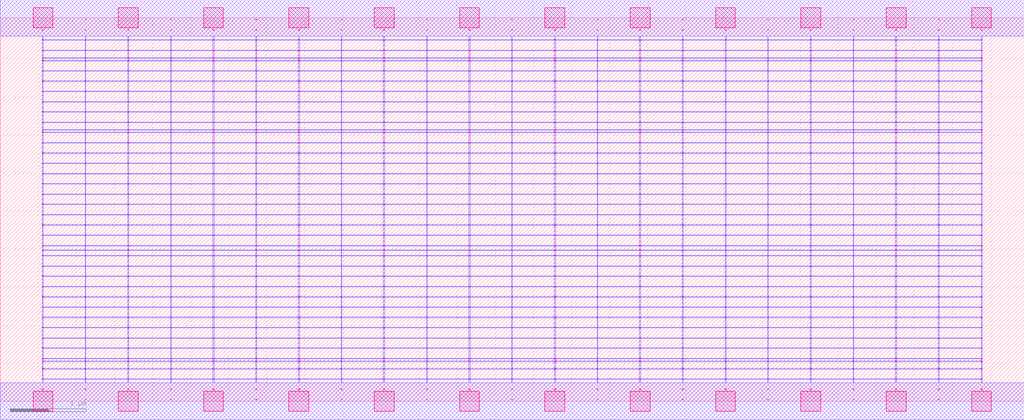
<source format=lef>
MACRO AAOOAAOAOI222211_DEBUG
 CLASS CORE ;
 FOREIGN AAOOAAOAOI222211_DEBUG 0 0 ;
 SIZE 13.44 BY 5.04 ;
 ORIGIN 0 0 ;
 SYMMETRY X Y R90 ;
 SITE unit ;

 OBS
    LAYER polycont ;
     RECT 6.71600000 2.58300000 6.72400000 2.59100000 ;
     RECT 6.71600000 2.71800000 6.72400000 2.72600000 ;
     RECT 6.71600000 2.85300000 6.72400000 2.86100000 ;
     RECT 6.71600000 2.98800000 6.72400000 2.99600000 ;
     RECT 8.95600000 2.58300000 8.96400000 2.59100000 ;
     RECT 9.51600000 2.58300000 9.52900000 2.59100000 ;
     RECT 10.07600000 2.58300000 10.08400000 2.59100000 ;
     RECT 10.63100000 2.58300000 10.64400000 2.59100000 ;
     RECT 11.19600000 2.58300000 11.20400000 2.59100000 ;
     RECT 11.75100000 2.58300000 11.76900000 2.59100000 ;
     RECT 12.31600000 2.58300000 12.32400000 2.59100000 ;
     RECT 12.87600000 2.58300000 12.88900000 2.59100000 ;
     RECT 7.27100000 2.58300000 7.28900000 2.59100000 ;
     RECT 7.27100000 2.71800000 7.28900000 2.72600000 ;
     RECT 7.83600000 2.71800000 7.84400000 2.72600000 ;
     RECT 8.39100000 2.71800000 8.40900000 2.72600000 ;
     RECT 8.95600000 2.71800000 8.96400000 2.72600000 ;
     RECT 9.51600000 2.71800000 9.52900000 2.72600000 ;
     RECT 10.07600000 2.71800000 10.08400000 2.72600000 ;
     RECT 10.63100000 2.71800000 10.64400000 2.72600000 ;
     RECT 11.19600000 2.71800000 11.20400000 2.72600000 ;
     RECT 11.75100000 2.71800000 11.76900000 2.72600000 ;
     RECT 12.31600000 2.71800000 12.32400000 2.72600000 ;
     RECT 12.87600000 2.71800000 12.88900000 2.72600000 ;
     RECT 7.83600000 2.58300000 7.84400000 2.59100000 ;
     RECT 7.27100000 2.85300000 7.28900000 2.86100000 ;
     RECT 7.83600000 2.85300000 7.84400000 2.86100000 ;
     RECT 8.39100000 2.85300000 8.40900000 2.86100000 ;
     RECT 8.95600000 2.85300000 8.96400000 2.86100000 ;
     RECT 9.51600000 2.85300000 9.52900000 2.86100000 ;
     RECT 10.07600000 2.85300000 10.08400000 2.86100000 ;
     RECT 10.63100000 2.85300000 10.64400000 2.86100000 ;
     RECT 11.19600000 2.85300000 11.20400000 2.86100000 ;
     RECT 11.75100000 2.85300000 11.76900000 2.86100000 ;
     RECT 12.31600000 2.85300000 12.32400000 2.86100000 ;
     RECT 12.87600000 2.85300000 12.88900000 2.86100000 ;
     RECT 8.39100000 2.58300000 8.40900000 2.59100000 ;
     RECT 7.27100000 2.98800000 7.28900000 2.99600000 ;
     RECT 7.83600000 2.98800000 7.84400000 2.99600000 ;
     RECT 8.39100000 2.98800000 8.40900000 2.99600000 ;
     RECT 8.95600000 2.98800000 8.96400000 2.99600000 ;
     RECT 9.51600000 2.98800000 9.52900000 2.99600000 ;
     RECT 10.07600000 2.98800000 10.08400000 2.99600000 ;
     RECT 10.63100000 2.98800000 10.64400000 2.99600000 ;
     RECT 11.19600000 2.98800000 11.20400000 2.99600000 ;
     RECT 11.75100000 2.98800000 11.76900000 2.99600000 ;
     RECT 12.31600000 2.98800000 12.32400000 2.99600000 ;
     RECT 12.87600000 2.98800000 12.88900000 2.99600000 ;
     RECT 10.07600000 3.12300000 10.08400000 3.13100000 ;
     RECT 10.07600000 3.25800000 10.08400000 3.26600000 ;
     RECT 10.07600000 3.39300000 10.08400000 3.40100000 ;
     RECT 10.07600000 3.52800000 10.08400000 3.53600000 ;
     RECT 10.07600000 3.56100000 10.08400000 3.56900000 ;
     RECT 10.07600000 3.66300000 10.08400000 3.67100000 ;
     RECT 10.07600000 3.79800000 10.08400000 3.80600000 ;
     RECT 10.07600000 3.93300000 10.08400000 3.94100000 ;
     RECT 10.07600000 4.06800000 10.08400000 4.07600000 ;
     RECT 10.07600000 4.20300000 10.08400000 4.21100000 ;
     RECT 10.07600000 4.33800000 10.08400000 4.34600000 ;
     RECT 10.07600000 4.47300000 10.08400000 4.48100000 ;
     RECT 10.07600000 4.51100000 10.08400000 4.51900000 ;
     RECT 10.07600000 4.60800000 10.08400000 4.61600000 ;
     RECT 10.07600000 4.74300000 10.08400000 4.75100000 ;
     RECT 10.07600000 4.87800000 10.08400000 4.88600000 ;
     RECT 5.03100000 2.71800000 5.04900000 2.72600000 ;
     RECT 5.59600000 2.71800000 5.60400000 2.72600000 ;
     RECT 6.15100000 2.71800000 6.16900000 2.72600000 ;
     RECT 1.11600000 2.58300000 1.12400000 2.59100000 ;
     RECT 1.67100000 2.58300000 1.68900000 2.59100000 ;
     RECT 0.55100000 2.98800000 0.56400000 2.99600000 ;
     RECT 1.11600000 2.98800000 1.12400000 2.99600000 ;
     RECT 1.67100000 2.98800000 1.68900000 2.99600000 ;
     RECT 2.23600000 2.98800000 2.24400000 2.99600000 ;
     RECT 2.79100000 2.98800000 2.80900000 2.99600000 ;
     RECT 3.35600000 2.98800000 3.36400000 2.99600000 ;
     RECT 3.91100000 2.98800000 3.92900000 2.99600000 ;
     RECT 4.47600000 2.98800000 4.48400000 2.99600000 ;
     RECT 5.03100000 2.98800000 5.04900000 2.99600000 ;
     RECT 5.59600000 2.98800000 5.60400000 2.99600000 ;
     RECT 6.15100000 2.98800000 6.16900000 2.99600000 ;
     RECT 2.23600000 2.58300000 2.24400000 2.59100000 ;
     RECT 2.79100000 2.58300000 2.80900000 2.59100000 ;
     RECT 3.35600000 2.58300000 3.36400000 2.59100000 ;
     RECT 3.91100000 2.58300000 3.92900000 2.59100000 ;
     RECT 4.47600000 2.58300000 4.48400000 2.59100000 ;
     RECT 5.03100000 2.58300000 5.04900000 2.59100000 ;
     RECT 5.59600000 2.58300000 5.60400000 2.59100000 ;
     RECT 6.15100000 2.58300000 6.16900000 2.59100000 ;
     RECT 0.55100000 2.58300000 0.56400000 2.59100000 ;
     RECT 0.55100000 2.71800000 0.56400000 2.72600000 ;
     RECT 0.55100000 2.85300000 0.56400000 2.86100000 ;
     RECT 1.11600000 2.85300000 1.12400000 2.86100000 ;
     RECT 1.67100000 2.85300000 1.68900000 2.86100000 ;
     RECT 2.23600000 2.85300000 2.24400000 2.86100000 ;
     RECT 2.79100000 2.85300000 2.80900000 2.86100000 ;
     RECT 3.35600000 2.85300000 3.36400000 2.86100000 ;
     RECT 3.91100000 2.85300000 3.92900000 2.86100000 ;
     RECT 4.47600000 2.85300000 4.48400000 2.86100000 ;
     RECT 5.03100000 2.85300000 5.04900000 2.86100000 ;
     RECT 5.59600000 2.85300000 5.60400000 2.86100000 ;
     RECT 6.15100000 2.85300000 6.16900000 2.86100000 ;
     RECT 1.11600000 2.71800000 1.12400000 2.72600000 ;
     RECT 1.67100000 2.71800000 1.68900000 2.72600000 ;
     RECT 2.23600000 2.71800000 2.24400000 2.72600000 ;
     RECT 2.79100000 2.71800000 2.80900000 2.72600000 ;
     RECT 3.35600000 2.71800000 3.36400000 2.72600000 ;
     RECT 3.91100000 2.71800000 3.92900000 2.72600000 ;
     RECT 4.47600000 2.71800000 4.48400000 2.72600000 ;
     RECT 5.59600000 1.09800000 5.60400000 1.10600000 ;
     RECT 5.59600000 1.23300000 5.60400000 1.24100000 ;
     RECT 5.59600000 1.36800000 5.60400000 1.37600000 ;
     RECT 5.59600000 1.50300000 5.60400000 1.51100000 ;
     RECT 5.59600000 1.63800000 5.60400000 1.64600000 ;
     RECT 5.59600000 1.77300000 5.60400000 1.78100000 ;
     RECT 5.59600000 1.90800000 5.60400000 1.91600000 ;
     RECT 5.59600000 1.98100000 5.60400000 1.98900000 ;
     RECT 5.59600000 2.04300000 5.60400000 2.05100000 ;
     RECT 5.59600000 2.17800000 5.60400000 2.18600000 ;
     RECT 5.59600000 2.31300000 5.60400000 2.32100000 ;
     RECT 5.59600000 2.44800000 5.60400000 2.45600000 ;
     RECT 5.59600000 0.15300000 5.60400000 0.16100000 ;
     RECT 5.59600000 0.28800000 5.60400000 0.29600000 ;
     RECT 5.59600000 0.42300000 5.60400000 0.43100000 ;
     RECT 5.59600000 0.52100000 5.60400000 0.52900000 ;
     RECT 5.59600000 0.55800000 5.60400000 0.56600000 ;
     RECT 5.59600000 0.69300000 5.60400000 0.70100000 ;
     RECT 5.59600000 0.82800000 5.60400000 0.83600000 ;
     RECT 5.59600000 0.96300000 5.60400000 0.97100000 ;

    LAYER pdiffc ;
     RECT 0.55100000 3.39300000 0.55900000 3.40100000 ;
     RECT 9.52100000 3.39300000 9.52900000 3.40100000 ;
     RECT 10.63100000 3.39300000 10.63900000 3.40100000 ;
     RECT 12.88100000 3.39300000 12.88900000 3.40100000 ;
     RECT 0.55100000 3.52800000 0.55900000 3.53600000 ;
     RECT 9.52100000 3.52800000 9.52900000 3.53600000 ;
     RECT 10.63100000 3.52800000 10.63900000 3.53600000 ;
     RECT 12.88100000 3.52800000 12.88900000 3.53600000 ;
     RECT 0.55100000 3.56100000 0.55900000 3.56900000 ;
     RECT 9.52100000 3.56100000 9.52900000 3.56900000 ;
     RECT 10.63100000 3.56100000 10.63900000 3.56900000 ;
     RECT 12.88100000 3.56100000 12.88900000 3.56900000 ;
     RECT 0.55100000 3.66300000 0.55900000 3.67100000 ;
     RECT 9.52100000 3.66300000 9.52900000 3.67100000 ;
     RECT 10.63100000 3.66300000 10.63900000 3.67100000 ;
     RECT 12.88100000 3.66300000 12.88900000 3.67100000 ;
     RECT 0.55100000 3.79800000 0.55900000 3.80600000 ;
     RECT 9.52100000 3.79800000 9.52900000 3.80600000 ;
     RECT 10.63100000 3.79800000 10.63900000 3.80600000 ;
     RECT 12.88100000 3.79800000 12.88900000 3.80600000 ;
     RECT 0.55100000 3.93300000 0.55900000 3.94100000 ;
     RECT 9.52100000 3.93300000 9.52900000 3.94100000 ;
     RECT 10.63100000 3.93300000 10.63900000 3.94100000 ;
     RECT 12.88100000 3.93300000 12.88900000 3.94100000 ;
     RECT 0.55100000 4.06800000 0.55900000 4.07600000 ;
     RECT 9.52100000 4.06800000 9.52900000 4.07600000 ;
     RECT 10.63100000 4.06800000 10.63900000 4.07600000 ;
     RECT 12.88100000 4.06800000 12.88900000 4.07600000 ;
     RECT 0.55100000 4.20300000 0.55900000 4.21100000 ;
     RECT 9.52100000 4.20300000 9.52900000 4.21100000 ;
     RECT 10.63100000 4.20300000 10.63900000 4.21100000 ;
     RECT 12.88100000 4.20300000 12.88900000 4.21100000 ;
     RECT 0.55100000 4.33800000 0.55900000 4.34600000 ;
     RECT 9.52100000 4.33800000 9.52900000 4.34600000 ;
     RECT 10.63100000 4.33800000 10.63900000 4.34600000 ;
     RECT 12.88100000 4.33800000 12.88900000 4.34600000 ;
     RECT 0.55100000 4.47300000 0.55900000 4.48100000 ;
     RECT 9.52100000 4.47300000 9.52900000 4.48100000 ;
     RECT 10.63100000 4.47300000 10.63900000 4.48100000 ;
     RECT 12.88100000 4.47300000 12.88900000 4.48100000 ;
     RECT 0.55100000 4.51100000 0.55900000 4.51900000 ;
     RECT 9.52100000 4.51100000 9.52900000 4.51900000 ;
     RECT 10.63100000 4.51100000 10.63900000 4.51900000 ;
     RECT 12.88100000 4.51100000 12.88900000 4.51900000 ;
     RECT 0.55100000 4.60800000 0.55900000 4.61600000 ;
     RECT 9.52100000 4.60800000 9.52900000 4.61600000 ;
     RECT 10.63100000 4.60800000 10.63900000 4.61600000 ;
     RECT 12.88100000 4.60800000 12.88900000 4.61600000 ;

    LAYER ndiffc ;
     RECT 7.27100000 0.42300000 7.28900000 0.43100000 ;
     RECT 8.39100000 0.42300000 8.40900000 0.43100000 ;
     RECT 9.51600000 0.42300000 9.52900000 0.43100000 ;
     RECT 10.63100000 0.42300000 10.64400000 0.43100000 ;
     RECT 11.75100000 0.42300000 11.76900000 0.43100000 ;
     RECT 12.87600000 0.42300000 12.88900000 0.43100000 ;
     RECT 7.27100000 0.52100000 7.28900000 0.52900000 ;
     RECT 8.39100000 0.52100000 8.40900000 0.52900000 ;
     RECT 9.51600000 0.52100000 9.52900000 0.52900000 ;
     RECT 10.63100000 0.52100000 10.64400000 0.52900000 ;
     RECT 11.75100000 0.52100000 11.76900000 0.52900000 ;
     RECT 12.87600000 0.52100000 12.88900000 0.52900000 ;
     RECT 7.27100000 0.55800000 7.28900000 0.56600000 ;
     RECT 8.39100000 0.55800000 8.40900000 0.56600000 ;
     RECT 9.51600000 0.55800000 9.52900000 0.56600000 ;
     RECT 10.63100000 0.55800000 10.64400000 0.56600000 ;
     RECT 11.75100000 0.55800000 11.76900000 0.56600000 ;
     RECT 12.87600000 0.55800000 12.88900000 0.56600000 ;
     RECT 7.27100000 0.69300000 7.28900000 0.70100000 ;
     RECT 8.39100000 0.69300000 8.40900000 0.70100000 ;
     RECT 9.51600000 0.69300000 9.52900000 0.70100000 ;
     RECT 10.63100000 0.69300000 10.64400000 0.70100000 ;
     RECT 11.75100000 0.69300000 11.76900000 0.70100000 ;
     RECT 12.87600000 0.69300000 12.88900000 0.70100000 ;
     RECT 7.27100000 0.82800000 7.28900000 0.83600000 ;
     RECT 8.39100000 0.82800000 8.40900000 0.83600000 ;
     RECT 9.51600000 0.82800000 9.52900000 0.83600000 ;
     RECT 10.63100000 0.82800000 10.64400000 0.83600000 ;
     RECT 11.75100000 0.82800000 11.76900000 0.83600000 ;
     RECT 12.87600000 0.82800000 12.88900000 0.83600000 ;
     RECT 7.27100000 0.96300000 7.28900000 0.97100000 ;
     RECT 8.39100000 0.96300000 8.40900000 0.97100000 ;
     RECT 9.51600000 0.96300000 9.52900000 0.97100000 ;
     RECT 10.63100000 0.96300000 10.64400000 0.97100000 ;
     RECT 11.75100000 0.96300000 11.76900000 0.97100000 ;
     RECT 12.87600000 0.96300000 12.88900000 0.97100000 ;
     RECT 7.27100000 1.09800000 7.28900000 1.10600000 ;
     RECT 8.39100000 1.09800000 8.40900000 1.10600000 ;
     RECT 9.51600000 1.09800000 9.52900000 1.10600000 ;
     RECT 10.63100000 1.09800000 10.64400000 1.10600000 ;
     RECT 11.75100000 1.09800000 11.76900000 1.10600000 ;
     RECT 12.87600000 1.09800000 12.88900000 1.10600000 ;
     RECT 7.27100000 1.23300000 7.28900000 1.24100000 ;
     RECT 8.39100000 1.23300000 8.40900000 1.24100000 ;
     RECT 9.51600000 1.23300000 9.52900000 1.24100000 ;
     RECT 10.63100000 1.23300000 10.64400000 1.24100000 ;
     RECT 11.75100000 1.23300000 11.76900000 1.24100000 ;
     RECT 12.87600000 1.23300000 12.88900000 1.24100000 ;
     RECT 7.27100000 1.36800000 7.28900000 1.37600000 ;
     RECT 8.39100000 1.36800000 8.40900000 1.37600000 ;
     RECT 9.51600000 1.36800000 9.52900000 1.37600000 ;
     RECT 10.63100000 1.36800000 10.64400000 1.37600000 ;
     RECT 11.75100000 1.36800000 11.76900000 1.37600000 ;
     RECT 12.87600000 1.36800000 12.88900000 1.37600000 ;
     RECT 7.27100000 1.50300000 7.28900000 1.51100000 ;
     RECT 8.39100000 1.50300000 8.40900000 1.51100000 ;
     RECT 9.51600000 1.50300000 9.52900000 1.51100000 ;
     RECT 10.63100000 1.50300000 10.64400000 1.51100000 ;
     RECT 11.75100000 1.50300000 11.76900000 1.51100000 ;
     RECT 12.87600000 1.50300000 12.88900000 1.51100000 ;
     RECT 7.27100000 1.63800000 7.28900000 1.64600000 ;
     RECT 8.39100000 1.63800000 8.40900000 1.64600000 ;
     RECT 9.51600000 1.63800000 9.52900000 1.64600000 ;
     RECT 10.63100000 1.63800000 10.64400000 1.64600000 ;
     RECT 11.75100000 1.63800000 11.76900000 1.64600000 ;
     RECT 12.87600000 1.63800000 12.88900000 1.64600000 ;
     RECT 7.27100000 1.77300000 7.28900000 1.78100000 ;
     RECT 8.39100000 1.77300000 8.40900000 1.78100000 ;
     RECT 9.51600000 1.77300000 9.52900000 1.78100000 ;
     RECT 10.63100000 1.77300000 10.64400000 1.78100000 ;
     RECT 11.75100000 1.77300000 11.76900000 1.78100000 ;
     RECT 12.87600000 1.77300000 12.88900000 1.78100000 ;
     RECT 7.27100000 1.90800000 7.28900000 1.91600000 ;
     RECT 8.39100000 1.90800000 8.40900000 1.91600000 ;
     RECT 9.51600000 1.90800000 9.52900000 1.91600000 ;
     RECT 10.63100000 1.90800000 10.64400000 1.91600000 ;
     RECT 11.75100000 1.90800000 11.76900000 1.91600000 ;
     RECT 12.87600000 1.90800000 12.88900000 1.91600000 ;
     RECT 7.27100000 1.98100000 7.28900000 1.98900000 ;
     RECT 8.39100000 1.98100000 8.40900000 1.98900000 ;
     RECT 9.51600000 1.98100000 9.52900000 1.98900000 ;
     RECT 10.63100000 1.98100000 10.64400000 1.98900000 ;
     RECT 11.75100000 1.98100000 11.76900000 1.98900000 ;
     RECT 12.87600000 1.98100000 12.88900000 1.98900000 ;
     RECT 7.27100000 2.04300000 7.28900000 2.05100000 ;
     RECT 8.39100000 2.04300000 8.40900000 2.05100000 ;
     RECT 9.51600000 2.04300000 9.52900000 2.05100000 ;
     RECT 10.63100000 2.04300000 10.64400000 2.05100000 ;
     RECT 11.75100000 2.04300000 11.76900000 2.05100000 ;
     RECT 12.87600000 2.04300000 12.88900000 2.05100000 ;
     RECT 0.55100000 0.42300000 0.56400000 0.43100000 ;
     RECT 1.67100000 0.42300000 1.68900000 0.43100000 ;
     RECT 2.79100000 0.42300000 2.80900000 0.43100000 ;
     RECT 3.91100000 0.42300000 3.92900000 0.43100000 ;
     RECT 5.03100000 0.42300000 5.04900000 0.43100000 ;
     RECT 6.15100000 0.42300000 6.16900000 0.43100000 ;
     RECT 0.55100000 1.36800000 0.56400000 1.37600000 ;
     RECT 1.67100000 1.36800000 1.68900000 1.37600000 ;
     RECT 2.79100000 1.36800000 2.80900000 1.37600000 ;
     RECT 3.91100000 1.36800000 3.92900000 1.37600000 ;
     RECT 5.03100000 1.36800000 5.04900000 1.37600000 ;
     RECT 6.15100000 1.36800000 6.16900000 1.37600000 ;
     RECT 0.55100000 0.82800000 0.56400000 0.83600000 ;
     RECT 1.67100000 0.82800000 1.68900000 0.83600000 ;
     RECT 2.79100000 0.82800000 2.80900000 0.83600000 ;
     RECT 3.91100000 0.82800000 3.92900000 0.83600000 ;
     RECT 5.03100000 0.82800000 5.04900000 0.83600000 ;
     RECT 6.15100000 0.82800000 6.16900000 0.83600000 ;
     RECT 0.55100000 1.50300000 0.56400000 1.51100000 ;
     RECT 1.67100000 1.50300000 1.68900000 1.51100000 ;
     RECT 2.79100000 1.50300000 2.80900000 1.51100000 ;
     RECT 3.91100000 1.50300000 3.92900000 1.51100000 ;
     RECT 5.03100000 1.50300000 5.04900000 1.51100000 ;
     RECT 6.15100000 1.50300000 6.16900000 1.51100000 ;
     RECT 0.55100000 0.55800000 0.56400000 0.56600000 ;
     RECT 1.67100000 0.55800000 1.68900000 0.56600000 ;
     RECT 2.79100000 0.55800000 2.80900000 0.56600000 ;
     RECT 3.91100000 0.55800000 3.92900000 0.56600000 ;
     RECT 5.03100000 0.55800000 5.04900000 0.56600000 ;
     RECT 6.15100000 0.55800000 6.16900000 0.56600000 ;
     RECT 0.55100000 1.63800000 0.56400000 1.64600000 ;
     RECT 1.67100000 1.63800000 1.68900000 1.64600000 ;
     RECT 2.79100000 1.63800000 2.80900000 1.64600000 ;
     RECT 3.91100000 1.63800000 3.92900000 1.64600000 ;
     RECT 5.03100000 1.63800000 5.04900000 1.64600000 ;
     RECT 6.15100000 1.63800000 6.16900000 1.64600000 ;
     RECT 0.55100000 0.96300000 0.56400000 0.97100000 ;
     RECT 1.67100000 0.96300000 1.68900000 0.97100000 ;
     RECT 2.79100000 0.96300000 2.80900000 0.97100000 ;
     RECT 3.91100000 0.96300000 3.92900000 0.97100000 ;
     RECT 5.03100000 0.96300000 5.04900000 0.97100000 ;
     RECT 6.15100000 0.96300000 6.16900000 0.97100000 ;
     RECT 0.55100000 1.77300000 0.56400000 1.78100000 ;
     RECT 1.67100000 1.77300000 1.68900000 1.78100000 ;
     RECT 2.79100000 1.77300000 2.80900000 1.78100000 ;
     RECT 3.91100000 1.77300000 3.92900000 1.78100000 ;
     RECT 5.03100000 1.77300000 5.04900000 1.78100000 ;
     RECT 6.15100000 1.77300000 6.16900000 1.78100000 ;
     RECT 0.55100000 0.52100000 0.56400000 0.52900000 ;
     RECT 1.67100000 0.52100000 1.68900000 0.52900000 ;
     RECT 2.79100000 0.52100000 2.80900000 0.52900000 ;
     RECT 3.91100000 0.52100000 3.92900000 0.52900000 ;
     RECT 5.03100000 0.52100000 5.04900000 0.52900000 ;
     RECT 6.15100000 0.52100000 6.16900000 0.52900000 ;
     RECT 0.55100000 1.90800000 0.56400000 1.91600000 ;
     RECT 1.67100000 1.90800000 1.68900000 1.91600000 ;
     RECT 2.79100000 1.90800000 2.80900000 1.91600000 ;
     RECT 3.91100000 1.90800000 3.92900000 1.91600000 ;
     RECT 5.03100000 1.90800000 5.04900000 1.91600000 ;
     RECT 6.15100000 1.90800000 6.16900000 1.91600000 ;
     RECT 0.55100000 1.09800000 0.56400000 1.10600000 ;
     RECT 1.67100000 1.09800000 1.68900000 1.10600000 ;
     RECT 2.79100000 1.09800000 2.80900000 1.10600000 ;
     RECT 3.91100000 1.09800000 3.92900000 1.10600000 ;
     RECT 5.03100000 1.09800000 5.04900000 1.10600000 ;
     RECT 6.15100000 1.09800000 6.16900000 1.10600000 ;
     RECT 0.55100000 1.98100000 0.56400000 1.98900000 ;
     RECT 1.67100000 1.98100000 1.68900000 1.98900000 ;
     RECT 2.79100000 1.98100000 2.80900000 1.98900000 ;
     RECT 3.91100000 1.98100000 3.92900000 1.98900000 ;
     RECT 5.03100000 1.98100000 5.04900000 1.98900000 ;
     RECT 6.15100000 1.98100000 6.16900000 1.98900000 ;
     RECT 0.55100000 0.69300000 0.56400000 0.70100000 ;
     RECT 1.67100000 0.69300000 1.68900000 0.70100000 ;
     RECT 2.79100000 0.69300000 2.80900000 0.70100000 ;
     RECT 3.91100000 0.69300000 3.92900000 0.70100000 ;
     RECT 5.03100000 0.69300000 5.04900000 0.70100000 ;
     RECT 6.15100000 0.69300000 6.16900000 0.70100000 ;
     RECT 0.55100000 2.04300000 0.56400000 2.05100000 ;
     RECT 1.67100000 2.04300000 1.68900000 2.05100000 ;
     RECT 2.79100000 2.04300000 2.80900000 2.05100000 ;
     RECT 3.91100000 2.04300000 3.92900000 2.05100000 ;
     RECT 5.03100000 2.04300000 5.04900000 2.05100000 ;
     RECT 6.15100000 2.04300000 6.16900000 2.05100000 ;
     RECT 0.55100000 1.23300000 0.56400000 1.24100000 ;
     RECT 1.67100000 1.23300000 1.68900000 1.24100000 ;
     RECT 2.79100000 1.23300000 2.80900000 1.24100000 ;
     RECT 3.91100000 1.23300000 3.92900000 1.24100000 ;
     RECT 5.03100000 1.23300000 5.04900000 1.24100000 ;
     RECT 6.15100000 1.23300000 6.16900000 1.24100000 ;

    LAYER met1 ;
     RECT 0.00000000 -0.24000000 13.44000000 0.24000000 ;
     RECT 6.71600000 0.24000000 6.72400000 0.28800000 ;
     RECT 0.55100000 0.28800000 12.88900000 0.29600000 ;
     RECT 6.71600000 0.29600000 6.72400000 0.42300000 ;
     RECT 0.55100000 0.42300000 12.88900000 0.43100000 ;
     RECT 6.71600000 0.43100000 6.72400000 0.52100000 ;
     RECT 0.55100000 0.52100000 12.88900000 0.52900000 ;
     RECT 6.71600000 0.52900000 6.72400000 0.55800000 ;
     RECT 0.55100000 0.55800000 12.88900000 0.56600000 ;
     RECT 6.71600000 0.56600000 6.72400000 0.69300000 ;
     RECT 0.55100000 0.69300000 12.88900000 0.70100000 ;
     RECT 6.71600000 0.70100000 6.72400000 0.82800000 ;
     RECT 0.55100000 0.82800000 12.88900000 0.83600000 ;
     RECT 6.71600000 0.83600000 6.72400000 0.96300000 ;
     RECT 0.55100000 0.96300000 12.88900000 0.97100000 ;
     RECT 6.71600000 0.97100000 6.72400000 1.09800000 ;
     RECT 0.55100000 1.09800000 12.88900000 1.10600000 ;
     RECT 6.71600000 1.10600000 6.72400000 1.23300000 ;
     RECT 0.55100000 1.23300000 12.88900000 1.24100000 ;
     RECT 6.71600000 1.24100000 6.72400000 1.36800000 ;
     RECT 0.55100000 1.36800000 12.88900000 1.37600000 ;
     RECT 6.71600000 1.37600000 6.72400000 1.50300000 ;
     RECT 0.55100000 1.50300000 12.88900000 1.51100000 ;
     RECT 6.71600000 1.51100000 6.72400000 1.63800000 ;
     RECT 0.55100000 1.63800000 12.88900000 1.64600000 ;
     RECT 6.71600000 1.64600000 6.72400000 1.77300000 ;
     RECT 0.55100000 1.77300000 12.88900000 1.78100000 ;
     RECT 6.71600000 1.78100000 6.72400000 1.90800000 ;
     RECT 0.55100000 1.90800000 12.88900000 1.91600000 ;
     RECT 6.71600000 1.91600000 6.72400000 1.98100000 ;
     RECT 0.55100000 1.98100000 12.88900000 1.98900000 ;
     RECT 6.71600000 1.98900000 6.72400000 2.04300000 ;
     RECT 0.55100000 2.04300000 12.88900000 2.05100000 ;
     RECT 6.71600000 2.05100000 6.72400000 2.17800000 ;
     RECT 0.55100000 2.17800000 12.88900000 2.18600000 ;
     RECT 6.71600000 2.18600000 6.72400000 2.31300000 ;
     RECT 0.55100000 2.31300000 12.88900000 2.32100000 ;
     RECT 6.71600000 2.32100000 6.72400000 2.44800000 ;
     RECT 0.55100000 2.44800000 12.88900000 2.45600000 ;
     RECT 0.55100000 2.45600000 0.56400000 2.58300000 ;
     RECT 1.11600000 2.45600000 1.12400000 2.58300000 ;
     RECT 1.67100000 2.45600000 1.68900000 2.58300000 ;
     RECT 2.23600000 2.45600000 2.24400000 2.58300000 ;
     RECT 2.79100000 2.45600000 2.80900000 2.58300000 ;
     RECT 3.35600000 2.45600000 3.36400000 2.58300000 ;
     RECT 3.91100000 2.45600000 3.92900000 2.58300000 ;
     RECT 4.47600000 2.45600000 4.48400000 2.58300000 ;
     RECT 5.03100000 2.45600000 5.04900000 2.58300000 ;
     RECT 5.59600000 2.45600000 5.60400000 2.58300000 ;
     RECT 6.15100000 2.45600000 6.16900000 2.58300000 ;
     RECT 6.71600000 2.45600000 6.72400000 2.58300000 ;
     RECT 7.27100000 2.45600000 7.28900000 2.58300000 ;
     RECT 7.83600000 2.45600000 7.84400000 2.58300000 ;
     RECT 8.39100000 2.45600000 8.40900000 2.58300000 ;
     RECT 8.95600000 2.45600000 8.96400000 2.58300000 ;
     RECT 9.51600000 2.45600000 9.52900000 2.58300000 ;
     RECT 10.07600000 2.45600000 10.08400000 2.58300000 ;
     RECT 10.63100000 2.45600000 10.64400000 2.58300000 ;
     RECT 11.19600000 2.45600000 11.20400000 2.58300000 ;
     RECT 11.75100000 2.45600000 11.76900000 2.58300000 ;
     RECT 12.31600000 2.45600000 12.32400000 2.58300000 ;
     RECT 12.87600000 2.45600000 12.88900000 2.58300000 ;
     RECT 0.55100000 2.58300000 12.88900000 2.59100000 ;
     RECT 6.71600000 2.59100000 6.72400000 2.71800000 ;
     RECT 0.55100000 2.71800000 12.88900000 2.72600000 ;
     RECT 6.71600000 2.72600000 6.72400000 2.85300000 ;
     RECT 0.55100000 2.85300000 12.88900000 2.86100000 ;
     RECT 6.71600000 2.86100000 6.72400000 2.98800000 ;
     RECT 0.55100000 2.98800000 12.88900000 2.99600000 ;
     RECT 6.71600000 2.99600000 6.72400000 3.12300000 ;
     RECT 0.55100000 3.12300000 12.88900000 3.13100000 ;
     RECT 6.71600000 3.13100000 6.72400000 3.25800000 ;
     RECT 0.55100000 3.25800000 12.88900000 3.26600000 ;
     RECT 6.71600000 3.26600000 6.72400000 3.39300000 ;
     RECT 0.55100000 3.39300000 12.88900000 3.40100000 ;
     RECT 6.71600000 3.40100000 6.72400000 3.52800000 ;
     RECT 0.55100000 3.52800000 12.88900000 3.53600000 ;
     RECT 6.71600000 3.53600000 6.72400000 3.56100000 ;
     RECT 0.55100000 3.56100000 12.88900000 3.56900000 ;
     RECT 6.71600000 3.56900000 6.72400000 3.66300000 ;
     RECT 0.55100000 3.66300000 12.88900000 3.67100000 ;
     RECT 6.71600000 3.67100000 6.72400000 3.79800000 ;
     RECT 0.55100000 3.79800000 12.88900000 3.80600000 ;
     RECT 6.71600000 3.80600000 6.72400000 3.93300000 ;
     RECT 0.55100000 3.93300000 12.88900000 3.94100000 ;
     RECT 6.71600000 3.94100000 6.72400000 4.06800000 ;
     RECT 0.55100000 4.06800000 12.88900000 4.07600000 ;
     RECT 6.71600000 4.07600000 6.72400000 4.20300000 ;
     RECT 0.55100000 4.20300000 12.88900000 4.21100000 ;
     RECT 6.71600000 4.21100000 6.72400000 4.33800000 ;
     RECT 0.55100000 4.33800000 12.88900000 4.34600000 ;
     RECT 6.71600000 4.34600000 6.72400000 4.47300000 ;
     RECT 0.55100000 4.47300000 12.88900000 4.48100000 ;
     RECT 6.71600000 4.48100000 6.72400000 4.51100000 ;
     RECT 0.55100000 4.51100000 12.88900000 4.51900000 ;
     RECT 6.71600000 4.51900000 6.72400000 4.60800000 ;
     RECT 0.55100000 4.60800000 12.88900000 4.61600000 ;
     RECT 6.71600000 4.61600000 6.72400000 4.74300000 ;
     RECT 0.55100000 4.74300000 12.88900000 4.75100000 ;
     RECT 6.71600000 4.75100000 6.72400000 4.80000000 ;
     RECT 0.00000000 4.80000000 13.44000000 5.28000000 ;
     RECT 10.07600000 2.59100000 10.08400000 2.71800000 ;
     RECT 10.07600000 2.99600000 10.08400000 3.12300000 ;
     RECT 10.07600000 3.13100000 10.08400000 3.25800000 ;
     RECT 10.07600000 3.26600000 10.08400000 3.39300000 ;
     RECT 10.07600000 3.40100000 10.08400000 3.52800000 ;
     RECT 10.07600000 3.53600000 10.08400000 3.56100000 ;
     RECT 10.07600000 3.56900000 10.08400000 3.66300000 ;
     RECT 10.07600000 3.67100000 10.08400000 3.79800000 ;
     RECT 10.07600000 2.72600000 10.08400000 2.85300000 ;
     RECT 7.27100000 3.80600000 7.28900000 3.93300000 ;
     RECT 7.83600000 3.80600000 7.84400000 3.93300000 ;
     RECT 8.39100000 3.80600000 8.40900000 3.93300000 ;
     RECT 8.95600000 3.80600000 8.96400000 3.93300000 ;
     RECT 9.51600000 3.80600000 9.52900000 3.93300000 ;
     RECT 10.07600000 3.80600000 10.08400000 3.93300000 ;
     RECT 10.63100000 3.80600000 10.64400000 3.93300000 ;
     RECT 11.19600000 3.80600000 11.20400000 3.93300000 ;
     RECT 11.75100000 3.80600000 11.76900000 3.93300000 ;
     RECT 12.31600000 3.80600000 12.32400000 3.93300000 ;
     RECT 12.87600000 3.80600000 12.88900000 3.93300000 ;
     RECT 10.07600000 3.94100000 10.08400000 4.06800000 ;
     RECT 10.07600000 4.07600000 10.08400000 4.20300000 ;
     RECT 10.07600000 4.21100000 10.08400000 4.33800000 ;
     RECT 10.07600000 4.34600000 10.08400000 4.47300000 ;
     RECT 10.07600000 4.48100000 10.08400000 4.51100000 ;
     RECT 10.07600000 2.86100000 10.08400000 2.98800000 ;
     RECT 10.07600000 4.51900000 10.08400000 4.60800000 ;
     RECT 10.07600000 4.61600000 10.08400000 4.74300000 ;
     RECT 10.07600000 4.75100000 10.08400000 4.80000000 ;
     RECT 11.75100000 4.07600000 11.76900000 4.20300000 ;
     RECT 12.31600000 4.07600000 12.32400000 4.20300000 ;
     RECT 12.87600000 4.07600000 12.88900000 4.20300000 ;
     RECT 11.19600000 3.94100000 11.20400000 4.06800000 ;
     RECT 10.63100000 4.21100000 10.64400000 4.33800000 ;
     RECT 11.19600000 4.21100000 11.20400000 4.33800000 ;
     RECT 11.75100000 4.21100000 11.76900000 4.33800000 ;
     RECT 12.31600000 4.21100000 12.32400000 4.33800000 ;
     RECT 12.87600000 4.21100000 12.88900000 4.33800000 ;
     RECT 11.75100000 3.94100000 11.76900000 4.06800000 ;
     RECT 10.63100000 4.34600000 10.64400000 4.47300000 ;
     RECT 11.19600000 4.34600000 11.20400000 4.47300000 ;
     RECT 11.75100000 4.34600000 11.76900000 4.47300000 ;
     RECT 12.31600000 4.34600000 12.32400000 4.47300000 ;
     RECT 12.87600000 4.34600000 12.88900000 4.47300000 ;
     RECT 12.31600000 3.94100000 12.32400000 4.06800000 ;
     RECT 10.63100000 4.48100000 10.64400000 4.51100000 ;
     RECT 11.19600000 4.48100000 11.20400000 4.51100000 ;
     RECT 11.75100000 4.48100000 11.76900000 4.51100000 ;
     RECT 12.31600000 4.48100000 12.32400000 4.51100000 ;
     RECT 12.87600000 4.48100000 12.88900000 4.51100000 ;
     RECT 12.87600000 3.94100000 12.88900000 4.06800000 ;
     RECT 10.63100000 3.94100000 10.64400000 4.06800000 ;
     RECT 10.63100000 4.51900000 10.64400000 4.60800000 ;
     RECT 11.19600000 4.51900000 11.20400000 4.60800000 ;
     RECT 11.75100000 4.51900000 11.76900000 4.60800000 ;
     RECT 12.31600000 4.51900000 12.32400000 4.60800000 ;
     RECT 12.87600000 4.51900000 12.88900000 4.60800000 ;
     RECT 10.63100000 4.07600000 10.64400000 4.20300000 ;
     RECT 10.63100000 4.61600000 10.64400000 4.74300000 ;
     RECT 11.19600000 4.61600000 11.20400000 4.74300000 ;
     RECT 11.75100000 4.61600000 11.76900000 4.74300000 ;
     RECT 12.31600000 4.61600000 12.32400000 4.74300000 ;
     RECT 12.87600000 4.61600000 12.88900000 4.74300000 ;
     RECT 11.19600000 4.07600000 11.20400000 4.20300000 ;
     RECT 10.63100000 4.75100000 10.64400000 4.80000000 ;
     RECT 11.19600000 4.75100000 11.20400000 4.80000000 ;
     RECT 11.75100000 4.75100000 11.76900000 4.80000000 ;
     RECT 12.31600000 4.75100000 12.32400000 4.80000000 ;
     RECT 12.87600000 4.75100000 12.88900000 4.80000000 ;
     RECT 8.39100000 4.21100000 8.40900000 4.33800000 ;
     RECT 8.95600000 4.21100000 8.96400000 4.33800000 ;
     RECT 9.51600000 4.21100000 9.52900000 4.33800000 ;
     RECT 7.83600000 4.07600000 7.84400000 4.20300000 ;
     RECT 8.39100000 4.07600000 8.40900000 4.20300000 ;
     RECT 8.95600000 4.07600000 8.96400000 4.20300000 ;
     RECT 9.51600000 4.07600000 9.52900000 4.20300000 ;
     RECT 7.27100000 4.51900000 7.28900000 4.60800000 ;
     RECT 7.83600000 4.51900000 7.84400000 4.60800000 ;
     RECT 8.39100000 4.51900000 8.40900000 4.60800000 ;
     RECT 8.95600000 4.51900000 8.96400000 4.60800000 ;
     RECT 9.51600000 4.51900000 9.52900000 4.60800000 ;
     RECT 7.83600000 3.94100000 7.84400000 4.06800000 ;
     RECT 8.39100000 3.94100000 8.40900000 4.06800000 ;
     RECT 7.27100000 4.34600000 7.28900000 4.47300000 ;
     RECT 7.83600000 4.34600000 7.84400000 4.47300000 ;
     RECT 8.39100000 4.34600000 8.40900000 4.47300000 ;
     RECT 8.95600000 4.34600000 8.96400000 4.47300000 ;
     RECT 7.27100000 4.61600000 7.28900000 4.74300000 ;
     RECT 7.83600000 4.61600000 7.84400000 4.74300000 ;
     RECT 8.39100000 4.61600000 8.40900000 4.74300000 ;
     RECT 8.95600000 4.61600000 8.96400000 4.74300000 ;
     RECT 9.51600000 4.61600000 9.52900000 4.74300000 ;
     RECT 9.51600000 4.34600000 9.52900000 4.47300000 ;
     RECT 8.95600000 3.94100000 8.96400000 4.06800000 ;
     RECT 9.51600000 3.94100000 9.52900000 4.06800000 ;
     RECT 7.27100000 3.94100000 7.28900000 4.06800000 ;
     RECT 7.27100000 4.07600000 7.28900000 4.20300000 ;
     RECT 7.27100000 4.21100000 7.28900000 4.33800000 ;
     RECT 7.27100000 4.75100000 7.28900000 4.80000000 ;
     RECT 7.83600000 4.75100000 7.84400000 4.80000000 ;
     RECT 8.39100000 4.75100000 8.40900000 4.80000000 ;
     RECT 8.95600000 4.75100000 8.96400000 4.80000000 ;
     RECT 9.51600000 4.75100000 9.52900000 4.80000000 ;
     RECT 7.83600000 4.21100000 7.84400000 4.33800000 ;
     RECT 7.27100000 4.48100000 7.28900000 4.51100000 ;
     RECT 7.83600000 4.48100000 7.84400000 4.51100000 ;
     RECT 8.39100000 4.48100000 8.40900000 4.51100000 ;
     RECT 8.95600000 4.48100000 8.96400000 4.51100000 ;
     RECT 9.51600000 4.48100000 9.52900000 4.51100000 ;
     RECT 7.83600000 2.99600000 7.84400000 3.12300000 ;
     RECT 7.27100000 2.59100000 7.28900000 2.71800000 ;
     RECT 8.39100000 2.86100000 8.40900000 2.98800000 ;
     RECT 8.95600000 2.86100000 8.96400000 2.98800000 ;
     RECT 7.27100000 3.40100000 7.28900000 3.52800000 ;
     RECT 7.83600000 3.40100000 7.84400000 3.52800000 ;
     RECT 8.39100000 3.40100000 8.40900000 3.52800000 ;
     RECT 8.95600000 3.40100000 8.96400000 3.52800000 ;
     RECT 9.51600000 3.40100000 9.52900000 3.52800000 ;
     RECT 8.39100000 2.99600000 8.40900000 3.12300000 ;
     RECT 7.83600000 2.59100000 7.84400000 2.71800000 ;
     RECT 7.27100000 2.72600000 7.28900000 2.85300000 ;
     RECT 7.27100000 3.53600000 7.28900000 3.56100000 ;
     RECT 7.83600000 3.53600000 7.84400000 3.56100000 ;
     RECT 8.39100000 3.53600000 8.40900000 3.56100000 ;
     RECT 9.51600000 2.86100000 9.52900000 2.98800000 ;
     RECT 8.95600000 3.53600000 8.96400000 3.56100000 ;
     RECT 9.51600000 3.53600000 9.52900000 3.56100000 ;
     RECT 8.95600000 2.99600000 8.96400000 3.12300000 ;
     RECT 7.83600000 2.72600000 7.84400000 2.85300000 ;
     RECT 8.39100000 2.72600000 8.40900000 2.85300000 ;
     RECT 7.27100000 3.56900000 7.28900000 3.66300000 ;
     RECT 7.83600000 3.56900000 7.84400000 3.66300000 ;
     RECT 8.39100000 3.56900000 8.40900000 3.66300000 ;
     RECT 8.95600000 3.56900000 8.96400000 3.66300000 ;
     RECT 9.51600000 3.56900000 9.52900000 3.66300000 ;
     RECT 8.39100000 2.59100000 8.40900000 2.71800000 ;
     RECT 8.95600000 2.59100000 8.96400000 2.71800000 ;
     RECT 9.51600000 2.99600000 9.52900000 3.12300000 ;
     RECT 8.95600000 2.72600000 8.96400000 2.85300000 ;
     RECT 9.51600000 2.72600000 9.52900000 2.85300000 ;
     RECT 7.27100000 3.67100000 7.28900000 3.79800000 ;
     RECT 7.83600000 3.67100000 7.84400000 3.79800000 ;
     RECT 8.39100000 3.67100000 8.40900000 3.79800000 ;
     RECT 8.95600000 3.67100000 8.96400000 3.79800000 ;
     RECT 9.51600000 3.67100000 9.52900000 3.79800000 ;
     RECT 9.51600000 2.59100000 9.52900000 2.71800000 ;
     RECT 7.27100000 3.13100000 7.28900000 3.25800000 ;
     RECT 7.83600000 3.13100000 7.84400000 3.25800000 ;
     RECT 7.27100000 2.86100000 7.28900000 2.98800000 ;
     RECT 7.83600000 2.86100000 7.84400000 2.98800000 ;
     RECT 8.39100000 3.13100000 8.40900000 3.25800000 ;
     RECT 8.95600000 3.13100000 8.96400000 3.25800000 ;
     RECT 9.51600000 3.13100000 9.52900000 3.25800000 ;
     RECT 7.27100000 2.99600000 7.28900000 3.12300000 ;
     RECT 7.27100000 3.26600000 7.28900000 3.39300000 ;
     RECT 7.83600000 3.26600000 7.84400000 3.39300000 ;
     RECT 8.39100000 3.26600000 8.40900000 3.39300000 ;
     RECT 8.95600000 3.26600000 8.96400000 3.39300000 ;
     RECT 9.51600000 3.26600000 9.52900000 3.39300000 ;
     RECT 10.63100000 3.13100000 10.64400000 3.25800000 ;
     RECT 11.19600000 3.13100000 11.20400000 3.25800000 ;
     RECT 10.63100000 3.56900000 10.64400000 3.66300000 ;
     RECT 12.31600000 2.72600000 12.32400000 2.85300000 ;
     RECT 12.87600000 2.72600000 12.88900000 2.85300000 ;
     RECT 11.19600000 3.56900000 11.20400000 3.66300000 ;
     RECT 11.75100000 3.56900000 11.76900000 3.66300000 ;
     RECT 12.31600000 3.56900000 12.32400000 3.66300000 ;
     RECT 12.87600000 3.56900000 12.88900000 3.66300000 ;
     RECT 11.75100000 3.13100000 11.76900000 3.25800000 ;
     RECT 12.31600000 3.13100000 12.32400000 3.25800000 ;
     RECT 12.87600000 3.13100000 12.88900000 3.25800000 ;
     RECT 11.75100000 2.59100000 11.76900000 2.71800000 ;
     RECT 10.63100000 3.40100000 10.64400000 3.52800000 ;
     RECT 11.19600000 3.40100000 11.20400000 3.52800000 ;
     RECT 11.75100000 3.40100000 11.76900000 3.52800000 ;
     RECT 12.31600000 3.40100000 12.32400000 3.52800000 ;
     RECT 10.63100000 3.67100000 10.64400000 3.79800000 ;
     RECT 11.19600000 3.67100000 11.20400000 3.79800000 ;
     RECT 11.75100000 3.67100000 11.76900000 3.79800000 ;
     RECT 12.31600000 3.67100000 12.32400000 3.79800000 ;
     RECT 12.87600000 3.67100000 12.88900000 3.79800000 ;
     RECT 12.87600000 3.40100000 12.88900000 3.52800000 ;
     RECT 10.63100000 2.86100000 10.64400000 2.98800000 ;
     RECT 11.19600000 2.86100000 11.20400000 2.98800000 ;
     RECT 10.63100000 2.72600000 10.64400000 2.85300000 ;
     RECT 12.31600000 2.59100000 12.32400000 2.71800000 ;
     RECT 11.19600000 2.59100000 11.20400000 2.71800000 ;
     RECT 10.63100000 2.99600000 10.64400000 3.12300000 ;
     RECT 11.19600000 2.99600000 11.20400000 3.12300000 ;
     RECT 11.75100000 2.99600000 11.76900000 3.12300000 ;
     RECT 12.31600000 2.99600000 12.32400000 3.12300000 ;
     RECT 12.87600000 2.99600000 12.88900000 3.12300000 ;
     RECT 10.63100000 3.26600000 10.64400000 3.39300000 ;
     RECT 10.63100000 3.53600000 10.64400000 3.56100000 ;
     RECT 11.19600000 3.53600000 11.20400000 3.56100000 ;
     RECT 11.75100000 2.86100000 11.76900000 2.98800000 ;
     RECT 12.31600000 2.86100000 12.32400000 2.98800000 ;
     RECT 11.75100000 3.53600000 11.76900000 3.56100000 ;
     RECT 11.19600000 2.72600000 11.20400000 2.85300000 ;
     RECT 11.75100000 2.72600000 11.76900000 2.85300000 ;
     RECT 12.31600000 3.53600000 12.32400000 3.56100000 ;
     RECT 12.87600000 3.53600000 12.88900000 3.56100000 ;
     RECT 11.19600000 3.26600000 11.20400000 3.39300000 ;
     RECT 11.75100000 3.26600000 11.76900000 3.39300000 ;
     RECT 12.31600000 3.26600000 12.32400000 3.39300000 ;
     RECT 12.87600000 3.26600000 12.88900000 3.39300000 ;
     RECT 12.87600000 2.59100000 12.88900000 2.71800000 ;
     RECT 10.63100000 2.59100000 10.64400000 2.71800000 ;
     RECT 12.87600000 2.86100000 12.88900000 2.98800000 ;
     RECT 4.47600000 3.80600000 4.48400000 3.93300000 ;
     RECT 5.03100000 3.80600000 5.04900000 3.93300000 ;
     RECT 5.59600000 3.80600000 5.60400000 3.93300000 ;
     RECT 6.15100000 3.80600000 6.16900000 3.93300000 ;
     RECT 3.35600000 2.59100000 3.36400000 2.71800000 ;
     RECT 3.35600000 3.94100000 3.36400000 4.06800000 ;
     RECT 3.35600000 2.99600000 3.36400000 3.12300000 ;
     RECT 3.35600000 3.40100000 3.36400000 3.52800000 ;
     RECT 3.35600000 4.07600000 3.36400000 4.20300000 ;
     RECT 3.35600000 4.21100000 3.36400000 4.33800000 ;
     RECT 3.35600000 3.53600000 3.36400000 3.56100000 ;
     RECT 3.35600000 4.34600000 3.36400000 4.47300000 ;
     RECT 3.35600000 3.13100000 3.36400000 3.25800000 ;
     RECT 3.35600000 4.48100000 3.36400000 4.51100000 ;
     RECT 3.35600000 3.56900000 3.36400000 3.66300000 ;
     RECT 3.35600000 2.86100000 3.36400000 2.98800000 ;
     RECT 3.35600000 4.51900000 3.36400000 4.60800000 ;
     RECT 3.35600000 4.61600000 3.36400000 4.74300000 ;
     RECT 3.35600000 3.67100000 3.36400000 3.79800000 ;
     RECT 3.35600000 2.72600000 3.36400000 2.85300000 ;
     RECT 3.35600000 4.75100000 3.36400000 4.80000000 ;
     RECT 3.35600000 3.26600000 3.36400000 3.39300000 ;
     RECT 0.55100000 3.80600000 0.56400000 3.93300000 ;
     RECT 1.11600000 3.80600000 1.12400000 3.93300000 ;
     RECT 1.67100000 3.80600000 1.68900000 3.93300000 ;
     RECT 2.23600000 3.80600000 2.24400000 3.93300000 ;
     RECT 2.79100000 3.80600000 2.80900000 3.93300000 ;
     RECT 3.35600000 3.80600000 3.36400000 3.93300000 ;
     RECT 3.91100000 3.80600000 3.92900000 3.93300000 ;
     RECT 5.03100000 4.34600000 5.04900000 4.47300000 ;
     RECT 5.59600000 4.34600000 5.60400000 4.47300000 ;
     RECT 6.15100000 4.34600000 6.16900000 4.47300000 ;
     RECT 4.47600000 3.94100000 4.48400000 4.06800000 ;
     RECT 5.03100000 3.94100000 5.04900000 4.06800000 ;
     RECT 3.91100000 4.48100000 3.92900000 4.51100000 ;
     RECT 4.47600000 4.48100000 4.48400000 4.51100000 ;
     RECT 5.03100000 4.48100000 5.04900000 4.51100000 ;
     RECT 5.59600000 4.48100000 5.60400000 4.51100000 ;
     RECT 6.15100000 4.48100000 6.16900000 4.51100000 ;
     RECT 3.91100000 4.07600000 3.92900000 4.20300000 ;
     RECT 4.47600000 4.07600000 4.48400000 4.20300000 ;
     RECT 5.03100000 4.07600000 5.04900000 4.20300000 ;
     RECT 3.91100000 4.51900000 3.92900000 4.60800000 ;
     RECT 4.47600000 4.51900000 4.48400000 4.60800000 ;
     RECT 5.03100000 4.51900000 5.04900000 4.60800000 ;
     RECT 5.59600000 4.51900000 5.60400000 4.60800000 ;
     RECT 6.15100000 4.51900000 6.16900000 4.60800000 ;
     RECT 5.59600000 4.07600000 5.60400000 4.20300000 ;
     RECT 3.91100000 4.61600000 3.92900000 4.74300000 ;
     RECT 4.47600000 4.61600000 4.48400000 4.74300000 ;
     RECT 5.03100000 4.61600000 5.04900000 4.74300000 ;
     RECT 5.59600000 4.61600000 5.60400000 4.74300000 ;
     RECT 6.15100000 4.61600000 6.16900000 4.74300000 ;
     RECT 6.15100000 4.07600000 6.16900000 4.20300000 ;
     RECT 5.59600000 3.94100000 5.60400000 4.06800000 ;
     RECT 3.91100000 4.21100000 3.92900000 4.33800000 ;
     RECT 3.91100000 4.75100000 3.92900000 4.80000000 ;
     RECT 4.47600000 4.75100000 4.48400000 4.80000000 ;
     RECT 5.03100000 4.75100000 5.04900000 4.80000000 ;
     RECT 5.59600000 4.75100000 5.60400000 4.80000000 ;
     RECT 6.15100000 4.75100000 6.16900000 4.80000000 ;
     RECT 4.47600000 4.21100000 4.48400000 4.33800000 ;
     RECT 5.03100000 4.21100000 5.04900000 4.33800000 ;
     RECT 5.59600000 4.21100000 5.60400000 4.33800000 ;
     RECT 6.15100000 4.21100000 6.16900000 4.33800000 ;
     RECT 6.15100000 3.94100000 6.16900000 4.06800000 ;
     RECT 3.91100000 3.94100000 3.92900000 4.06800000 ;
     RECT 3.91100000 4.34600000 3.92900000 4.47300000 ;
     RECT 4.47600000 4.34600000 4.48400000 4.47300000 ;
     RECT 2.23600000 4.51900000 2.24400000 4.60800000 ;
     RECT 2.79100000 4.51900000 2.80900000 4.60800000 ;
     RECT 0.55100000 4.34600000 0.56400000 4.47300000 ;
     RECT 1.11600000 4.34600000 1.12400000 4.47300000 ;
     RECT 1.67100000 4.34600000 1.68900000 4.47300000 ;
     RECT 2.23600000 4.34600000 2.24400000 4.47300000 ;
     RECT 2.79100000 4.34600000 2.80900000 4.47300000 ;
     RECT 1.11600000 3.94100000 1.12400000 4.06800000 ;
     RECT 0.55100000 4.61600000 0.56400000 4.74300000 ;
     RECT 1.11600000 4.61600000 1.12400000 4.74300000 ;
     RECT 1.67100000 4.61600000 1.68900000 4.74300000 ;
     RECT 2.23600000 4.61600000 2.24400000 4.74300000 ;
     RECT 2.79100000 4.61600000 2.80900000 4.74300000 ;
     RECT 1.67100000 3.94100000 1.68900000 4.06800000 ;
     RECT 0.55100000 4.07600000 0.56400000 4.20300000 ;
     RECT 0.55100000 4.21100000 0.56400000 4.33800000 ;
     RECT 1.11600000 4.21100000 1.12400000 4.33800000 ;
     RECT 1.67100000 4.21100000 1.68900000 4.33800000 ;
     RECT 2.23600000 4.21100000 2.24400000 4.33800000 ;
     RECT 0.55100000 4.48100000 0.56400000 4.51100000 ;
     RECT 1.11600000 4.48100000 1.12400000 4.51100000 ;
     RECT 0.55100000 4.75100000 0.56400000 4.80000000 ;
     RECT 1.11600000 4.75100000 1.12400000 4.80000000 ;
     RECT 1.67100000 4.75100000 1.68900000 4.80000000 ;
     RECT 2.23600000 4.75100000 2.24400000 4.80000000 ;
     RECT 2.79100000 4.75100000 2.80900000 4.80000000 ;
     RECT 1.67100000 4.48100000 1.68900000 4.51100000 ;
     RECT 2.23600000 4.48100000 2.24400000 4.51100000 ;
     RECT 2.79100000 4.48100000 2.80900000 4.51100000 ;
     RECT 2.79100000 4.21100000 2.80900000 4.33800000 ;
     RECT 1.11600000 4.07600000 1.12400000 4.20300000 ;
     RECT 1.67100000 4.07600000 1.68900000 4.20300000 ;
     RECT 2.23600000 4.07600000 2.24400000 4.20300000 ;
     RECT 2.79100000 4.07600000 2.80900000 4.20300000 ;
     RECT 2.23600000 3.94100000 2.24400000 4.06800000 ;
     RECT 2.79100000 3.94100000 2.80900000 4.06800000 ;
     RECT 0.55100000 3.94100000 0.56400000 4.06800000 ;
     RECT 0.55100000 4.51900000 0.56400000 4.60800000 ;
     RECT 1.11600000 4.51900000 1.12400000 4.60800000 ;
     RECT 1.67100000 4.51900000 1.68900000 4.60800000 ;
     RECT 1.67100000 2.99600000 1.68900000 3.12300000 ;
     RECT 2.23600000 2.99600000 2.24400000 3.12300000 ;
     RECT 2.79100000 2.99600000 2.80900000 3.12300000 ;
     RECT 2.23600000 2.59100000 2.24400000 2.71800000 ;
     RECT 1.67100000 2.86100000 1.68900000 2.98800000 ;
     RECT 1.67100000 2.72600000 1.68900000 2.85300000 ;
     RECT 2.23600000 2.72600000 2.24400000 2.85300000 ;
     RECT 2.79100000 2.72600000 2.80900000 2.85300000 ;
     RECT 0.55100000 3.67100000 0.56400000 3.79800000 ;
     RECT 1.11600000 3.67100000 1.12400000 3.79800000 ;
     RECT 1.67100000 3.67100000 1.68900000 3.79800000 ;
     RECT 2.23600000 3.67100000 2.24400000 3.79800000 ;
     RECT 2.79100000 3.67100000 2.80900000 3.79800000 ;
     RECT 2.23600000 2.86100000 2.24400000 2.98800000 ;
     RECT 0.55100000 3.13100000 0.56400000 3.25800000 ;
     RECT 1.11600000 3.13100000 1.12400000 3.25800000 ;
     RECT 1.67100000 3.13100000 1.68900000 3.25800000 ;
     RECT 2.23600000 3.13100000 2.24400000 3.25800000 ;
     RECT 2.79100000 3.13100000 2.80900000 3.25800000 ;
     RECT 2.79100000 2.59100000 2.80900000 2.71800000 ;
     RECT 0.55100000 3.56900000 0.56400000 3.66300000 ;
     RECT 1.11600000 3.56900000 1.12400000 3.66300000 ;
     RECT 1.67100000 3.56900000 1.68900000 3.66300000 ;
     RECT 1.67100000 2.59100000 1.68900000 2.71800000 ;
     RECT 0.55100000 2.99600000 0.56400000 3.12300000 ;
     RECT 0.55100000 3.40100000 0.56400000 3.52800000 ;
     RECT 0.55100000 3.26600000 0.56400000 3.39300000 ;
     RECT 1.11600000 3.26600000 1.12400000 3.39300000 ;
     RECT 1.67100000 3.26600000 1.68900000 3.39300000 ;
     RECT 2.23600000 3.26600000 2.24400000 3.39300000 ;
     RECT 1.11600000 3.40100000 1.12400000 3.52800000 ;
     RECT 1.11600000 3.53600000 1.12400000 3.56100000 ;
     RECT 1.67100000 3.53600000 1.68900000 3.56100000 ;
     RECT 2.23600000 3.53600000 2.24400000 3.56100000 ;
     RECT 2.79100000 3.53600000 2.80900000 3.56100000 ;
     RECT 1.67100000 3.40100000 1.68900000 3.52800000 ;
     RECT 1.11600000 2.72600000 1.12400000 2.85300000 ;
     RECT 0.55100000 2.86100000 0.56400000 2.98800000 ;
     RECT 2.23600000 3.56900000 2.24400000 3.66300000 ;
     RECT 2.79100000 3.56900000 2.80900000 3.66300000 ;
     RECT 1.11600000 2.86100000 1.12400000 2.98800000 ;
     RECT 2.79100000 3.26600000 2.80900000 3.39300000 ;
     RECT 2.79100000 2.86100000 2.80900000 2.98800000 ;
     RECT 2.23600000 3.40100000 2.24400000 3.52800000 ;
     RECT 0.55100000 2.59100000 0.56400000 2.71800000 ;
     RECT 1.11600000 2.59100000 1.12400000 2.71800000 ;
     RECT 0.55100000 2.72600000 0.56400000 2.85300000 ;
     RECT 0.55100000 3.53600000 0.56400000 3.56100000 ;
     RECT 2.79100000 3.40100000 2.80900000 3.52800000 ;
     RECT 1.11600000 2.99600000 1.12400000 3.12300000 ;
     RECT 6.15100000 2.72600000 6.16900000 2.85300000 ;
     RECT 4.47600000 2.99600000 4.48400000 3.12300000 ;
     RECT 5.03100000 2.99600000 5.04900000 3.12300000 ;
     RECT 5.59600000 2.99600000 5.60400000 3.12300000 ;
     RECT 6.15100000 2.99600000 6.16900000 3.12300000 ;
     RECT 3.91100000 2.59100000 3.92900000 2.71800000 ;
     RECT 4.47600000 2.59100000 4.48400000 2.71800000 ;
     RECT 3.91100000 3.56900000 3.92900000 3.66300000 ;
     RECT 4.47600000 3.56900000 4.48400000 3.66300000 ;
     RECT 5.03100000 3.56900000 5.04900000 3.66300000 ;
     RECT 5.59600000 3.56900000 5.60400000 3.66300000 ;
     RECT 6.15100000 3.56900000 6.16900000 3.66300000 ;
     RECT 5.03100000 3.13100000 5.04900000 3.25800000 ;
     RECT 5.59600000 3.13100000 5.60400000 3.25800000 ;
     RECT 3.91100000 3.67100000 3.92900000 3.79800000 ;
     RECT 4.47600000 3.67100000 4.48400000 3.79800000 ;
     RECT 5.03100000 3.67100000 5.04900000 3.79800000 ;
     RECT 5.59600000 3.67100000 5.60400000 3.79800000 ;
     RECT 6.15100000 3.67100000 6.16900000 3.79800000 ;
     RECT 6.15100000 3.13100000 6.16900000 3.25800000 ;
     RECT 3.91100000 2.72600000 3.92900000 2.85300000 ;
     RECT 4.47600000 2.72600000 4.48400000 2.85300000 ;
     RECT 5.03100000 2.59100000 5.04900000 2.71800000 ;
     RECT 5.59600000 2.59100000 5.60400000 2.71800000 ;
     RECT 6.15100000 2.59100000 6.16900000 2.71800000 ;
     RECT 6.15100000 3.26600000 6.16900000 3.39300000 ;
     RECT 3.91100000 3.53600000 3.92900000 3.56100000 ;
     RECT 4.47600000 3.53600000 4.48400000 3.56100000 ;
     RECT 5.03100000 3.53600000 5.04900000 3.56100000 ;
     RECT 3.91100000 3.13100000 3.92900000 3.25800000 ;
     RECT 4.47600000 3.13100000 4.48400000 3.25800000 ;
     RECT 5.59600000 3.53600000 5.60400000 3.56100000 ;
     RECT 6.15100000 3.53600000 6.16900000 3.56100000 ;
     RECT 5.03100000 2.72600000 5.04900000 2.85300000 ;
     RECT 5.59600000 2.72600000 5.60400000 2.85300000 ;
     RECT 3.91100000 2.86100000 3.92900000 2.98800000 ;
     RECT 4.47600000 2.86100000 4.48400000 2.98800000 ;
     RECT 5.03100000 2.86100000 5.04900000 2.98800000 ;
     RECT 5.59600000 2.86100000 5.60400000 2.98800000 ;
     RECT 3.91100000 3.26600000 3.92900000 3.39300000 ;
     RECT 4.47600000 3.26600000 4.48400000 3.39300000 ;
     RECT 5.03100000 3.26600000 5.04900000 3.39300000 ;
     RECT 5.59600000 3.26600000 5.60400000 3.39300000 ;
     RECT 6.15100000 2.86100000 6.16900000 2.98800000 ;
     RECT 3.91100000 3.40100000 3.92900000 3.52800000 ;
     RECT 4.47600000 3.40100000 4.48400000 3.52800000 ;
     RECT 5.03100000 3.40100000 5.04900000 3.52800000 ;
     RECT 5.59600000 3.40100000 5.60400000 3.52800000 ;
     RECT 6.15100000 3.40100000 6.16900000 3.52800000 ;
     RECT 3.91100000 2.99600000 3.92900000 3.12300000 ;
     RECT 0.55100000 1.10600000 0.56400000 1.23300000 ;
     RECT 1.11600000 1.10600000 1.12400000 1.23300000 ;
     RECT 1.67100000 1.10600000 1.68900000 1.23300000 ;
     RECT 2.23600000 1.10600000 2.24400000 1.23300000 ;
     RECT 2.79100000 1.10600000 2.80900000 1.23300000 ;
     RECT 3.35600000 1.10600000 3.36400000 1.23300000 ;
     RECT 3.91100000 1.10600000 3.92900000 1.23300000 ;
     RECT 4.47600000 1.10600000 4.48400000 1.23300000 ;
     RECT 5.03100000 1.10600000 5.04900000 1.23300000 ;
     RECT 5.59600000 1.10600000 5.60400000 1.23300000 ;
     RECT 6.15100000 1.10600000 6.16900000 1.23300000 ;
     RECT 3.35600000 1.24100000 3.36400000 1.36800000 ;
     RECT 3.35600000 0.29600000 3.36400000 0.42300000 ;
     RECT 3.35600000 1.37600000 3.36400000 1.50300000 ;
     RECT 3.35600000 1.51100000 3.36400000 1.63800000 ;
     RECT 3.35600000 1.64600000 3.36400000 1.77300000 ;
     RECT 3.35600000 1.78100000 3.36400000 1.90800000 ;
     RECT 3.35600000 1.91600000 3.36400000 1.98100000 ;
     RECT 3.35600000 1.98900000 3.36400000 2.04300000 ;
     RECT 3.35600000 0.43100000 3.36400000 0.52100000 ;
     RECT 3.35600000 2.05100000 3.36400000 2.17800000 ;
     RECT 3.35600000 2.18600000 3.36400000 2.31300000 ;
     RECT 3.35600000 2.32100000 3.36400000 2.44800000 ;
     RECT 3.35600000 0.24000000 3.36400000 0.28800000 ;
     RECT 3.35600000 0.52900000 3.36400000 0.55800000 ;
     RECT 3.35600000 0.56600000 3.36400000 0.69300000 ;
     RECT 3.35600000 0.70100000 3.36400000 0.82800000 ;
     RECT 3.35600000 0.83600000 3.36400000 0.96300000 ;
     RECT 3.35600000 0.97100000 3.36400000 1.09800000 ;
     RECT 6.15100000 1.51100000 6.16900000 1.63800000 ;
     RECT 5.59600000 1.24100000 5.60400000 1.36800000 ;
     RECT 3.91100000 1.64600000 3.92900000 1.77300000 ;
     RECT 4.47600000 1.64600000 4.48400000 1.77300000 ;
     RECT 5.03100000 1.64600000 5.04900000 1.77300000 ;
     RECT 5.59600000 1.64600000 5.60400000 1.77300000 ;
     RECT 6.15100000 1.64600000 6.16900000 1.77300000 ;
     RECT 6.15100000 1.24100000 6.16900000 1.36800000 ;
     RECT 3.91100000 1.78100000 3.92900000 1.90800000 ;
     RECT 4.47600000 1.78100000 4.48400000 1.90800000 ;
     RECT 5.03100000 1.78100000 5.04900000 1.90800000 ;
     RECT 5.59600000 1.78100000 5.60400000 1.90800000 ;
     RECT 6.15100000 1.78100000 6.16900000 1.90800000 ;
     RECT 3.91100000 1.24100000 3.92900000 1.36800000 ;
     RECT 3.91100000 1.91600000 3.92900000 1.98100000 ;
     RECT 4.47600000 1.91600000 4.48400000 1.98100000 ;
     RECT 5.03100000 1.91600000 5.04900000 1.98100000 ;
     RECT 5.59600000 1.91600000 5.60400000 1.98100000 ;
     RECT 6.15100000 1.91600000 6.16900000 1.98100000 ;
     RECT 4.47600000 1.24100000 4.48400000 1.36800000 ;
     RECT 3.91100000 1.98900000 3.92900000 2.04300000 ;
     RECT 4.47600000 1.98900000 4.48400000 2.04300000 ;
     RECT 5.03100000 1.98900000 5.04900000 2.04300000 ;
     RECT 5.59600000 1.98900000 5.60400000 2.04300000 ;
     RECT 6.15100000 1.98900000 6.16900000 2.04300000 ;
     RECT 3.91100000 1.37600000 3.92900000 1.50300000 ;
     RECT 4.47600000 1.37600000 4.48400000 1.50300000 ;
     RECT 3.91100000 2.05100000 3.92900000 2.17800000 ;
     RECT 4.47600000 2.05100000 4.48400000 2.17800000 ;
     RECT 5.03100000 2.05100000 5.04900000 2.17800000 ;
     RECT 5.59600000 2.05100000 5.60400000 2.17800000 ;
     RECT 6.15100000 2.05100000 6.16900000 2.17800000 ;
     RECT 5.03100000 1.37600000 5.04900000 1.50300000 ;
     RECT 3.91100000 2.18600000 3.92900000 2.31300000 ;
     RECT 4.47600000 2.18600000 4.48400000 2.31300000 ;
     RECT 5.03100000 2.18600000 5.04900000 2.31300000 ;
     RECT 5.59600000 2.18600000 5.60400000 2.31300000 ;
     RECT 6.15100000 2.18600000 6.16900000 2.31300000 ;
     RECT 5.59600000 1.37600000 5.60400000 1.50300000 ;
     RECT 3.91100000 2.32100000 3.92900000 2.44800000 ;
     RECT 4.47600000 2.32100000 4.48400000 2.44800000 ;
     RECT 5.03100000 2.32100000 5.04900000 2.44800000 ;
     RECT 5.59600000 2.32100000 5.60400000 2.44800000 ;
     RECT 6.15100000 2.32100000 6.16900000 2.44800000 ;
     RECT 6.15100000 1.37600000 6.16900000 1.50300000 ;
     RECT 5.03100000 1.24100000 5.04900000 1.36800000 ;
     RECT 3.91100000 1.51100000 3.92900000 1.63800000 ;
     RECT 4.47600000 1.51100000 4.48400000 1.63800000 ;
     RECT 5.03100000 1.51100000 5.04900000 1.63800000 ;
     RECT 5.59600000 1.51100000 5.60400000 1.63800000 ;
     RECT 1.11600000 1.98900000 1.12400000 2.04300000 ;
     RECT 1.67100000 1.98900000 1.68900000 2.04300000 ;
     RECT 2.23600000 1.98900000 2.24400000 2.04300000 ;
     RECT 2.79100000 1.98900000 2.80900000 2.04300000 ;
     RECT 2.23600000 1.64600000 2.24400000 1.77300000 ;
     RECT 2.79100000 1.64600000 2.80900000 1.77300000 ;
     RECT 2.79100000 1.24100000 2.80900000 1.36800000 ;
     RECT 0.55100000 1.24100000 0.56400000 1.36800000 ;
     RECT 1.11600000 1.24100000 1.12400000 1.36800000 ;
     RECT 0.55100000 1.37600000 0.56400000 1.50300000 ;
     RECT 0.55100000 1.51100000 0.56400000 1.63800000 ;
     RECT 0.55100000 2.05100000 0.56400000 2.17800000 ;
     RECT 1.11600000 2.05100000 1.12400000 2.17800000 ;
     RECT 1.67100000 2.05100000 1.68900000 2.17800000 ;
     RECT 2.23600000 2.05100000 2.24400000 2.17800000 ;
     RECT 2.79100000 2.05100000 2.80900000 2.17800000 ;
     RECT 1.11600000 1.51100000 1.12400000 1.63800000 ;
     RECT 0.55100000 1.78100000 0.56400000 1.90800000 ;
     RECT 1.11600000 1.78100000 1.12400000 1.90800000 ;
     RECT 1.67100000 1.78100000 1.68900000 1.90800000 ;
     RECT 2.23600000 1.78100000 2.24400000 1.90800000 ;
     RECT 2.79100000 1.78100000 2.80900000 1.90800000 ;
     RECT 0.55100000 2.18600000 0.56400000 2.31300000 ;
     RECT 1.11600000 2.18600000 1.12400000 2.31300000 ;
     RECT 1.67100000 2.18600000 1.68900000 2.31300000 ;
     RECT 2.23600000 2.18600000 2.24400000 2.31300000 ;
     RECT 2.79100000 2.18600000 2.80900000 2.31300000 ;
     RECT 1.67100000 1.51100000 1.68900000 1.63800000 ;
     RECT 2.23600000 1.51100000 2.24400000 1.63800000 ;
     RECT 2.79100000 1.51100000 2.80900000 1.63800000 ;
     RECT 1.11600000 1.37600000 1.12400000 1.50300000 ;
     RECT 1.67100000 1.37600000 1.68900000 1.50300000 ;
     RECT 2.23600000 1.37600000 2.24400000 1.50300000 ;
     RECT 0.55100000 2.32100000 0.56400000 2.44800000 ;
     RECT 1.11600000 2.32100000 1.12400000 2.44800000 ;
     RECT 1.67100000 2.32100000 1.68900000 2.44800000 ;
     RECT 2.23600000 2.32100000 2.24400000 2.44800000 ;
     RECT 2.79100000 2.32100000 2.80900000 2.44800000 ;
     RECT 0.55100000 1.91600000 0.56400000 1.98100000 ;
     RECT 1.11600000 1.91600000 1.12400000 1.98100000 ;
     RECT 1.67100000 1.91600000 1.68900000 1.98100000 ;
     RECT 2.23600000 1.91600000 2.24400000 1.98100000 ;
     RECT 2.79100000 1.91600000 2.80900000 1.98100000 ;
     RECT 2.79100000 1.37600000 2.80900000 1.50300000 ;
     RECT 1.67100000 1.24100000 1.68900000 1.36800000 ;
     RECT 2.23600000 1.24100000 2.24400000 1.36800000 ;
     RECT 0.55100000 1.64600000 0.56400000 1.77300000 ;
     RECT 1.11600000 1.64600000 1.12400000 1.77300000 ;
     RECT 1.67100000 1.64600000 1.68900000 1.77300000 ;
     RECT 0.55100000 1.98900000 0.56400000 2.04300000 ;
     RECT 1.67100000 0.43100000 1.68900000 0.52100000 ;
     RECT 2.23600000 0.43100000 2.24400000 0.52100000 ;
     RECT 2.79100000 0.29600000 2.80900000 0.42300000 ;
     RECT 2.79100000 0.43100000 2.80900000 0.52100000 ;
     RECT 1.67100000 0.29600000 1.68900000 0.42300000 ;
     RECT 2.79100000 0.24000000 2.80900000 0.28800000 ;
     RECT 1.67100000 0.24000000 1.68900000 0.28800000 ;
     RECT 0.55100000 0.52900000 0.56400000 0.55800000 ;
     RECT 1.11600000 0.52900000 1.12400000 0.55800000 ;
     RECT 1.67100000 0.52900000 1.68900000 0.55800000 ;
     RECT 2.23600000 0.52900000 2.24400000 0.55800000 ;
     RECT 2.79100000 0.52900000 2.80900000 0.55800000 ;
     RECT 0.55100000 0.43100000 0.56400000 0.52100000 ;
     RECT 0.55100000 0.56600000 0.56400000 0.69300000 ;
     RECT 1.11600000 0.56600000 1.12400000 0.69300000 ;
     RECT 1.67100000 0.56600000 1.68900000 0.69300000 ;
     RECT 2.23600000 0.56600000 2.24400000 0.69300000 ;
     RECT 2.79100000 0.56600000 2.80900000 0.69300000 ;
     RECT 1.11600000 0.43100000 1.12400000 0.52100000 ;
     RECT 0.55100000 0.70100000 0.56400000 0.82800000 ;
     RECT 1.11600000 0.70100000 1.12400000 0.82800000 ;
     RECT 1.67100000 0.70100000 1.68900000 0.82800000 ;
     RECT 2.23600000 0.70100000 2.24400000 0.82800000 ;
     RECT 2.79100000 0.70100000 2.80900000 0.82800000 ;
     RECT 2.23600000 0.24000000 2.24400000 0.28800000 ;
     RECT 0.55100000 0.24000000 0.56400000 0.28800000 ;
     RECT 0.55100000 0.83600000 0.56400000 0.96300000 ;
     RECT 1.11600000 0.83600000 1.12400000 0.96300000 ;
     RECT 1.67100000 0.83600000 1.68900000 0.96300000 ;
     RECT 2.23600000 0.83600000 2.24400000 0.96300000 ;
     RECT 2.79100000 0.83600000 2.80900000 0.96300000 ;
     RECT 1.11600000 0.29600000 1.12400000 0.42300000 ;
     RECT 1.11600000 0.24000000 1.12400000 0.28800000 ;
     RECT 0.55100000 0.29600000 0.56400000 0.42300000 ;
     RECT 0.55100000 0.97100000 0.56400000 1.09800000 ;
     RECT 1.11600000 0.97100000 1.12400000 1.09800000 ;
     RECT 1.67100000 0.97100000 1.68900000 1.09800000 ;
     RECT 2.23600000 0.97100000 2.24400000 1.09800000 ;
     RECT 2.79100000 0.97100000 2.80900000 1.09800000 ;
     RECT 2.23600000 0.29600000 2.24400000 0.42300000 ;
     RECT 5.03100000 0.56600000 5.04900000 0.69300000 ;
     RECT 5.59600000 0.56600000 5.60400000 0.69300000 ;
     RECT 6.15100000 0.56600000 6.16900000 0.69300000 ;
     RECT 5.03100000 0.24000000 5.04900000 0.28800000 ;
     RECT 5.59600000 0.24000000 5.60400000 0.28800000 ;
     RECT 3.91100000 0.29600000 3.92900000 0.42300000 ;
     RECT 5.59600000 0.29600000 5.60400000 0.42300000 ;
     RECT 6.15100000 0.29600000 6.16900000 0.42300000 ;
     RECT 3.91100000 0.43100000 3.92900000 0.52100000 ;
     RECT 4.47600000 0.43100000 4.48400000 0.52100000 ;
     RECT 6.15100000 0.97100000 6.16900000 1.09800000 ;
     RECT 3.91100000 0.70100000 3.92900000 0.82800000 ;
     RECT 4.47600000 0.70100000 4.48400000 0.82800000 ;
     RECT 5.03100000 0.70100000 5.04900000 0.82800000 ;
     RECT 5.59600000 0.70100000 5.60400000 0.82800000 ;
     RECT 6.15100000 0.70100000 6.16900000 0.82800000 ;
     RECT 6.15100000 0.24000000 6.16900000 0.28800000 ;
     RECT 3.91100000 0.52900000 3.92900000 0.55800000 ;
     RECT 4.47600000 0.52900000 4.48400000 0.55800000 ;
     RECT 5.03100000 0.52900000 5.04900000 0.55800000 ;
     RECT 5.59600000 0.52900000 5.60400000 0.55800000 ;
     RECT 6.15100000 0.52900000 6.16900000 0.55800000 ;
     RECT 3.91100000 0.24000000 3.92900000 0.28800000 ;
     RECT 4.47600000 0.24000000 4.48400000 0.28800000 ;
     RECT 3.91100000 0.83600000 3.92900000 0.96300000 ;
     RECT 4.47600000 0.83600000 4.48400000 0.96300000 ;
     RECT 5.03100000 0.83600000 5.04900000 0.96300000 ;
     RECT 5.59600000 0.83600000 5.60400000 0.96300000 ;
     RECT 6.15100000 0.83600000 6.16900000 0.96300000 ;
     RECT 5.59600000 0.97100000 5.60400000 1.09800000 ;
     RECT 5.03100000 0.43100000 5.04900000 0.52100000 ;
     RECT 5.59600000 0.43100000 5.60400000 0.52100000 ;
     RECT 6.15100000 0.43100000 6.16900000 0.52100000 ;
     RECT 4.47600000 0.29600000 4.48400000 0.42300000 ;
     RECT 5.03100000 0.29600000 5.04900000 0.42300000 ;
     RECT 3.91100000 0.56600000 3.92900000 0.69300000 ;
     RECT 4.47600000 0.56600000 4.48400000 0.69300000 ;
     RECT 3.91100000 0.97100000 3.92900000 1.09800000 ;
     RECT 4.47600000 0.97100000 4.48400000 1.09800000 ;
     RECT 5.03100000 0.97100000 5.04900000 1.09800000 ;
     RECT 10.07600000 1.78100000 10.08400000 1.90800000 ;
     RECT 10.07600000 0.97100000 10.08400000 1.09800000 ;
     RECT 10.07600000 1.91600000 10.08400000 1.98100000 ;
     RECT 10.07600000 0.56600000 10.08400000 0.69300000 ;
     RECT 7.27100000 1.10600000 7.28900000 1.23300000 ;
     RECT 7.83600000 1.10600000 7.84400000 1.23300000 ;
     RECT 8.39100000 1.10600000 8.40900000 1.23300000 ;
     RECT 10.07600000 1.98900000 10.08400000 2.04300000 ;
     RECT 8.95600000 1.10600000 8.96400000 1.23300000 ;
     RECT 9.51600000 1.10600000 9.52900000 1.23300000 ;
     RECT 10.07600000 1.10600000 10.08400000 1.23300000 ;
     RECT 10.63100000 1.10600000 10.64400000 1.23300000 ;
     RECT 11.19600000 1.10600000 11.20400000 1.23300000 ;
     RECT 11.75100000 1.10600000 11.76900000 1.23300000 ;
     RECT 12.31600000 1.10600000 12.32400000 1.23300000 ;
     RECT 12.87600000 1.10600000 12.88900000 1.23300000 ;
     RECT 10.07600000 0.43100000 10.08400000 0.52100000 ;
     RECT 10.07600000 2.05100000 10.08400000 2.17800000 ;
     RECT 10.07600000 2.18600000 10.08400000 2.31300000 ;
     RECT 10.07600000 1.24100000 10.08400000 1.36800000 ;
     RECT 10.07600000 0.29600000 10.08400000 0.42300000 ;
     RECT 10.07600000 2.32100000 10.08400000 2.44800000 ;
     RECT 10.07600000 0.70100000 10.08400000 0.82800000 ;
     RECT 10.07600000 1.37600000 10.08400000 1.50300000 ;
     RECT 10.07600000 0.24000000 10.08400000 0.28800000 ;
     RECT 10.07600000 1.51100000 10.08400000 1.63800000 ;
     RECT 10.07600000 0.52900000 10.08400000 0.55800000 ;
     RECT 10.07600000 0.83600000 10.08400000 0.96300000 ;
     RECT 10.07600000 1.64600000 10.08400000 1.77300000 ;
     RECT 11.75100000 1.91600000 11.76900000 1.98100000 ;
     RECT 12.31600000 1.91600000 12.32400000 1.98100000 ;
     RECT 12.87600000 1.91600000 12.88900000 1.98100000 ;
     RECT 10.63100000 1.78100000 10.64400000 1.90800000 ;
     RECT 11.19600000 1.78100000 11.20400000 1.90800000 ;
     RECT 11.75100000 1.78100000 11.76900000 1.90800000 ;
     RECT 10.63100000 2.05100000 10.64400000 2.17800000 ;
     RECT 11.19600000 2.05100000 11.20400000 2.17800000 ;
     RECT 11.75100000 2.05100000 11.76900000 2.17800000 ;
     RECT 12.31600000 2.05100000 12.32400000 2.17800000 ;
     RECT 12.87600000 2.05100000 12.88900000 2.17800000 ;
     RECT 12.31600000 1.78100000 12.32400000 1.90800000 ;
     RECT 10.63100000 2.18600000 10.64400000 2.31300000 ;
     RECT 11.19600000 2.18600000 11.20400000 2.31300000 ;
     RECT 11.75100000 2.18600000 11.76900000 2.31300000 ;
     RECT 12.31600000 2.18600000 12.32400000 2.31300000 ;
     RECT 12.87600000 2.18600000 12.88900000 2.31300000 ;
     RECT 12.87600000 1.78100000 12.88900000 1.90800000 ;
     RECT 10.63100000 1.24100000 10.64400000 1.36800000 ;
     RECT 11.19600000 1.24100000 11.20400000 1.36800000 ;
     RECT 11.75100000 1.24100000 11.76900000 1.36800000 ;
     RECT 12.31600000 1.24100000 12.32400000 1.36800000 ;
     RECT 12.87600000 1.24100000 12.88900000 1.36800000 ;
     RECT 10.63100000 1.98900000 10.64400000 2.04300000 ;
     RECT 11.19600000 1.98900000 11.20400000 2.04300000 ;
     RECT 10.63100000 2.32100000 10.64400000 2.44800000 ;
     RECT 11.19600000 2.32100000 11.20400000 2.44800000 ;
     RECT 11.75100000 2.32100000 11.76900000 2.44800000 ;
     RECT 12.31600000 2.32100000 12.32400000 2.44800000 ;
     RECT 12.87600000 2.32100000 12.88900000 2.44800000 ;
     RECT 11.75100000 1.98900000 11.76900000 2.04300000 ;
     RECT 12.31600000 1.98900000 12.32400000 2.04300000 ;
     RECT 10.63100000 1.37600000 10.64400000 1.50300000 ;
     RECT 11.19600000 1.37600000 11.20400000 1.50300000 ;
     RECT 11.75100000 1.37600000 11.76900000 1.50300000 ;
     RECT 12.31600000 1.37600000 12.32400000 1.50300000 ;
     RECT 12.87600000 1.37600000 12.88900000 1.50300000 ;
     RECT 12.87600000 1.98900000 12.88900000 2.04300000 ;
     RECT 12.87600000 1.64600000 12.88900000 1.77300000 ;
     RECT 10.63100000 1.51100000 10.64400000 1.63800000 ;
     RECT 11.19600000 1.51100000 11.20400000 1.63800000 ;
     RECT 11.75100000 1.51100000 11.76900000 1.63800000 ;
     RECT 12.31600000 1.51100000 12.32400000 1.63800000 ;
     RECT 12.87600000 1.51100000 12.88900000 1.63800000 ;
     RECT 12.31600000 1.64600000 12.32400000 1.77300000 ;
     RECT 10.63100000 1.91600000 10.64400000 1.98100000 ;
     RECT 11.19600000 1.91600000 11.20400000 1.98100000 ;
     RECT 10.63100000 1.64600000 10.64400000 1.77300000 ;
     RECT 11.19600000 1.64600000 11.20400000 1.77300000 ;
     RECT 11.75100000 1.64600000 11.76900000 1.77300000 ;
     RECT 7.27100000 2.05100000 7.28900000 2.17800000 ;
     RECT 7.83600000 2.05100000 7.84400000 2.17800000 ;
     RECT 8.39100000 2.05100000 8.40900000 2.17800000 ;
     RECT 8.95600000 2.05100000 8.96400000 2.17800000 ;
     RECT 7.27100000 2.32100000 7.28900000 2.44800000 ;
     RECT 7.83600000 2.32100000 7.84400000 2.44800000 ;
     RECT 8.39100000 2.32100000 8.40900000 2.44800000 ;
     RECT 8.95600000 2.32100000 8.96400000 2.44800000 ;
     RECT 9.51600000 2.32100000 9.52900000 2.44800000 ;
     RECT 9.51600000 2.05100000 9.52900000 2.17800000 ;
     RECT 8.39100000 1.78100000 8.40900000 1.90800000 ;
     RECT 8.95600000 1.78100000 8.96400000 1.90800000 ;
     RECT 9.51600000 1.78100000 9.52900000 1.90800000 ;
     RECT 7.27100000 1.78100000 7.28900000 1.90800000 ;
     RECT 7.83600000 1.78100000 7.84400000 1.90800000 ;
     RECT 7.27100000 1.91600000 7.28900000 1.98100000 ;
     RECT 7.27100000 1.37600000 7.28900000 1.50300000 ;
     RECT 7.83600000 1.37600000 7.84400000 1.50300000 ;
     RECT 8.39100000 1.37600000 8.40900000 1.50300000 ;
     RECT 8.95600000 1.37600000 8.96400000 1.50300000 ;
     RECT 9.51600000 1.37600000 9.52900000 1.50300000 ;
     RECT 7.27100000 1.24100000 7.28900000 1.36800000 ;
     RECT 7.83600000 1.24100000 7.84400000 1.36800000 ;
     RECT 8.39100000 1.24100000 8.40900000 1.36800000 ;
     RECT 8.95600000 1.24100000 8.96400000 1.36800000 ;
     RECT 9.51600000 1.24100000 9.52900000 1.36800000 ;
     RECT 7.27100000 2.18600000 7.28900000 2.31300000 ;
     RECT 7.83600000 2.18600000 7.84400000 2.31300000 ;
     RECT 7.27100000 1.51100000 7.28900000 1.63800000 ;
     RECT 7.83600000 1.51100000 7.84400000 1.63800000 ;
     RECT 8.39100000 1.51100000 8.40900000 1.63800000 ;
     RECT 8.95600000 1.51100000 8.96400000 1.63800000 ;
     RECT 9.51600000 1.51100000 9.52900000 1.63800000 ;
     RECT 8.39100000 2.18600000 8.40900000 2.31300000 ;
     RECT 8.95600000 2.18600000 8.96400000 2.31300000 ;
     RECT 9.51600000 2.18600000 9.52900000 2.31300000 ;
     RECT 7.83600000 1.91600000 7.84400000 1.98100000 ;
     RECT 8.39100000 1.91600000 8.40900000 1.98100000 ;
     RECT 8.95600000 1.91600000 8.96400000 1.98100000 ;
     RECT 9.51600000 1.91600000 9.52900000 1.98100000 ;
     RECT 7.27100000 1.98900000 7.28900000 2.04300000 ;
     RECT 7.27100000 1.64600000 7.28900000 1.77300000 ;
     RECT 7.83600000 1.64600000 7.84400000 1.77300000 ;
     RECT 8.39100000 1.64600000 8.40900000 1.77300000 ;
     RECT 8.95600000 1.64600000 8.96400000 1.77300000 ;
     RECT 9.51600000 1.64600000 9.52900000 1.77300000 ;
     RECT 7.83600000 1.98900000 7.84400000 2.04300000 ;
     RECT 8.39100000 1.98900000 8.40900000 2.04300000 ;
     RECT 8.95600000 1.98900000 8.96400000 2.04300000 ;
     RECT 9.51600000 1.98900000 9.52900000 2.04300000 ;
     RECT 8.95600000 0.29600000 8.96400000 0.42300000 ;
     RECT 9.51600000 0.29600000 9.52900000 0.42300000 ;
     RECT 9.51600000 0.56600000 9.52900000 0.69300000 ;
     RECT 7.27100000 0.70100000 7.28900000 0.82800000 ;
     RECT 8.39100000 0.24000000 8.40900000 0.28800000 ;
     RECT 8.95600000 0.24000000 8.96400000 0.28800000 ;
     RECT 9.51600000 0.24000000 9.52900000 0.28800000 ;
     RECT 7.83600000 0.70100000 7.84400000 0.82800000 ;
     RECT 7.27100000 0.52900000 7.28900000 0.55800000 ;
     RECT 7.83600000 0.52900000 7.84400000 0.55800000 ;
     RECT 8.39100000 0.52900000 8.40900000 0.55800000 ;
     RECT 8.95600000 0.52900000 8.96400000 0.55800000 ;
     RECT 9.51600000 0.52900000 9.52900000 0.55800000 ;
     RECT 8.39100000 0.70100000 8.40900000 0.82800000 ;
     RECT 8.95600000 0.70100000 8.96400000 0.82800000 ;
     RECT 7.27100000 0.24000000 7.28900000 0.28800000 ;
     RECT 7.83600000 0.24000000 7.84400000 0.28800000 ;
     RECT 7.27100000 0.29600000 7.28900000 0.42300000 ;
     RECT 7.83600000 0.97100000 7.84400000 1.09800000 ;
     RECT 8.39100000 0.97100000 8.40900000 1.09800000 ;
     RECT 9.51600000 0.43100000 9.52900000 0.52100000 ;
     RECT 8.95600000 0.97100000 8.96400000 1.09800000 ;
     RECT 9.51600000 0.97100000 9.52900000 1.09800000 ;
     RECT 7.27100000 0.97100000 7.28900000 1.09800000 ;
     RECT 7.83600000 0.29600000 7.84400000 0.42300000 ;
     RECT 7.27100000 0.83600000 7.28900000 0.96300000 ;
     RECT 7.83600000 0.83600000 7.84400000 0.96300000 ;
     RECT 8.39100000 0.83600000 8.40900000 0.96300000 ;
     RECT 8.95600000 0.83600000 8.96400000 0.96300000 ;
     RECT 9.51600000 0.83600000 9.52900000 0.96300000 ;
     RECT 7.27100000 0.43100000 7.28900000 0.52100000 ;
     RECT 9.51600000 0.70100000 9.52900000 0.82800000 ;
     RECT 7.83600000 0.43100000 7.84400000 0.52100000 ;
     RECT 8.39100000 0.43100000 8.40900000 0.52100000 ;
     RECT 8.95600000 0.43100000 8.96400000 0.52100000 ;
     RECT 7.27100000 0.56600000 7.28900000 0.69300000 ;
     RECT 7.83600000 0.56600000 7.84400000 0.69300000 ;
     RECT 8.39100000 0.56600000 8.40900000 0.69300000 ;
     RECT 8.95600000 0.56600000 8.96400000 0.69300000 ;
     RECT 8.39100000 0.29600000 8.40900000 0.42300000 ;
     RECT 12.31600000 0.52900000 12.32400000 0.55800000 ;
     RECT 12.87600000 0.52900000 12.88900000 0.55800000 ;
     RECT 10.63100000 0.24000000 10.64400000 0.28800000 ;
     RECT 11.19600000 0.24000000 11.20400000 0.28800000 ;
     RECT 11.75100000 0.24000000 11.76900000 0.28800000 ;
     RECT 12.31600000 0.24000000 12.32400000 0.28800000 ;
     RECT 12.87600000 0.24000000 12.88900000 0.28800000 ;
     RECT 11.19600000 0.52900000 11.20400000 0.55800000 ;
     RECT 10.63100000 0.56600000 10.64400000 0.69300000 ;
     RECT 11.19600000 0.56600000 11.20400000 0.69300000 ;
     RECT 11.75100000 0.52900000 11.76900000 0.55800000 ;
     RECT 10.63100000 0.97100000 10.64400000 1.09800000 ;
     RECT 11.19600000 0.97100000 11.20400000 1.09800000 ;
     RECT 10.63100000 0.70100000 10.64400000 0.82800000 ;
     RECT 11.19600000 0.70100000 11.20400000 0.82800000 ;
     RECT 11.75100000 0.70100000 11.76900000 0.82800000 ;
     RECT 12.31600000 0.70100000 12.32400000 0.82800000 ;
     RECT 10.63100000 0.43100000 10.64400000 0.52100000 ;
     RECT 11.19600000 0.43100000 11.20400000 0.52100000 ;
     RECT 11.75100000 0.43100000 11.76900000 0.52100000 ;
     RECT 12.31600000 0.43100000 12.32400000 0.52100000 ;
     RECT 12.87600000 0.43100000 12.88900000 0.52100000 ;
     RECT 11.75100000 0.97100000 11.76900000 1.09800000 ;
     RECT 12.31600000 0.97100000 12.32400000 1.09800000 ;
     RECT 10.63100000 0.29600000 10.64400000 0.42300000 ;
     RECT 10.63100000 0.83600000 10.64400000 0.96300000 ;
     RECT 11.19600000 0.83600000 11.20400000 0.96300000 ;
     RECT 11.75100000 0.83600000 11.76900000 0.96300000 ;
     RECT 12.31600000 0.83600000 12.32400000 0.96300000 ;
     RECT 12.87600000 0.83600000 12.88900000 0.96300000 ;
     RECT 10.63100000 0.52900000 10.64400000 0.55800000 ;
     RECT 11.19600000 0.29600000 11.20400000 0.42300000 ;
     RECT 12.87600000 0.97100000 12.88900000 1.09800000 ;
     RECT 11.75100000 0.56600000 11.76900000 0.69300000 ;
     RECT 12.87600000 0.70100000 12.88900000 0.82800000 ;
     RECT 11.75100000 0.29600000 11.76900000 0.42300000 ;
     RECT 12.31600000 0.29600000 12.32400000 0.42300000 ;
     RECT 12.87600000 0.29600000 12.88900000 0.42300000 ;
     RECT 12.31600000 0.56600000 12.32400000 0.69300000 ;
     RECT 12.87600000 0.56600000 12.88900000 0.69300000 ;

    LAYER via1 ;
     RECT 6.71600000 0.01800000 6.72400000 0.02600000 ;
     RECT 6.71600000 0.15300000 6.72400000 0.16100000 ;
     RECT 6.71600000 0.28800000 6.72400000 0.29600000 ;
     RECT 6.71600000 0.42300000 6.72400000 0.43100000 ;
     RECT 6.71600000 0.52100000 6.72400000 0.52900000 ;
     RECT 6.71600000 0.55800000 6.72400000 0.56600000 ;
     RECT 6.71600000 0.69300000 6.72400000 0.70100000 ;
     RECT 6.71600000 0.82800000 6.72400000 0.83600000 ;
     RECT 6.71600000 0.96300000 6.72400000 0.97100000 ;
     RECT 6.71600000 1.09800000 6.72400000 1.10600000 ;
     RECT 6.71600000 1.23300000 6.72400000 1.24100000 ;
     RECT 6.71600000 1.36800000 6.72400000 1.37600000 ;
     RECT 6.71600000 1.50300000 6.72400000 1.51100000 ;
     RECT 6.71600000 1.63800000 6.72400000 1.64600000 ;
     RECT 6.71600000 1.77300000 6.72400000 1.78100000 ;
     RECT 6.71600000 1.90800000 6.72400000 1.91600000 ;
     RECT 6.71600000 1.98100000 6.72400000 1.98900000 ;
     RECT 6.71600000 2.04300000 6.72400000 2.05100000 ;
     RECT 6.71600000 2.17800000 6.72400000 2.18600000 ;
     RECT 6.71600000 2.31300000 6.72400000 2.32100000 ;
     RECT 6.71600000 2.44800000 6.72400000 2.45600000 ;
     RECT 6.71600000 2.58300000 6.72400000 2.59100000 ;
     RECT 6.71600000 2.71800000 6.72400000 2.72600000 ;
     RECT 6.71600000 2.85300000 6.72400000 2.86100000 ;
     RECT 6.71600000 2.98800000 6.72400000 2.99600000 ;
     RECT 6.71600000 3.12300000 6.72400000 3.13100000 ;
     RECT 6.71600000 3.25800000 6.72400000 3.26600000 ;
     RECT 6.71600000 3.39300000 6.72400000 3.40100000 ;
     RECT 6.71600000 3.52800000 6.72400000 3.53600000 ;
     RECT 6.71600000 3.56100000 6.72400000 3.56900000 ;
     RECT 6.71600000 3.66300000 6.72400000 3.67100000 ;
     RECT 6.71600000 3.79800000 6.72400000 3.80600000 ;
     RECT 6.71600000 3.93300000 6.72400000 3.94100000 ;
     RECT 6.71600000 4.06800000 6.72400000 4.07600000 ;
     RECT 6.71600000 4.20300000 6.72400000 4.21100000 ;
     RECT 6.71600000 4.33800000 6.72400000 4.34600000 ;
     RECT 6.71600000 4.47300000 6.72400000 4.48100000 ;
     RECT 6.71600000 4.51100000 6.72400000 4.51900000 ;
     RECT 6.71600000 4.60800000 6.72400000 4.61600000 ;
     RECT 6.71600000 4.74300000 6.72400000 4.75100000 ;
     RECT 6.71600000 4.87800000 6.72400000 4.88600000 ;
     RECT 6.71600000 5.01300000 6.72400000 5.02100000 ;
     RECT 10.07600000 3.93300000 10.08400000 3.94100000 ;
     RECT 10.63100000 3.93300000 10.64400000 3.94100000 ;
     RECT 11.19600000 3.93300000 11.20400000 3.94100000 ;
     RECT 11.75100000 3.93300000 11.76900000 3.94100000 ;
     RECT 12.31600000 3.93300000 12.32400000 3.94100000 ;
     RECT 12.87600000 3.93300000 12.88900000 3.94100000 ;
     RECT 10.07600000 4.06800000 10.08400000 4.07600000 ;
     RECT 10.63100000 4.06800000 10.64400000 4.07600000 ;
     RECT 11.19600000 4.06800000 11.20400000 4.07600000 ;
     RECT 11.75100000 4.06800000 11.76900000 4.07600000 ;
     RECT 12.31600000 4.06800000 12.32400000 4.07600000 ;
     RECT 12.87600000 4.06800000 12.88900000 4.07600000 ;
     RECT 10.07600000 4.20300000 10.08400000 4.21100000 ;
     RECT 10.63100000 4.20300000 10.64400000 4.21100000 ;
     RECT 11.19600000 4.20300000 11.20400000 4.21100000 ;
     RECT 11.75100000 4.20300000 11.76900000 4.21100000 ;
     RECT 12.31600000 4.20300000 12.32400000 4.21100000 ;
     RECT 12.87600000 4.20300000 12.88900000 4.21100000 ;
     RECT 10.07600000 4.33800000 10.08400000 4.34600000 ;
     RECT 10.63100000 4.33800000 10.64400000 4.34600000 ;
     RECT 11.19600000 4.33800000 11.20400000 4.34600000 ;
     RECT 11.75100000 4.33800000 11.76900000 4.34600000 ;
     RECT 12.31600000 4.33800000 12.32400000 4.34600000 ;
     RECT 12.87600000 4.33800000 12.88900000 4.34600000 ;
     RECT 10.07600000 4.47300000 10.08400000 4.48100000 ;
     RECT 10.63100000 4.47300000 10.64400000 4.48100000 ;
     RECT 11.19600000 4.47300000 11.20400000 4.48100000 ;
     RECT 11.75100000 4.47300000 11.76900000 4.48100000 ;
     RECT 12.31600000 4.47300000 12.32400000 4.48100000 ;
     RECT 12.87600000 4.47300000 12.88900000 4.48100000 ;
     RECT 10.07600000 4.51100000 10.08400000 4.51900000 ;
     RECT 10.63100000 4.51100000 10.64400000 4.51900000 ;
     RECT 11.19600000 4.51100000 11.20400000 4.51900000 ;
     RECT 11.75100000 4.51100000 11.76900000 4.51900000 ;
     RECT 12.31600000 4.51100000 12.32400000 4.51900000 ;
     RECT 12.87600000 4.51100000 12.88900000 4.51900000 ;
     RECT 10.07600000 4.60800000 10.08400000 4.61600000 ;
     RECT 10.63100000 4.60800000 10.64400000 4.61600000 ;
     RECT 11.19600000 4.60800000 11.20400000 4.61600000 ;
     RECT 11.75100000 4.60800000 11.76900000 4.61600000 ;
     RECT 12.31600000 4.60800000 12.32400000 4.61600000 ;
     RECT 12.87600000 4.60800000 12.88900000 4.61600000 ;
     RECT 10.07600000 4.74300000 10.08400000 4.75100000 ;
     RECT 10.63100000 4.74300000 10.64400000 4.75100000 ;
     RECT 11.19600000 4.74300000 11.20400000 4.75100000 ;
     RECT 11.75100000 4.74300000 11.76900000 4.75100000 ;
     RECT 12.31600000 4.74300000 12.32400000 4.75100000 ;
     RECT 12.87600000 4.74300000 12.88900000 4.75100000 ;
     RECT 10.07600000 4.87800000 10.08400000 4.88600000 ;
     RECT 10.63100000 4.87800000 10.64400000 4.88600000 ;
     RECT 11.19600000 4.87800000 11.20400000 4.88600000 ;
     RECT 11.75100000 4.87800000 11.76900000 4.88600000 ;
     RECT 12.31600000 4.87800000 12.32400000 4.88600000 ;
     RECT 12.87600000 4.87800000 12.88900000 4.88600000 ;
     RECT 10.07600000 5.01300000 10.08400000 5.02100000 ;
     RECT 11.19600000 5.01300000 11.20400000 5.02100000 ;
     RECT 12.31600000 5.01300000 12.32400000 5.02100000 ;
     RECT 10.51000000 4.91000000 10.77000000 5.17000000 ;
     RECT 11.63000000 4.91000000 11.89000000 5.17000000 ;
     RECT 12.75000000 4.91000000 13.01000000 5.17000000 ;
     RECT 9.51600000 4.06800000 9.52900000 4.07600000 ;
     RECT 7.83600000 3.93300000 7.84400000 3.94100000 ;
     RECT 8.39100000 3.93300000 8.40900000 3.94100000 ;
     RECT 7.27100000 4.33800000 7.28900000 4.34600000 ;
     RECT 7.83600000 4.33800000 7.84400000 4.34600000 ;
     RECT 8.39100000 4.33800000 8.40900000 4.34600000 ;
     RECT 7.27100000 4.60800000 7.28900000 4.61600000 ;
     RECT 7.83600000 4.60800000 7.84400000 4.61600000 ;
     RECT 8.39100000 4.60800000 8.40900000 4.61600000 ;
     RECT 8.95600000 4.60800000 8.96400000 4.61600000 ;
     RECT 9.51600000 4.60800000 9.52900000 4.61600000 ;
     RECT 8.95600000 4.33800000 8.96400000 4.34600000 ;
     RECT 9.51600000 4.33800000 9.52900000 4.34600000 ;
     RECT 8.95600000 3.93300000 8.96400000 3.94100000 ;
     RECT 9.51600000 3.93300000 9.52900000 3.94100000 ;
     RECT 7.27100000 3.93300000 7.28900000 3.94100000 ;
     RECT 7.27100000 4.06800000 7.28900000 4.07600000 ;
     RECT 7.27100000 4.74300000 7.28900000 4.75100000 ;
     RECT 7.83600000 4.74300000 7.84400000 4.75100000 ;
     RECT 8.39100000 4.74300000 8.40900000 4.75100000 ;
     RECT 8.95600000 4.74300000 8.96400000 4.75100000 ;
     RECT 9.51600000 4.74300000 9.52900000 4.75100000 ;
     RECT 7.27100000 4.20300000 7.28900000 4.21100000 ;
     RECT 7.83600000 4.20300000 7.84400000 4.21100000 ;
     RECT 7.27100000 4.47300000 7.28900000 4.48100000 ;
     RECT 7.83600000 4.47300000 7.84400000 4.48100000 ;
     RECT 8.39100000 4.47300000 8.40900000 4.48100000 ;
     RECT 8.95600000 4.47300000 8.96400000 4.48100000 ;
     RECT 7.27100000 4.87800000 7.28900000 4.88600000 ;
     RECT 7.83600000 4.87800000 7.84400000 4.88600000 ;
     RECT 8.39100000 4.87800000 8.40900000 4.88600000 ;
     RECT 8.95600000 4.87800000 8.96400000 4.88600000 ;
     RECT 9.51600000 4.87800000 9.52900000 4.88600000 ;
     RECT 9.51600000 4.47300000 9.52900000 4.48100000 ;
     RECT 8.39100000 4.20300000 8.40900000 4.21100000 ;
     RECT 8.95600000 4.20300000 8.96400000 4.21100000 ;
     RECT 9.51600000 4.20300000 9.52900000 4.21100000 ;
     RECT 7.83600000 4.06800000 7.84400000 4.07600000 ;
     RECT 8.39100000 4.06800000 8.40900000 4.07600000 ;
     RECT 7.83600000 5.01300000 7.84400000 5.02100000 ;
     RECT 8.95600000 5.01300000 8.96400000 5.02100000 ;
     RECT 8.95600000 4.06800000 8.96400000 4.07600000 ;
     RECT 7.27100000 4.51100000 7.28900000 4.51900000 ;
     RECT 7.83600000 4.51100000 7.84400000 4.51900000 ;
     RECT 7.15000000 4.91000000 7.41000000 5.17000000 ;
     RECT 8.27000000 4.91000000 8.53000000 5.17000000 ;
     RECT 9.39000000 4.91000000 9.65000000 5.17000000 ;
     RECT 8.39100000 4.51100000 8.40900000 4.51900000 ;
     RECT 8.95600000 4.51100000 8.96400000 4.51900000 ;
     RECT 9.51600000 4.51100000 9.52900000 4.51900000 ;
     RECT 7.27100000 2.98800000 7.28900000 2.99600000 ;
     RECT 7.83600000 2.98800000 7.84400000 2.99600000 ;
     RECT 8.39100000 2.98800000 8.40900000 2.99600000 ;
     RECT 8.95600000 2.98800000 8.96400000 2.99600000 ;
     RECT 7.27100000 2.58300000 7.28900000 2.59100000 ;
     RECT 9.51600000 2.98800000 9.52900000 2.99600000 ;
     RECT 8.95600000 2.58300000 8.96400000 2.59100000 ;
     RECT 7.27100000 3.12300000 7.28900000 3.13100000 ;
     RECT 7.83600000 3.12300000 7.84400000 3.13100000 ;
     RECT 8.39100000 3.12300000 8.40900000 3.13100000 ;
     RECT 9.51600000 2.71800000 9.52900000 2.72600000 ;
     RECT 8.95600000 3.12300000 8.96400000 3.13100000 ;
     RECT 9.51600000 3.12300000 9.52900000 3.13100000 ;
     RECT 9.51600000 2.58300000 9.52900000 2.59100000 ;
     RECT 7.27100000 3.25800000 7.28900000 3.26600000 ;
     RECT 7.83600000 3.25800000 7.84400000 3.26600000 ;
     RECT 8.39100000 3.25800000 8.40900000 3.26600000 ;
     RECT 7.27100000 2.71800000 7.28900000 2.72600000 ;
     RECT 8.95600000 3.25800000 8.96400000 3.26600000 ;
     RECT 9.51600000 3.25800000 9.52900000 3.26600000 ;
     RECT 7.27100000 3.39300000 7.28900000 3.40100000 ;
     RECT 7.83600000 3.39300000 7.84400000 3.40100000 ;
     RECT 8.39100000 3.39300000 8.40900000 3.40100000 ;
     RECT 8.95600000 3.39300000 8.96400000 3.40100000 ;
     RECT 9.51600000 3.39300000 9.52900000 3.40100000 ;
     RECT 7.27100000 3.52800000 7.28900000 3.53600000 ;
     RECT 7.83600000 3.52800000 7.84400000 3.53600000 ;
     RECT 8.39100000 3.52800000 8.40900000 3.53600000 ;
     RECT 8.95600000 3.52800000 8.96400000 3.53600000 ;
     RECT 7.83600000 2.71800000 7.84400000 2.72600000 ;
     RECT 9.51600000 3.52800000 9.52900000 3.53600000 ;
     RECT 7.27100000 3.56100000 7.28900000 3.56900000 ;
     RECT 7.83600000 3.56100000 7.84400000 3.56900000 ;
     RECT 8.39100000 3.56100000 8.40900000 3.56900000 ;
     RECT 8.95600000 3.56100000 8.96400000 3.56900000 ;
     RECT 9.51600000 3.56100000 9.52900000 3.56900000 ;
     RECT 7.27100000 3.66300000 7.28900000 3.67100000 ;
     RECT 7.83600000 3.66300000 7.84400000 3.67100000 ;
     RECT 8.39100000 3.66300000 8.40900000 3.67100000 ;
     RECT 8.95600000 3.66300000 8.96400000 3.67100000 ;
     RECT 9.51600000 3.66300000 9.52900000 3.67100000 ;
     RECT 8.39100000 2.71800000 8.40900000 2.72600000 ;
     RECT 7.27100000 3.79800000 7.28900000 3.80600000 ;
     RECT 7.83600000 3.79800000 7.84400000 3.80600000 ;
     RECT 8.39100000 3.79800000 8.40900000 3.80600000 ;
     RECT 8.95600000 3.79800000 8.96400000 3.80600000 ;
     RECT 9.51600000 3.79800000 9.52900000 3.80600000 ;
     RECT 7.83600000 2.58300000 7.84400000 2.59100000 ;
     RECT 7.27100000 2.85300000 7.28900000 2.86100000 ;
     RECT 7.83600000 2.85300000 7.84400000 2.86100000 ;
     RECT 8.39100000 2.85300000 8.40900000 2.86100000 ;
     RECT 8.95600000 2.85300000 8.96400000 2.86100000 ;
     RECT 9.51600000 2.85300000 9.52900000 2.86100000 ;
     RECT 8.95600000 2.71800000 8.96400000 2.72600000 ;
     RECT 8.39100000 2.58300000 8.40900000 2.59100000 ;
     RECT 10.63100000 3.25800000 10.64400000 3.26600000 ;
     RECT 11.19600000 3.25800000 11.20400000 3.26600000 ;
     RECT 11.75100000 3.25800000 11.76900000 3.26600000 ;
     RECT 10.07600000 3.79800000 10.08400000 3.80600000 ;
     RECT 10.63100000 3.79800000 10.64400000 3.80600000 ;
     RECT 11.19600000 3.79800000 11.20400000 3.80600000 ;
     RECT 11.75100000 3.79800000 11.76900000 3.80600000 ;
     RECT 12.31600000 3.79800000 12.32400000 3.80600000 ;
     RECT 12.87600000 3.79800000 12.88900000 3.80600000 ;
     RECT 12.87600000 2.58300000 12.88900000 2.59100000 ;
     RECT 12.31600000 3.25800000 12.32400000 3.26600000 ;
     RECT 12.87600000 3.25800000 12.88900000 3.26600000 ;
     RECT 10.07600000 2.58300000 10.08400000 2.59100000 ;
     RECT 11.75100000 2.98800000 11.76900000 2.99600000 ;
     RECT 12.31600000 2.98800000 12.32400000 2.99600000 ;
     RECT 12.87600000 2.98800000 12.88900000 2.99600000 ;
     RECT 11.75100000 2.85300000 11.76900000 2.86100000 ;
     RECT 12.31600000 2.85300000 12.32400000 2.86100000 ;
     RECT 10.07600000 3.39300000 10.08400000 3.40100000 ;
     RECT 10.63100000 3.39300000 10.64400000 3.40100000 ;
     RECT 11.19600000 3.39300000 11.20400000 3.40100000 ;
     RECT 11.75100000 3.39300000 11.76900000 3.40100000 ;
     RECT 12.31600000 3.39300000 12.32400000 3.40100000 ;
     RECT 12.87600000 3.39300000 12.88900000 3.40100000 ;
     RECT 10.63100000 2.58300000 10.64400000 2.59100000 ;
     RECT 12.87600000 2.85300000 12.88900000 2.86100000 ;
     RECT 11.75100000 2.71800000 11.76900000 2.72600000 ;
     RECT 12.31600000 2.71800000 12.32400000 2.72600000 ;
     RECT 12.87600000 2.71800000 12.88900000 2.72600000 ;
     RECT 10.07600000 3.12300000 10.08400000 3.13100000 ;
     RECT 10.07600000 2.71800000 10.08400000 2.72600000 ;
     RECT 10.07600000 3.52800000 10.08400000 3.53600000 ;
     RECT 10.63100000 3.52800000 10.64400000 3.53600000 ;
     RECT 11.19600000 3.52800000 11.20400000 3.53600000 ;
     RECT 11.75100000 3.52800000 11.76900000 3.53600000 ;
     RECT 12.31600000 3.52800000 12.32400000 3.53600000 ;
     RECT 12.87600000 3.52800000 12.88900000 3.53600000 ;
     RECT 11.19600000 2.58300000 11.20400000 2.59100000 ;
     RECT 10.63100000 3.12300000 10.64400000 3.13100000 ;
     RECT 11.19600000 3.12300000 11.20400000 3.13100000 ;
     RECT 11.75100000 3.12300000 11.76900000 3.13100000 ;
     RECT 12.31600000 3.12300000 12.32400000 3.13100000 ;
     RECT 10.63100000 2.71800000 10.64400000 2.72600000 ;
     RECT 12.87600000 3.12300000 12.88900000 3.13100000 ;
     RECT 10.07600000 3.56100000 10.08400000 3.56900000 ;
     RECT 10.63100000 3.56100000 10.64400000 3.56900000 ;
     RECT 11.19600000 3.56100000 11.20400000 3.56900000 ;
     RECT 11.75100000 3.56100000 11.76900000 3.56900000 ;
     RECT 12.31600000 3.56100000 12.32400000 3.56900000 ;
     RECT 12.87600000 3.56100000 12.88900000 3.56900000 ;
     RECT 11.75100000 2.58300000 11.76900000 2.59100000 ;
     RECT 10.07600000 2.85300000 10.08400000 2.86100000 ;
     RECT 10.63100000 2.85300000 10.64400000 2.86100000 ;
     RECT 11.19600000 2.85300000 11.20400000 2.86100000 ;
     RECT 11.19600000 2.71800000 11.20400000 2.72600000 ;
     RECT 10.07600000 2.98800000 10.08400000 2.99600000 ;
     RECT 10.63100000 2.98800000 10.64400000 2.99600000 ;
     RECT 10.07600000 3.66300000 10.08400000 3.67100000 ;
     RECT 10.63100000 3.66300000 10.64400000 3.67100000 ;
     RECT 11.19600000 3.66300000 11.20400000 3.67100000 ;
     RECT 11.75100000 3.66300000 11.76900000 3.67100000 ;
     RECT 12.31600000 3.66300000 12.32400000 3.67100000 ;
     RECT 12.87600000 3.66300000 12.88900000 3.67100000 ;
     RECT 12.31600000 2.58300000 12.32400000 2.59100000 ;
     RECT 11.19600000 2.98800000 11.20400000 2.99600000 ;
     RECT 10.07600000 3.25800000 10.08400000 3.26600000 ;
     RECT 3.91100000 3.93300000 3.92900000 3.94100000 ;
     RECT 4.47600000 3.93300000 4.48400000 3.94100000 ;
     RECT 5.03100000 3.93300000 5.04900000 3.94100000 ;
     RECT 5.59600000 3.93300000 5.60400000 3.94100000 ;
     RECT 6.15100000 3.93300000 6.16900000 3.94100000 ;
     RECT 3.91100000 4.06800000 3.92900000 4.07600000 ;
     RECT 4.47600000 4.06800000 4.48400000 4.07600000 ;
     RECT 5.03100000 4.06800000 5.04900000 4.07600000 ;
     RECT 5.59600000 4.06800000 5.60400000 4.07600000 ;
     RECT 6.15100000 4.06800000 6.16900000 4.07600000 ;
     RECT 3.91100000 4.20300000 3.92900000 4.21100000 ;
     RECT 4.47600000 4.20300000 4.48400000 4.21100000 ;
     RECT 5.03100000 4.20300000 5.04900000 4.21100000 ;
     RECT 5.59600000 4.20300000 5.60400000 4.21100000 ;
     RECT 6.15100000 4.20300000 6.16900000 4.21100000 ;
     RECT 3.91100000 4.33800000 3.92900000 4.34600000 ;
     RECT 4.47600000 4.33800000 4.48400000 4.34600000 ;
     RECT 5.03100000 4.33800000 5.04900000 4.34600000 ;
     RECT 5.59600000 4.33800000 5.60400000 4.34600000 ;
     RECT 6.15100000 4.33800000 6.16900000 4.34600000 ;
     RECT 3.91100000 4.47300000 3.92900000 4.48100000 ;
     RECT 4.47600000 4.47300000 4.48400000 4.48100000 ;
     RECT 5.03100000 4.47300000 5.04900000 4.48100000 ;
     RECT 5.59600000 4.47300000 5.60400000 4.48100000 ;
     RECT 6.15100000 4.47300000 6.16900000 4.48100000 ;
     RECT 3.91100000 4.51100000 3.92900000 4.51900000 ;
     RECT 4.47600000 4.51100000 4.48400000 4.51900000 ;
     RECT 5.03100000 4.51100000 5.04900000 4.51900000 ;
     RECT 5.59600000 4.51100000 5.60400000 4.51900000 ;
     RECT 6.15100000 4.51100000 6.16900000 4.51900000 ;
     RECT 3.91100000 4.60800000 3.92900000 4.61600000 ;
     RECT 4.47600000 4.60800000 4.48400000 4.61600000 ;
     RECT 5.03100000 4.60800000 5.04900000 4.61600000 ;
     RECT 5.59600000 4.60800000 5.60400000 4.61600000 ;
     RECT 6.15100000 4.60800000 6.16900000 4.61600000 ;
     RECT 3.91100000 4.74300000 3.92900000 4.75100000 ;
     RECT 4.47600000 4.74300000 4.48400000 4.75100000 ;
     RECT 5.03100000 4.74300000 5.04900000 4.75100000 ;
     RECT 5.59600000 4.74300000 5.60400000 4.75100000 ;
     RECT 6.15100000 4.74300000 6.16900000 4.75100000 ;
     RECT 3.91100000 4.87800000 3.92900000 4.88600000 ;
     RECT 4.47600000 4.87800000 4.48400000 4.88600000 ;
     RECT 5.03100000 4.87800000 5.04900000 4.88600000 ;
     RECT 5.59600000 4.87800000 5.60400000 4.88600000 ;
     RECT 6.15100000 4.87800000 6.16900000 4.88600000 ;
     RECT 4.47600000 5.01300000 4.48400000 5.02100000 ;
     RECT 5.59600000 5.01300000 5.60400000 5.02100000 ;
     RECT 3.79000000 4.91000000 4.05000000 5.17000000 ;
     RECT 4.91000000 4.91000000 5.17000000 5.17000000 ;
     RECT 6.03000000 4.91000000 6.29000000 5.17000000 ;
     RECT 1.67100000 3.93300000 1.68900000 3.94100000 ;
     RECT 2.23600000 3.93300000 2.24400000 3.94100000 ;
     RECT 0.55100000 4.20300000 0.56400000 4.21100000 ;
     RECT 1.11600000 4.20300000 1.12400000 4.21100000 ;
     RECT 1.67100000 4.20300000 1.68900000 4.21100000 ;
     RECT 0.55100000 4.51100000 0.56400000 4.51900000 ;
     RECT 1.11600000 4.51100000 1.12400000 4.51900000 ;
     RECT 1.67100000 4.51100000 1.68900000 4.51900000 ;
     RECT 2.23600000 4.51100000 2.24400000 4.51900000 ;
     RECT 2.79100000 4.51100000 2.80900000 4.51900000 ;
     RECT 3.35600000 4.51100000 3.36400000 4.51900000 ;
     RECT 2.23600000 4.20300000 2.24400000 4.21100000 ;
     RECT 2.79100000 4.20300000 2.80900000 4.21100000 ;
     RECT 3.35600000 4.20300000 3.36400000 4.21100000 ;
     RECT 2.79100000 3.93300000 2.80900000 3.94100000 ;
     RECT 0.55100000 4.06800000 0.56400000 4.07600000 ;
     RECT 0.55100000 4.60800000 0.56400000 4.61600000 ;
     RECT 1.11600000 4.60800000 1.12400000 4.61600000 ;
     RECT 1.67100000 4.60800000 1.68900000 4.61600000 ;
     RECT 2.23600000 4.60800000 2.24400000 4.61600000 ;
     RECT 2.79100000 4.60800000 2.80900000 4.61600000 ;
     RECT 3.35600000 4.60800000 3.36400000 4.61600000 ;
     RECT 1.11600000 4.06800000 1.12400000 4.07600000 ;
     RECT 1.67100000 4.06800000 1.68900000 4.07600000 ;
     RECT 2.23600000 4.06800000 2.24400000 4.07600000 ;
     RECT 0.55100000 4.33800000 0.56400000 4.34600000 ;
     RECT 1.11600000 4.33800000 1.12400000 4.34600000 ;
     RECT 0.55100000 4.74300000 0.56400000 4.75100000 ;
     RECT 1.11600000 4.74300000 1.12400000 4.75100000 ;
     RECT 1.67100000 4.74300000 1.68900000 4.75100000 ;
     RECT 2.23600000 4.74300000 2.24400000 4.75100000 ;
     RECT 2.79100000 4.74300000 2.80900000 4.75100000 ;
     RECT 3.35600000 4.74300000 3.36400000 4.75100000 ;
     RECT 1.67100000 4.33800000 1.68900000 4.34600000 ;
     RECT 2.23600000 4.33800000 2.24400000 4.34600000 ;
     RECT 2.79100000 4.33800000 2.80900000 4.34600000 ;
     RECT 3.35600000 4.33800000 3.36400000 4.34600000 ;
     RECT 2.79100000 4.06800000 2.80900000 4.07600000 ;
     RECT 0.55100000 4.87800000 0.56400000 4.88600000 ;
     RECT 1.11600000 4.87800000 1.12400000 4.88600000 ;
     RECT 1.67100000 4.87800000 1.68900000 4.88600000 ;
     RECT 2.23600000 4.87800000 2.24400000 4.88600000 ;
     RECT 2.79100000 4.87800000 2.80900000 4.88600000 ;
     RECT 3.35600000 4.87800000 3.36400000 4.88600000 ;
     RECT 3.35600000 4.06800000 3.36400000 4.07600000 ;
     RECT 3.35600000 3.93300000 3.36400000 3.94100000 ;
     RECT 0.55100000 3.93300000 0.56400000 3.94100000 ;
     RECT 1.11600000 3.93300000 1.12400000 3.94100000 ;
     RECT 0.55100000 4.47300000 0.56400000 4.48100000 ;
     RECT 1.11600000 5.01300000 1.12400000 5.02100000 ;
     RECT 2.23600000 5.01300000 2.24400000 5.02100000 ;
     RECT 3.35600000 5.01300000 3.36400000 5.02100000 ;
     RECT 1.11600000 4.47300000 1.12400000 4.48100000 ;
     RECT 1.67100000 4.47300000 1.68900000 4.48100000 ;
     RECT 0.43000000 4.91000000 0.69000000 5.17000000 ;
     RECT 1.55000000 4.91000000 1.81000000 5.17000000 ;
     RECT 2.67000000 4.91000000 2.93000000 5.17000000 ;
     RECT 2.23600000 4.47300000 2.24400000 4.48100000 ;
     RECT 2.79100000 4.47300000 2.80900000 4.48100000 ;
     RECT 3.35600000 4.47300000 3.36400000 4.48100000 ;
     RECT 0.55100000 2.85300000 0.56400000 2.86100000 ;
     RECT 1.11600000 2.85300000 1.12400000 2.86100000 ;
     RECT 2.23600000 3.39300000 2.24400000 3.40100000 ;
     RECT 2.79100000 3.39300000 2.80900000 3.40100000 ;
     RECT 3.35600000 3.39300000 3.36400000 3.40100000 ;
     RECT 2.23600000 2.58300000 2.24400000 2.59100000 ;
     RECT 2.79100000 2.58300000 2.80900000 2.59100000 ;
     RECT 3.35600000 2.58300000 3.36400000 2.59100000 ;
     RECT 2.79100000 2.85300000 2.80900000 2.86100000 ;
     RECT 3.35600000 2.85300000 3.36400000 2.86100000 ;
     RECT 0.55100000 3.66300000 0.56400000 3.67100000 ;
     RECT 1.11600000 3.66300000 1.12400000 3.67100000 ;
     RECT 1.67100000 3.66300000 1.68900000 3.67100000 ;
     RECT 2.23600000 3.66300000 2.24400000 3.67100000 ;
     RECT 2.79100000 3.66300000 2.80900000 3.67100000 ;
     RECT 3.35600000 3.66300000 3.36400000 3.67100000 ;
     RECT 0.55100000 3.52800000 0.56400000 3.53600000 ;
     RECT 1.11600000 3.52800000 1.12400000 3.53600000 ;
     RECT 1.67100000 3.52800000 1.68900000 3.53600000 ;
     RECT 2.23600000 3.52800000 2.24400000 3.53600000 ;
     RECT 2.79100000 3.52800000 2.80900000 3.53600000 ;
     RECT 0.55100000 3.12300000 0.56400000 3.13100000 ;
     RECT 1.11600000 3.12300000 1.12400000 3.13100000 ;
     RECT 1.67100000 3.12300000 1.68900000 3.13100000 ;
     RECT 2.23600000 3.12300000 2.24400000 3.13100000 ;
     RECT 0.55100000 3.56100000 0.56400000 3.56900000 ;
     RECT 1.11600000 3.56100000 1.12400000 3.56900000 ;
     RECT 1.11600000 2.71800000 1.12400000 2.72600000 ;
     RECT 1.67100000 2.71800000 1.68900000 2.72600000 ;
     RECT 2.23600000 2.71800000 2.24400000 2.72600000 ;
     RECT 0.55100000 3.25800000 0.56400000 3.26600000 ;
     RECT 1.11600000 3.25800000 1.12400000 3.26600000 ;
     RECT 1.67100000 3.25800000 1.68900000 3.26600000 ;
     RECT 1.67100000 3.56100000 1.68900000 3.56900000 ;
     RECT 2.23600000 3.56100000 2.24400000 3.56900000 ;
     RECT 2.79100000 3.56100000 2.80900000 3.56900000 ;
     RECT 3.35600000 3.56100000 3.36400000 3.56900000 ;
     RECT 3.35600000 3.52800000 3.36400000 3.53600000 ;
     RECT 2.23600000 2.98800000 2.24400000 2.99600000 ;
     RECT 2.79100000 2.98800000 2.80900000 2.99600000 ;
     RECT 3.35600000 2.98800000 3.36400000 2.99600000 ;
     RECT 1.11600000 2.58300000 1.12400000 2.59100000 ;
     RECT 1.67100000 2.58300000 1.68900000 2.59100000 ;
     RECT 0.55100000 2.98800000 0.56400000 2.99600000 ;
     RECT 2.23600000 3.25800000 2.24400000 3.26600000 ;
     RECT 2.79100000 3.25800000 2.80900000 3.26600000 ;
     RECT 0.55100000 3.79800000 0.56400000 3.80600000 ;
     RECT 1.11600000 3.79800000 1.12400000 3.80600000 ;
     RECT 1.67100000 3.79800000 1.68900000 3.80600000 ;
     RECT 2.23600000 3.79800000 2.24400000 3.80600000 ;
     RECT 2.79100000 3.79800000 2.80900000 3.80600000 ;
     RECT 3.35600000 3.79800000 3.36400000 3.80600000 ;
     RECT 1.11600000 2.98800000 1.12400000 2.99600000 ;
     RECT 1.67100000 2.98800000 1.68900000 2.99600000 ;
     RECT 0.55100000 3.39300000 0.56400000 3.40100000 ;
     RECT 1.11600000 3.39300000 1.12400000 3.40100000 ;
     RECT 2.79100000 3.12300000 2.80900000 3.13100000 ;
     RECT 3.35600000 3.25800000 3.36400000 3.26600000 ;
     RECT 3.35600000 3.12300000 3.36400000 3.13100000 ;
     RECT 1.67100000 2.85300000 1.68900000 2.86100000 ;
     RECT 2.23600000 2.85300000 2.24400000 2.86100000 ;
     RECT 1.67100000 3.39300000 1.68900000 3.40100000 ;
     RECT 0.55100000 2.58300000 0.56400000 2.59100000 ;
     RECT 0.55100000 2.71800000 0.56400000 2.72600000 ;
     RECT 2.79100000 2.71800000 2.80900000 2.72600000 ;
     RECT 3.35600000 2.71800000 3.36400000 2.72600000 ;
     RECT 5.03100000 2.85300000 5.04900000 2.86100000 ;
     RECT 5.59600000 2.85300000 5.60400000 2.86100000 ;
     RECT 6.15100000 2.85300000 6.16900000 2.86100000 ;
     RECT 5.59600000 3.52800000 5.60400000 3.53600000 ;
     RECT 6.15100000 3.52800000 6.16900000 3.53600000 ;
     RECT 4.47600000 2.58300000 4.48400000 2.59100000 ;
     RECT 5.03100000 2.58300000 5.04900000 2.59100000 ;
     RECT 5.59600000 2.58300000 5.60400000 2.59100000 ;
     RECT 6.15100000 2.58300000 6.16900000 2.59100000 ;
     RECT 3.91100000 2.98800000 3.92900000 2.99600000 ;
     RECT 4.47600000 2.98800000 4.48400000 2.99600000 ;
     RECT 3.91100000 3.52800000 3.92900000 3.53600000 ;
     RECT 3.91100000 3.56100000 3.92900000 3.56900000 ;
     RECT 4.47600000 3.56100000 4.48400000 3.56900000 ;
     RECT 5.03100000 2.98800000 5.04900000 2.99600000 ;
     RECT 5.59600000 2.98800000 5.60400000 2.99600000 ;
     RECT 6.15100000 2.98800000 6.16900000 2.99600000 ;
     RECT 4.47600000 3.39300000 4.48400000 3.40100000 ;
     RECT 3.91100000 2.85300000 3.92900000 2.86100000 ;
     RECT 5.03100000 3.39300000 5.04900000 3.40100000 ;
     RECT 5.59600000 3.39300000 5.60400000 3.40100000 ;
     RECT 3.91100000 2.58300000 3.92900000 2.59100000 ;
     RECT 6.15100000 3.39300000 6.16900000 3.40100000 ;
     RECT 5.59600000 2.71800000 5.60400000 2.72600000 ;
     RECT 6.15100000 2.71800000 6.16900000 2.72600000 ;
     RECT 3.91100000 3.66300000 3.92900000 3.67100000 ;
     RECT 4.47600000 3.66300000 4.48400000 3.67100000 ;
     RECT 5.03100000 3.66300000 5.04900000 3.67100000 ;
     RECT 3.91100000 3.79800000 3.92900000 3.80600000 ;
     RECT 4.47600000 3.79800000 4.48400000 3.80600000 ;
     RECT 5.03100000 3.79800000 5.04900000 3.80600000 ;
     RECT 5.59600000 3.79800000 5.60400000 3.80600000 ;
     RECT 3.91100000 3.39300000 3.92900000 3.40100000 ;
     RECT 5.03100000 3.56100000 5.04900000 3.56900000 ;
     RECT 5.59600000 3.56100000 5.60400000 3.56900000 ;
     RECT 6.15100000 3.56100000 6.16900000 3.56900000 ;
     RECT 4.47600000 3.52800000 4.48400000 3.53600000 ;
     RECT 6.15100000 3.79800000 6.16900000 3.80600000 ;
     RECT 5.03100000 3.52800000 5.04900000 3.53600000 ;
     RECT 3.91100000 3.25800000 3.92900000 3.26600000 ;
     RECT 4.47600000 3.25800000 4.48400000 3.26600000 ;
     RECT 5.03100000 3.25800000 5.04900000 3.26600000 ;
     RECT 5.59600000 3.25800000 5.60400000 3.26600000 ;
     RECT 3.91100000 3.12300000 3.92900000 3.13100000 ;
     RECT 4.47600000 3.12300000 4.48400000 3.13100000 ;
     RECT 5.03100000 3.12300000 5.04900000 3.13100000 ;
     RECT 5.59600000 3.12300000 5.60400000 3.13100000 ;
     RECT 6.15100000 3.12300000 6.16900000 3.13100000 ;
     RECT 5.59600000 3.66300000 5.60400000 3.67100000 ;
     RECT 6.15100000 3.25800000 6.16900000 3.26600000 ;
     RECT 6.15100000 3.66300000 6.16900000 3.67100000 ;
     RECT 4.47600000 2.85300000 4.48400000 2.86100000 ;
     RECT 3.91100000 2.71800000 3.92900000 2.72600000 ;
     RECT 4.47600000 2.71800000 4.48400000 2.72600000 ;
     RECT 5.03100000 2.71800000 5.04900000 2.72600000 ;
     RECT 3.91100000 1.23300000 3.92900000 1.24100000 ;
     RECT 4.47600000 1.23300000 4.48400000 1.24100000 ;
     RECT 5.03100000 1.23300000 5.04900000 1.24100000 ;
     RECT 5.59600000 1.23300000 5.60400000 1.24100000 ;
     RECT 6.15100000 1.23300000 6.16900000 1.24100000 ;
     RECT 3.91100000 1.36800000 3.92900000 1.37600000 ;
     RECT 4.47600000 1.36800000 4.48400000 1.37600000 ;
     RECT 5.03100000 1.36800000 5.04900000 1.37600000 ;
     RECT 5.59600000 1.36800000 5.60400000 1.37600000 ;
     RECT 6.15100000 1.36800000 6.16900000 1.37600000 ;
     RECT 3.91100000 1.50300000 3.92900000 1.51100000 ;
     RECT 4.47600000 1.50300000 4.48400000 1.51100000 ;
     RECT 5.03100000 1.50300000 5.04900000 1.51100000 ;
     RECT 5.59600000 1.50300000 5.60400000 1.51100000 ;
     RECT 6.15100000 1.50300000 6.16900000 1.51100000 ;
     RECT 3.91100000 1.63800000 3.92900000 1.64600000 ;
     RECT 4.47600000 1.63800000 4.48400000 1.64600000 ;
     RECT 5.03100000 1.63800000 5.04900000 1.64600000 ;
     RECT 5.59600000 1.63800000 5.60400000 1.64600000 ;
     RECT 6.15100000 1.63800000 6.16900000 1.64600000 ;
     RECT 3.91100000 1.77300000 3.92900000 1.78100000 ;
     RECT 4.47600000 1.77300000 4.48400000 1.78100000 ;
     RECT 5.03100000 1.77300000 5.04900000 1.78100000 ;
     RECT 5.59600000 1.77300000 5.60400000 1.78100000 ;
     RECT 6.15100000 1.77300000 6.16900000 1.78100000 ;
     RECT 3.91100000 1.90800000 3.92900000 1.91600000 ;
     RECT 4.47600000 1.90800000 4.48400000 1.91600000 ;
     RECT 5.03100000 1.90800000 5.04900000 1.91600000 ;
     RECT 5.59600000 1.90800000 5.60400000 1.91600000 ;
     RECT 6.15100000 1.90800000 6.16900000 1.91600000 ;
     RECT 3.91100000 1.98100000 3.92900000 1.98900000 ;
     RECT 4.47600000 1.98100000 4.48400000 1.98900000 ;
     RECT 5.03100000 1.98100000 5.04900000 1.98900000 ;
     RECT 5.59600000 1.98100000 5.60400000 1.98900000 ;
     RECT 6.15100000 1.98100000 6.16900000 1.98900000 ;
     RECT 3.91100000 2.04300000 3.92900000 2.05100000 ;
     RECT 4.47600000 2.04300000 4.48400000 2.05100000 ;
     RECT 5.03100000 2.04300000 5.04900000 2.05100000 ;
     RECT 5.59600000 2.04300000 5.60400000 2.05100000 ;
     RECT 6.15100000 2.04300000 6.16900000 2.05100000 ;
     RECT 3.91100000 2.17800000 3.92900000 2.18600000 ;
     RECT 4.47600000 2.17800000 4.48400000 2.18600000 ;
     RECT 5.03100000 2.17800000 5.04900000 2.18600000 ;
     RECT 5.59600000 2.17800000 5.60400000 2.18600000 ;
     RECT 6.15100000 2.17800000 6.16900000 2.18600000 ;
     RECT 3.91100000 2.31300000 3.92900000 2.32100000 ;
     RECT 4.47600000 2.31300000 4.48400000 2.32100000 ;
     RECT 5.03100000 2.31300000 5.04900000 2.32100000 ;
     RECT 5.59600000 2.31300000 5.60400000 2.32100000 ;
     RECT 6.15100000 2.31300000 6.16900000 2.32100000 ;
     RECT 3.91100000 2.44800000 3.92900000 2.45600000 ;
     RECT 4.47600000 2.44800000 4.48400000 2.45600000 ;
     RECT 5.03100000 2.44800000 5.04900000 2.45600000 ;
     RECT 5.59600000 2.44800000 5.60400000 2.45600000 ;
     RECT 6.15100000 2.44800000 6.16900000 2.45600000 ;
     RECT 0.55100000 1.90800000 0.56400000 1.91600000 ;
     RECT 1.11600000 1.90800000 1.12400000 1.91600000 ;
     RECT 1.67100000 1.90800000 1.68900000 1.91600000 ;
     RECT 2.23600000 1.90800000 2.24400000 1.91600000 ;
     RECT 2.79100000 1.90800000 2.80900000 1.91600000 ;
     RECT 3.35600000 1.90800000 3.36400000 1.91600000 ;
     RECT 2.23600000 1.50300000 2.24400000 1.51100000 ;
     RECT 2.79100000 1.50300000 2.80900000 1.51100000 ;
     RECT 3.35600000 1.50300000 3.36400000 1.51100000 ;
     RECT 2.79100000 1.23300000 2.80900000 1.24100000 ;
     RECT 0.55100000 1.36800000 0.56400000 1.37600000 ;
     RECT 0.55100000 1.98100000 0.56400000 1.98900000 ;
     RECT 1.11600000 1.98100000 1.12400000 1.98900000 ;
     RECT 1.67100000 1.98100000 1.68900000 1.98900000 ;
     RECT 2.23600000 1.98100000 2.24400000 1.98900000 ;
     RECT 2.79100000 1.98100000 2.80900000 1.98900000 ;
     RECT 3.35600000 1.98100000 3.36400000 1.98900000 ;
     RECT 1.11600000 1.36800000 1.12400000 1.37600000 ;
     RECT 1.67100000 1.36800000 1.68900000 1.37600000 ;
     RECT 2.23600000 1.36800000 2.24400000 1.37600000 ;
     RECT 0.55100000 1.63800000 0.56400000 1.64600000 ;
     RECT 1.11600000 1.63800000 1.12400000 1.64600000 ;
     RECT 0.55100000 2.04300000 0.56400000 2.05100000 ;
     RECT 1.11600000 2.04300000 1.12400000 2.05100000 ;
     RECT 1.67100000 2.04300000 1.68900000 2.05100000 ;
     RECT 2.23600000 2.04300000 2.24400000 2.05100000 ;
     RECT 2.79100000 2.04300000 2.80900000 2.05100000 ;
     RECT 3.35600000 2.04300000 3.36400000 2.05100000 ;
     RECT 1.67100000 1.63800000 1.68900000 1.64600000 ;
     RECT 2.23600000 1.63800000 2.24400000 1.64600000 ;
     RECT 2.79100000 1.63800000 2.80900000 1.64600000 ;
     RECT 3.35600000 1.63800000 3.36400000 1.64600000 ;
     RECT 2.79100000 1.36800000 2.80900000 1.37600000 ;
     RECT 0.55100000 2.17800000 0.56400000 2.18600000 ;
     RECT 1.11600000 2.17800000 1.12400000 2.18600000 ;
     RECT 1.67100000 2.17800000 1.68900000 2.18600000 ;
     RECT 2.23600000 2.17800000 2.24400000 2.18600000 ;
     RECT 2.79100000 2.17800000 2.80900000 2.18600000 ;
     RECT 3.35600000 2.17800000 3.36400000 2.18600000 ;
     RECT 3.35600000 1.36800000 3.36400000 1.37600000 ;
     RECT 3.35600000 1.23300000 3.36400000 1.24100000 ;
     RECT 0.55100000 1.23300000 0.56400000 1.24100000 ;
     RECT 1.11600000 1.23300000 1.12400000 1.24100000 ;
     RECT 0.55100000 1.77300000 0.56400000 1.78100000 ;
     RECT 0.55100000 2.31300000 0.56400000 2.32100000 ;
     RECT 1.11600000 2.31300000 1.12400000 2.32100000 ;
     RECT 1.67100000 2.31300000 1.68900000 2.32100000 ;
     RECT 2.23600000 2.31300000 2.24400000 2.32100000 ;
     RECT 2.79100000 2.31300000 2.80900000 2.32100000 ;
     RECT 3.35600000 2.31300000 3.36400000 2.32100000 ;
     RECT 1.11600000 1.77300000 1.12400000 1.78100000 ;
     RECT 1.67100000 1.77300000 1.68900000 1.78100000 ;
     RECT 2.23600000 1.77300000 2.24400000 1.78100000 ;
     RECT 2.79100000 1.77300000 2.80900000 1.78100000 ;
     RECT 3.35600000 1.77300000 3.36400000 1.78100000 ;
     RECT 0.55100000 2.44800000 0.56400000 2.45600000 ;
     RECT 1.11600000 2.44800000 1.12400000 2.45600000 ;
     RECT 1.67100000 2.44800000 1.68900000 2.45600000 ;
     RECT 2.23600000 2.44800000 2.24400000 2.45600000 ;
     RECT 2.79100000 2.44800000 2.80900000 2.45600000 ;
     RECT 3.35600000 2.44800000 3.36400000 2.45600000 ;
     RECT 1.67100000 1.23300000 1.68900000 1.24100000 ;
     RECT 2.23600000 1.23300000 2.24400000 1.24100000 ;
     RECT 0.55100000 1.50300000 0.56400000 1.51100000 ;
     RECT 1.11600000 1.50300000 1.12400000 1.51100000 ;
     RECT 1.67100000 1.50300000 1.68900000 1.51100000 ;
     RECT 2.79100000 0.15300000 2.80900000 0.16100000 ;
     RECT 1.67100000 1.09800000 1.68900000 1.10600000 ;
     RECT 2.23600000 1.09800000 2.24400000 1.10600000 ;
     RECT 2.79100000 1.09800000 2.80900000 1.10600000 ;
     RECT 3.35600000 1.09800000 3.36400000 1.10600000 ;
     RECT 0.55100000 0.52100000 0.56400000 0.52900000 ;
     RECT 1.11600000 0.52100000 1.12400000 0.52900000 ;
     RECT 1.67100000 0.52100000 1.68900000 0.52900000 ;
     RECT 2.23600000 0.52100000 2.24400000 0.52900000 ;
     RECT 1.11600000 0.15300000 1.12400000 0.16100000 ;
     RECT 2.79100000 0.52100000 2.80900000 0.52900000 ;
     RECT 3.35600000 0.52100000 3.36400000 0.52900000 ;
     RECT 3.35600000 0.15300000 3.36400000 0.16100000 ;
     RECT 0.55100000 0.55800000 0.56400000 0.56600000 ;
     RECT 1.11600000 0.55800000 1.12400000 0.56600000 ;
     RECT 1.67100000 0.55800000 1.68900000 0.56600000 ;
     RECT 2.23600000 0.55800000 2.24400000 0.56600000 ;
     RECT 2.79100000 0.55800000 2.80900000 0.56600000 ;
     RECT 3.35600000 0.55800000 3.36400000 0.56600000 ;
     RECT 1.11600000 0.01800000 1.12400000 0.02600000 ;
     RECT 0.55100000 0.69300000 0.56400000 0.70100000 ;
     RECT 1.11600000 0.69300000 1.12400000 0.70100000 ;
     RECT 1.67100000 0.15300000 1.68900000 0.16100000 ;
     RECT 1.67100000 0.69300000 1.68900000 0.70100000 ;
     RECT 2.23600000 0.69300000 2.24400000 0.70100000 ;
     RECT 2.79100000 0.69300000 2.80900000 0.70100000 ;
     RECT 3.35600000 0.69300000 3.36400000 0.70100000 ;
     RECT 0.43000000 -0.13000000 0.69000000 0.13000000 ;
     RECT 0.55100000 0.82800000 0.56400000 0.83600000 ;
     RECT 1.11600000 0.82800000 1.12400000 0.83600000 ;
     RECT 1.67100000 0.82800000 1.68900000 0.83600000 ;
     RECT 2.23600000 0.82800000 2.24400000 0.83600000 ;
     RECT 2.79100000 0.82800000 2.80900000 0.83600000 ;
     RECT 3.35600000 0.82800000 3.36400000 0.83600000 ;
     RECT 2.23600000 0.15300000 2.24400000 0.16100000 ;
     RECT 1.55000000 -0.13000000 1.81000000 0.13000000 ;
     RECT 0.55100000 0.96300000 0.56400000 0.97100000 ;
     RECT 1.11600000 0.96300000 1.12400000 0.97100000 ;
     RECT 1.67100000 0.96300000 1.68900000 0.97100000 ;
     RECT 2.23600000 0.96300000 2.24400000 0.97100000 ;
     RECT 2.79100000 0.96300000 2.80900000 0.97100000 ;
     RECT 3.35600000 0.96300000 3.36400000 0.97100000 ;
     RECT 0.55100000 0.15300000 0.56400000 0.16100000 ;
     RECT 2.67000000 -0.13000000 2.93000000 0.13000000 ;
     RECT 0.55100000 1.09800000 0.56400000 1.10600000 ;
     RECT 1.11600000 1.09800000 1.12400000 1.10600000 ;
     RECT 2.23600000 0.01800000 2.24400000 0.02600000 ;
     RECT 0.55100000 0.28800000 0.56400000 0.29600000 ;
     RECT 1.11600000 0.28800000 1.12400000 0.29600000 ;
     RECT 1.67100000 0.28800000 1.68900000 0.29600000 ;
     RECT 2.23600000 0.28800000 2.24400000 0.29600000 ;
     RECT 2.79100000 0.28800000 2.80900000 0.29600000 ;
     RECT 3.35600000 0.28800000 3.36400000 0.29600000 ;
     RECT 3.35600000 0.01800000 3.36400000 0.02600000 ;
     RECT 0.55100000 0.42300000 0.56400000 0.43100000 ;
     RECT 1.11600000 0.42300000 1.12400000 0.43100000 ;
     RECT 1.67100000 0.42300000 1.68900000 0.43100000 ;
     RECT 2.23600000 0.42300000 2.24400000 0.43100000 ;
     RECT 2.79100000 0.42300000 2.80900000 0.43100000 ;
     RECT 3.35600000 0.42300000 3.36400000 0.43100000 ;
     RECT 6.03000000 -0.13000000 6.29000000 0.13000000 ;
     RECT 5.03100000 0.96300000 5.04900000 0.97100000 ;
     RECT 5.59600000 0.96300000 5.60400000 0.97100000 ;
     RECT 6.15100000 0.96300000 6.16900000 0.97100000 ;
     RECT 3.91100000 0.15300000 3.92900000 0.16100000 ;
     RECT 6.15100000 0.52100000 6.16900000 0.52900000 ;
     RECT 5.59600000 0.01800000 5.60400000 0.02600000 ;
     RECT 3.91100000 0.42300000 3.92900000 0.43100000 ;
     RECT 3.91100000 0.69300000 3.92900000 0.70100000 ;
     RECT 4.47600000 0.69300000 4.48400000 0.70100000 ;
     RECT 5.03100000 0.69300000 5.04900000 0.70100000 ;
     RECT 5.59600000 0.69300000 5.60400000 0.70100000 ;
     RECT 3.91100000 1.09800000 3.92900000 1.10600000 ;
     RECT 4.47600000 1.09800000 4.48400000 1.10600000 ;
     RECT 5.03100000 1.09800000 5.04900000 1.10600000 ;
     RECT 5.59600000 1.09800000 5.60400000 1.10600000 ;
     RECT 4.47600000 0.15300000 4.48400000 0.16100000 ;
     RECT 6.15100000 1.09800000 6.16900000 1.10600000 ;
     RECT 3.79000000 -0.13000000 4.05000000 0.13000000 ;
     RECT 6.15100000 0.69300000 6.16900000 0.70100000 ;
     RECT 4.47600000 0.42300000 4.48400000 0.43100000 ;
     RECT 5.03100000 0.42300000 5.04900000 0.43100000 ;
     RECT 5.59600000 0.42300000 5.60400000 0.43100000 ;
     RECT 6.15100000 0.42300000 6.16900000 0.43100000 ;
     RECT 4.47600000 0.01800000 4.48400000 0.02600000 ;
     RECT 3.91100000 0.55800000 3.92900000 0.56600000 ;
     RECT 4.47600000 0.55800000 4.48400000 0.56600000 ;
     RECT 3.91100000 0.82800000 3.92900000 0.83600000 ;
     RECT 5.03100000 0.15300000 5.04900000 0.16100000 ;
     RECT 5.59600000 0.15300000 5.60400000 0.16100000 ;
     RECT 6.15100000 0.15300000 6.16900000 0.16100000 ;
     RECT 4.47600000 0.82800000 4.48400000 0.83600000 ;
     RECT 5.03100000 0.82800000 5.04900000 0.83600000 ;
     RECT 4.91000000 -0.13000000 5.17000000 0.13000000 ;
     RECT 5.59600000 0.82800000 5.60400000 0.83600000 ;
     RECT 6.15100000 0.82800000 6.16900000 0.83600000 ;
     RECT 5.03100000 0.55800000 5.04900000 0.56600000 ;
     RECT 5.59600000 0.55800000 5.60400000 0.56600000 ;
     RECT 3.91100000 0.28800000 3.92900000 0.29600000 ;
     RECT 4.47600000 0.28800000 4.48400000 0.29600000 ;
     RECT 5.03100000 0.28800000 5.04900000 0.29600000 ;
     RECT 5.59600000 0.28800000 5.60400000 0.29600000 ;
     RECT 6.15100000 0.28800000 6.16900000 0.29600000 ;
     RECT 6.15100000 0.55800000 6.16900000 0.56600000 ;
     RECT 3.91100000 0.52100000 3.92900000 0.52900000 ;
     RECT 4.47600000 0.52100000 4.48400000 0.52900000 ;
     RECT 5.03100000 0.52100000 5.04900000 0.52900000 ;
     RECT 5.59600000 0.52100000 5.60400000 0.52900000 ;
     RECT 3.91100000 0.96300000 3.92900000 0.97100000 ;
     RECT 4.47600000 0.96300000 4.48400000 0.97100000 ;
     RECT 11.75100000 1.36800000 11.76900000 1.37600000 ;
     RECT 12.31600000 1.36800000 12.32400000 1.37600000 ;
     RECT 12.87600000 1.36800000 12.88900000 1.37600000 ;
     RECT 10.07600000 1.50300000 10.08400000 1.51100000 ;
     RECT 10.63100000 1.50300000 10.64400000 1.51100000 ;
     RECT 11.19600000 1.50300000 11.20400000 1.51100000 ;
     RECT 11.75100000 1.50300000 11.76900000 1.51100000 ;
     RECT 12.31600000 1.50300000 12.32400000 1.51100000 ;
     RECT 12.87600000 1.50300000 12.88900000 1.51100000 ;
     RECT 10.07600000 1.63800000 10.08400000 1.64600000 ;
     RECT 10.63100000 1.63800000 10.64400000 1.64600000 ;
     RECT 11.19600000 1.63800000 11.20400000 1.64600000 ;
     RECT 11.75100000 1.63800000 11.76900000 1.64600000 ;
     RECT 12.31600000 1.63800000 12.32400000 1.64600000 ;
     RECT 12.87600000 1.63800000 12.88900000 1.64600000 ;
     RECT 10.07600000 1.77300000 10.08400000 1.78100000 ;
     RECT 10.63100000 1.77300000 10.64400000 1.78100000 ;
     RECT 11.19600000 1.77300000 11.20400000 1.78100000 ;
     RECT 11.75100000 1.77300000 11.76900000 1.78100000 ;
     RECT 12.31600000 1.77300000 12.32400000 1.78100000 ;
     RECT 12.87600000 1.77300000 12.88900000 1.78100000 ;
     RECT 10.07600000 1.90800000 10.08400000 1.91600000 ;
     RECT 10.63100000 1.90800000 10.64400000 1.91600000 ;
     RECT 11.19600000 1.90800000 11.20400000 1.91600000 ;
     RECT 11.75100000 1.90800000 11.76900000 1.91600000 ;
     RECT 12.31600000 1.90800000 12.32400000 1.91600000 ;
     RECT 12.87600000 1.90800000 12.88900000 1.91600000 ;
     RECT 10.07600000 1.98100000 10.08400000 1.98900000 ;
     RECT 10.63100000 1.98100000 10.64400000 1.98900000 ;
     RECT 11.19600000 1.98100000 11.20400000 1.98900000 ;
     RECT 11.75100000 1.98100000 11.76900000 1.98900000 ;
     RECT 12.31600000 1.98100000 12.32400000 1.98900000 ;
     RECT 12.87600000 1.98100000 12.88900000 1.98900000 ;
     RECT 10.07600000 2.04300000 10.08400000 2.05100000 ;
     RECT 10.63100000 2.04300000 10.64400000 2.05100000 ;
     RECT 11.19600000 2.04300000 11.20400000 2.05100000 ;
     RECT 11.75100000 2.04300000 11.76900000 2.05100000 ;
     RECT 12.31600000 2.04300000 12.32400000 2.05100000 ;
     RECT 12.87600000 2.04300000 12.88900000 2.05100000 ;
     RECT 10.07600000 2.17800000 10.08400000 2.18600000 ;
     RECT 10.63100000 2.17800000 10.64400000 2.18600000 ;
     RECT 11.19600000 2.17800000 11.20400000 2.18600000 ;
     RECT 11.75100000 2.17800000 11.76900000 2.18600000 ;
     RECT 12.31600000 2.17800000 12.32400000 2.18600000 ;
     RECT 12.87600000 2.17800000 12.88900000 2.18600000 ;
     RECT 10.07600000 2.31300000 10.08400000 2.32100000 ;
     RECT 10.63100000 2.31300000 10.64400000 2.32100000 ;
     RECT 11.19600000 2.31300000 11.20400000 2.32100000 ;
     RECT 11.75100000 2.31300000 11.76900000 2.32100000 ;
     RECT 12.31600000 2.31300000 12.32400000 2.32100000 ;
     RECT 12.87600000 2.31300000 12.88900000 2.32100000 ;
     RECT 10.07600000 1.23300000 10.08400000 1.24100000 ;
     RECT 10.63100000 1.23300000 10.64400000 1.24100000 ;
     RECT 11.19600000 1.23300000 11.20400000 1.24100000 ;
     RECT 11.75100000 1.23300000 11.76900000 1.24100000 ;
     RECT 12.31600000 1.23300000 12.32400000 1.24100000 ;
     RECT 10.07600000 2.44800000 10.08400000 2.45600000 ;
     RECT 10.63100000 2.44800000 10.64400000 2.45600000 ;
     RECT 11.19600000 2.44800000 11.20400000 2.45600000 ;
     RECT 11.75100000 2.44800000 11.76900000 2.45600000 ;
     RECT 12.31600000 2.44800000 12.32400000 2.45600000 ;
     RECT 12.87600000 2.44800000 12.88900000 2.45600000 ;
     RECT 12.87600000 1.23300000 12.88900000 1.24100000 ;
     RECT 10.07600000 1.36800000 10.08400000 1.37600000 ;
     RECT 10.63100000 1.36800000 10.64400000 1.37600000 ;
     RECT 11.19600000 1.36800000 11.20400000 1.37600000 ;
     RECT 7.27100000 1.90800000 7.28900000 1.91600000 ;
     RECT 7.83600000 1.90800000 7.84400000 1.91600000 ;
     RECT 8.39100000 1.90800000 8.40900000 1.91600000 ;
     RECT 7.27100000 2.17800000 7.28900000 2.18600000 ;
     RECT 7.83600000 2.17800000 7.84400000 2.18600000 ;
     RECT 8.39100000 2.17800000 8.40900000 2.18600000 ;
     RECT 8.95600000 2.17800000 8.96400000 2.18600000 ;
     RECT 9.51600000 2.17800000 9.52900000 2.18600000 ;
     RECT 8.95600000 1.90800000 8.96400000 1.91600000 ;
     RECT 9.51600000 1.90800000 9.52900000 1.91600000 ;
     RECT 8.95600000 1.50300000 8.96400000 1.51100000 ;
     RECT 9.51600000 1.50300000 9.52900000 1.51100000 ;
     RECT 7.27100000 1.50300000 7.28900000 1.51100000 ;
     RECT 7.27100000 1.63800000 7.28900000 1.64600000 ;
     RECT 7.27100000 2.31300000 7.28900000 2.32100000 ;
     RECT 7.83600000 2.31300000 7.84400000 2.32100000 ;
     RECT 8.39100000 2.31300000 8.40900000 2.32100000 ;
     RECT 8.95600000 2.31300000 8.96400000 2.32100000 ;
     RECT 9.51600000 2.31300000 9.52900000 2.32100000 ;
     RECT 7.27100000 1.77300000 7.28900000 1.78100000 ;
     RECT 7.83600000 1.77300000 7.84400000 1.78100000 ;
     RECT 7.27100000 1.98100000 7.28900000 1.98900000 ;
     RECT 7.83600000 1.98100000 7.84400000 1.98900000 ;
     RECT 8.39100000 1.98100000 8.40900000 1.98900000 ;
     RECT 8.95600000 1.98100000 8.96400000 1.98900000 ;
     RECT 7.27100000 1.23300000 7.28900000 1.24100000 ;
     RECT 7.83600000 1.23300000 7.84400000 1.24100000 ;
     RECT 8.39100000 1.23300000 8.40900000 1.24100000 ;
     RECT 8.95600000 1.23300000 8.96400000 1.24100000 ;
     RECT 9.51600000 1.23300000 9.52900000 1.24100000 ;
     RECT 9.51600000 1.98100000 9.52900000 1.98900000 ;
     RECT 8.39100000 1.77300000 8.40900000 1.78100000 ;
     RECT 8.95600000 1.77300000 8.96400000 1.78100000 ;
     RECT 9.51600000 1.77300000 9.52900000 1.78100000 ;
     RECT 7.83600000 1.63800000 7.84400000 1.64600000 ;
     RECT 7.27100000 2.44800000 7.28900000 2.45600000 ;
     RECT 7.83600000 2.44800000 7.84400000 2.45600000 ;
     RECT 8.39100000 2.44800000 8.40900000 2.45600000 ;
     RECT 8.95600000 2.44800000 8.96400000 2.45600000 ;
     RECT 9.51600000 2.44800000 9.52900000 2.45600000 ;
     RECT 8.39100000 1.63800000 8.40900000 1.64600000 ;
     RECT 8.95600000 1.63800000 8.96400000 1.64600000 ;
     RECT 7.27100000 2.04300000 7.28900000 2.05100000 ;
     RECT 7.83600000 2.04300000 7.84400000 2.05100000 ;
     RECT 8.39100000 2.04300000 8.40900000 2.05100000 ;
     RECT 8.95600000 2.04300000 8.96400000 2.05100000 ;
     RECT 9.51600000 2.04300000 9.52900000 2.05100000 ;
     RECT 7.27100000 1.36800000 7.28900000 1.37600000 ;
     RECT 7.83600000 1.36800000 7.84400000 1.37600000 ;
     RECT 8.39100000 1.36800000 8.40900000 1.37600000 ;
     RECT 8.95600000 1.36800000 8.96400000 1.37600000 ;
     RECT 9.51600000 1.36800000 9.52900000 1.37600000 ;
     RECT 9.51600000 1.63800000 9.52900000 1.64600000 ;
     RECT 7.83600000 1.50300000 7.84400000 1.51100000 ;
     RECT 8.39100000 1.50300000 8.40900000 1.51100000 ;
     RECT 7.83600000 0.15300000 7.84400000 0.16100000 ;
     RECT 8.39100000 0.15300000 8.40900000 0.16100000 ;
     RECT 8.95600000 0.15300000 8.96400000 0.16100000 ;
     RECT 7.27100000 0.55800000 7.28900000 0.56600000 ;
     RECT 7.83600000 0.55800000 7.84400000 0.56600000 ;
     RECT 8.39100000 0.55800000 8.40900000 0.56600000 ;
     RECT 7.83600000 0.42300000 7.84400000 0.43100000 ;
     RECT 8.39100000 0.42300000 8.40900000 0.43100000 ;
     RECT 8.95600000 0.42300000 8.96400000 0.43100000 ;
     RECT 9.51600000 0.42300000 9.52900000 0.43100000 ;
     RECT 7.27100000 0.69300000 7.28900000 0.70100000 ;
     RECT 7.83600000 0.01800000 7.84400000 0.02600000 ;
     RECT 9.39000000 -0.13000000 9.65000000 0.13000000 ;
     RECT 8.95600000 0.01800000 8.96400000 0.02600000 ;
     RECT 7.27100000 0.15300000 7.28900000 0.16100000 ;
     RECT 7.27100000 0.28800000 7.28900000 0.29600000 ;
     RECT 9.51600000 0.52100000 9.52900000 0.52900000 ;
     RECT 8.95600000 0.55800000 8.96400000 0.56600000 ;
     RECT 9.51600000 0.55800000 9.52900000 0.56600000 ;
     RECT 8.39100000 0.28800000 8.40900000 0.29600000 ;
     RECT 8.95600000 0.28800000 8.96400000 0.29600000 ;
     RECT 7.83600000 0.28800000 7.84400000 0.29600000 ;
     RECT 7.15000000 -0.13000000 7.41000000 0.13000000 ;
     RECT 8.27000000 -0.13000000 8.53000000 0.13000000 ;
     RECT 7.27100000 0.82800000 7.28900000 0.83600000 ;
     RECT 7.83600000 0.82800000 7.84400000 0.83600000 ;
     RECT 8.39100000 0.82800000 8.40900000 0.83600000 ;
     RECT 8.95600000 0.82800000 8.96400000 0.83600000 ;
     RECT 9.51600000 0.82800000 9.52900000 0.83600000 ;
     RECT 7.83600000 0.69300000 7.84400000 0.70100000 ;
     RECT 8.39100000 0.69300000 8.40900000 0.70100000 ;
     RECT 8.95600000 0.69300000 8.96400000 0.70100000 ;
     RECT 9.51600000 0.28800000 9.52900000 0.29600000 ;
     RECT 7.27100000 1.09800000 7.28900000 1.10600000 ;
     RECT 7.83600000 1.09800000 7.84400000 1.10600000 ;
     RECT 8.39100000 1.09800000 8.40900000 1.10600000 ;
     RECT 8.95600000 1.09800000 8.96400000 1.10600000 ;
     RECT 9.51600000 1.09800000 9.52900000 1.10600000 ;
     RECT 9.51600000 0.69300000 9.52900000 0.70100000 ;
     RECT 7.27100000 0.52100000 7.28900000 0.52900000 ;
     RECT 7.83600000 0.52100000 7.84400000 0.52900000 ;
     RECT 9.51600000 0.15300000 9.52900000 0.16100000 ;
     RECT 8.39100000 0.52100000 8.40900000 0.52900000 ;
     RECT 8.95600000 0.52100000 8.96400000 0.52900000 ;
     RECT 7.27100000 0.96300000 7.28900000 0.97100000 ;
     RECT 7.83600000 0.96300000 7.84400000 0.97100000 ;
     RECT 8.39100000 0.96300000 8.40900000 0.97100000 ;
     RECT 8.95600000 0.96300000 8.96400000 0.97100000 ;
     RECT 9.51600000 0.96300000 9.52900000 0.97100000 ;
     RECT 7.27100000 0.42300000 7.28900000 0.43100000 ;
     RECT 10.07600000 0.52100000 10.08400000 0.52900000 ;
     RECT 10.63100000 0.52100000 10.64400000 0.52900000 ;
     RECT 11.19600000 0.52100000 11.20400000 0.52900000 ;
     RECT 11.75100000 0.52100000 11.76900000 0.52900000 ;
     RECT 12.31600000 0.52100000 12.32400000 0.52900000 ;
     RECT 12.87600000 0.52100000 12.88900000 0.52900000 ;
     RECT 10.63100000 0.42300000 10.64400000 0.43100000 ;
     RECT 12.87600000 0.42300000 12.88900000 0.43100000 ;
     RECT 12.31600000 0.01800000 12.32400000 0.02600000 ;
     RECT 11.19600000 0.42300000 11.20400000 0.43100000 ;
     RECT 11.75100000 0.42300000 11.76900000 0.43100000 ;
     RECT 12.31600000 0.42300000 12.32400000 0.43100000 ;
     RECT 11.19600000 0.82800000 11.20400000 0.83600000 ;
     RECT 11.75100000 0.82800000 11.76900000 0.83600000 ;
     RECT 12.31600000 0.82800000 12.32400000 0.83600000 ;
     RECT 12.87600000 0.82800000 12.88900000 0.83600000 ;
     RECT 12.87600000 0.15300000 12.88900000 0.16100000 ;
     RECT 10.51000000 -0.13000000 10.77000000 0.13000000 ;
     RECT 11.63000000 -0.13000000 11.89000000 0.13000000 ;
     RECT 10.07600000 0.96300000 10.08400000 0.97100000 ;
     RECT 10.07600000 0.28800000 10.08400000 0.29600000 ;
     RECT 10.63100000 0.28800000 10.64400000 0.29600000 ;
     RECT 10.63100000 0.96300000 10.64400000 0.97100000 ;
     RECT 11.19600000 0.96300000 11.20400000 0.97100000 ;
     RECT 12.75000000 -0.13000000 13.01000000 0.13000000 ;
     RECT 10.07600000 0.01800000 10.08400000 0.02600000 ;
     RECT 10.63100000 0.69300000 10.64400000 0.70100000 ;
     RECT 10.07600000 1.09800000 10.08400000 1.10600000 ;
     RECT 10.63100000 1.09800000 10.64400000 1.10600000 ;
     RECT 11.19600000 1.09800000 11.20400000 1.10600000 ;
     RECT 11.75100000 1.09800000 11.76900000 1.10600000 ;
     RECT 11.19600000 0.69300000 11.20400000 0.70100000 ;
     RECT 11.75100000 0.69300000 11.76900000 0.70100000 ;
     RECT 10.07600000 0.82800000 10.08400000 0.83600000 ;
     RECT 10.63100000 0.82800000 10.64400000 0.83600000 ;
     RECT 12.31600000 0.69300000 12.32400000 0.70100000 ;
     RECT 12.87600000 0.69300000 12.88900000 0.70100000 ;
     RECT 10.07600000 0.69300000 10.08400000 0.70100000 ;
     RECT 11.19600000 0.01800000 11.20400000 0.02600000 ;
     RECT 11.75100000 0.96300000 11.76900000 0.97100000 ;
     RECT 10.07600000 0.55800000 10.08400000 0.56600000 ;
     RECT 10.63100000 0.55800000 10.64400000 0.56600000 ;
     RECT 11.19600000 0.55800000 11.20400000 0.56600000 ;
     RECT 11.75100000 0.55800000 11.76900000 0.56600000 ;
     RECT 12.31600000 0.55800000 12.32400000 0.56600000 ;
     RECT 12.87600000 0.55800000 12.88900000 0.56600000 ;
     RECT 12.31600000 0.96300000 12.32400000 0.97100000 ;
     RECT 10.07600000 0.15300000 10.08400000 0.16100000 ;
     RECT 10.63100000 0.15300000 10.64400000 0.16100000 ;
     RECT 11.19600000 0.15300000 11.20400000 0.16100000 ;
     RECT 11.75100000 0.15300000 11.76900000 0.16100000 ;
     RECT 12.31600000 0.15300000 12.32400000 0.16100000 ;
     RECT 12.87600000 0.96300000 12.88900000 0.97100000 ;
     RECT 12.31600000 1.09800000 12.32400000 1.10600000 ;
     RECT 12.87600000 1.09800000 12.88900000 1.10600000 ;
     RECT 11.19600000 0.28800000 11.20400000 0.29600000 ;
     RECT 11.75100000 0.28800000 11.76900000 0.29600000 ;
     RECT 12.31600000 0.28800000 12.32400000 0.29600000 ;
     RECT 12.87600000 0.28800000 12.88900000 0.29600000 ;
     RECT 10.07600000 0.42300000 10.08400000 0.43100000 ;

    LAYER met2 ;
     RECT 0.00000000 -0.24000000 13.44000000 0.24000000 ;
     RECT 6.71600000 0.24000000 6.72400000 0.28800000 ;
     RECT 0.55100000 0.28800000 12.88900000 0.29600000 ;
     RECT 6.71600000 0.29600000 6.72400000 0.42300000 ;
     RECT 0.55100000 0.42300000 12.88900000 0.43100000 ;
     RECT 6.71600000 0.43100000 6.72400000 0.52100000 ;
     RECT 0.55100000 0.52100000 12.88900000 0.52900000 ;
     RECT 6.71600000 0.52900000 6.72400000 0.55800000 ;
     RECT 0.55100000 0.55800000 12.88900000 0.56600000 ;
     RECT 6.71600000 0.56600000 6.72400000 0.69300000 ;
     RECT 0.55100000 0.69300000 12.88900000 0.70100000 ;
     RECT 6.71600000 0.70100000 6.72400000 0.82800000 ;
     RECT 0.55100000 0.82800000 12.88900000 0.83600000 ;
     RECT 6.71600000 0.83600000 6.72400000 0.96300000 ;
     RECT 0.55100000 0.96300000 12.88900000 0.97100000 ;
     RECT 6.71600000 0.97100000 6.72400000 1.09800000 ;
     RECT 0.55100000 1.09800000 12.88900000 1.10600000 ;
     RECT 6.71600000 1.10600000 6.72400000 1.23300000 ;
     RECT 0.55100000 1.23300000 12.88900000 1.24100000 ;
     RECT 6.71600000 1.24100000 6.72400000 1.36800000 ;
     RECT 0.55100000 1.36800000 12.88900000 1.37600000 ;
     RECT 6.71600000 1.37600000 6.72400000 1.50300000 ;
     RECT 0.55100000 1.50300000 12.88900000 1.51100000 ;
     RECT 6.71600000 1.51100000 6.72400000 1.63800000 ;
     RECT 0.55100000 1.63800000 12.88900000 1.64600000 ;
     RECT 6.71600000 1.64600000 6.72400000 1.77300000 ;
     RECT 0.55100000 1.77300000 12.88900000 1.78100000 ;
     RECT 6.71600000 1.78100000 6.72400000 1.90800000 ;
     RECT 0.55100000 1.90800000 12.88900000 1.91600000 ;
     RECT 6.71600000 1.91600000 6.72400000 1.98100000 ;
     RECT 0.55100000 1.98100000 12.88900000 1.98900000 ;
     RECT 6.71600000 1.98900000 6.72400000 2.04300000 ;
     RECT 0.55100000 2.04300000 12.88900000 2.05100000 ;
     RECT 6.71600000 2.05100000 6.72400000 2.17800000 ;
     RECT 0.55100000 2.17800000 12.88900000 2.18600000 ;
     RECT 6.71600000 2.18600000 6.72400000 2.31300000 ;
     RECT 0.55100000 2.31300000 12.88900000 2.32100000 ;
     RECT 6.71600000 2.32100000 6.72400000 2.44800000 ;
     RECT 0.55100000 2.44800000 12.88900000 2.45600000 ;
     RECT 0.55100000 2.45600000 0.56400000 2.58300000 ;
     RECT 1.11600000 2.45600000 1.12400000 2.58300000 ;
     RECT 1.67100000 2.45600000 1.68900000 2.58300000 ;
     RECT 2.23600000 2.45600000 2.24400000 2.58300000 ;
     RECT 2.79100000 2.45600000 2.80900000 2.58300000 ;
     RECT 3.35600000 2.45600000 3.36400000 2.58300000 ;
     RECT 3.91100000 2.45600000 3.92900000 2.58300000 ;
     RECT 4.47600000 2.45600000 4.48400000 2.58300000 ;
     RECT 5.03100000 2.45600000 5.04900000 2.58300000 ;
     RECT 5.59600000 2.45600000 5.60400000 2.58300000 ;
     RECT 6.15100000 2.45600000 6.16900000 2.58300000 ;
     RECT 6.71600000 2.45600000 6.72400000 2.58300000 ;
     RECT 7.27100000 2.45600000 7.28900000 2.58300000 ;
     RECT 7.83600000 2.45600000 7.84400000 2.58300000 ;
     RECT 8.39100000 2.45600000 8.40900000 2.58300000 ;
     RECT 8.95600000 2.45600000 8.96400000 2.58300000 ;
     RECT 9.51600000 2.45600000 9.52900000 2.58300000 ;
     RECT 10.07600000 2.45600000 10.08400000 2.58300000 ;
     RECT 10.63100000 2.45600000 10.64400000 2.58300000 ;
     RECT 11.19600000 2.45600000 11.20400000 2.58300000 ;
     RECT 11.75100000 2.45600000 11.76900000 2.58300000 ;
     RECT 12.31600000 2.45600000 12.32400000 2.58300000 ;
     RECT 12.87600000 2.45600000 12.88900000 2.58300000 ;
     RECT 0.55100000 2.58300000 12.88900000 2.59100000 ;
     RECT 6.71600000 2.59100000 6.72400000 2.71800000 ;
     RECT 0.55100000 2.71800000 12.88900000 2.72600000 ;
     RECT 6.71600000 2.72600000 6.72400000 2.85300000 ;
     RECT 0.55100000 2.85300000 12.88900000 2.86100000 ;
     RECT 6.71600000 2.86100000 6.72400000 2.98800000 ;
     RECT 0.55100000 2.98800000 12.88900000 2.99600000 ;
     RECT 6.71600000 2.99600000 6.72400000 3.12300000 ;
     RECT 0.55100000 3.12300000 12.88900000 3.13100000 ;
     RECT 6.71600000 3.13100000 6.72400000 3.25800000 ;
     RECT 0.55100000 3.25800000 12.88900000 3.26600000 ;
     RECT 6.71600000 3.26600000 6.72400000 3.39300000 ;
     RECT 0.55100000 3.39300000 12.88900000 3.40100000 ;
     RECT 6.71600000 3.40100000 6.72400000 3.52800000 ;
     RECT 0.55100000 3.52800000 12.88900000 3.53600000 ;
     RECT 6.71600000 3.53600000 6.72400000 3.56100000 ;
     RECT 0.55100000 3.56100000 12.88900000 3.56900000 ;
     RECT 6.71600000 3.56900000 6.72400000 3.66300000 ;
     RECT 0.55100000 3.66300000 12.88900000 3.67100000 ;
     RECT 6.71600000 3.67100000 6.72400000 3.79800000 ;
     RECT 0.55100000 3.79800000 12.88900000 3.80600000 ;
     RECT 6.71600000 3.80600000 6.72400000 3.93300000 ;
     RECT 0.55100000 3.93300000 12.88900000 3.94100000 ;
     RECT 6.71600000 3.94100000 6.72400000 4.06800000 ;
     RECT 0.55100000 4.06800000 12.88900000 4.07600000 ;
     RECT 6.71600000 4.07600000 6.72400000 4.20300000 ;
     RECT 0.55100000 4.20300000 12.88900000 4.21100000 ;
     RECT 6.71600000 4.21100000 6.72400000 4.33800000 ;
     RECT 0.55100000 4.33800000 12.88900000 4.34600000 ;
     RECT 6.71600000 4.34600000 6.72400000 4.47300000 ;
     RECT 0.55100000 4.47300000 12.88900000 4.48100000 ;
     RECT 6.71600000 4.48100000 6.72400000 4.51100000 ;
     RECT 0.55100000 4.51100000 12.88900000 4.51900000 ;
     RECT 6.71600000 4.51900000 6.72400000 4.60800000 ;
     RECT 0.55100000 4.60800000 12.88900000 4.61600000 ;
     RECT 6.71600000 4.61600000 6.72400000 4.74300000 ;
     RECT 0.55100000 4.74300000 12.88900000 4.75100000 ;
     RECT 6.71600000 4.75100000 6.72400000 4.80000000 ;
     RECT 0.00000000 4.80000000 13.44000000 5.28000000 ;
     RECT 10.07600000 2.59100000 10.08400000 2.71800000 ;
     RECT 10.07600000 2.99600000 10.08400000 3.12300000 ;
     RECT 10.07600000 3.13100000 10.08400000 3.25800000 ;
     RECT 10.07600000 3.26600000 10.08400000 3.39300000 ;
     RECT 10.07600000 3.40100000 10.08400000 3.52800000 ;
     RECT 10.07600000 3.53600000 10.08400000 3.56100000 ;
     RECT 10.07600000 3.56900000 10.08400000 3.66300000 ;
     RECT 10.07600000 3.67100000 10.08400000 3.79800000 ;
     RECT 10.07600000 2.72600000 10.08400000 2.85300000 ;
     RECT 7.27100000 3.80600000 7.28900000 3.93300000 ;
     RECT 7.83600000 3.80600000 7.84400000 3.93300000 ;
     RECT 8.39100000 3.80600000 8.40900000 3.93300000 ;
     RECT 8.95600000 3.80600000 8.96400000 3.93300000 ;
     RECT 9.51600000 3.80600000 9.52900000 3.93300000 ;
     RECT 10.07600000 3.80600000 10.08400000 3.93300000 ;
     RECT 10.63100000 3.80600000 10.64400000 3.93300000 ;
     RECT 11.19600000 3.80600000 11.20400000 3.93300000 ;
     RECT 11.75100000 3.80600000 11.76900000 3.93300000 ;
     RECT 12.31600000 3.80600000 12.32400000 3.93300000 ;
     RECT 12.87600000 3.80600000 12.88900000 3.93300000 ;
     RECT 10.07600000 3.94100000 10.08400000 4.06800000 ;
     RECT 10.07600000 4.07600000 10.08400000 4.20300000 ;
     RECT 10.07600000 4.21100000 10.08400000 4.33800000 ;
     RECT 10.07600000 4.34600000 10.08400000 4.47300000 ;
     RECT 10.07600000 4.48100000 10.08400000 4.51100000 ;
     RECT 10.07600000 2.86100000 10.08400000 2.98800000 ;
     RECT 10.07600000 4.51900000 10.08400000 4.60800000 ;
     RECT 10.07600000 4.61600000 10.08400000 4.74300000 ;
     RECT 10.07600000 4.75100000 10.08400000 4.80000000 ;
     RECT 11.75100000 4.07600000 11.76900000 4.20300000 ;
     RECT 12.31600000 4.07600000 12.32400000 4.20300000 ;
     RECT 12.87600000 4.07600000 12.88900000 4.20300000 ;
     RECT 11.19600000 3.94100000 11.20400000 4.06800000 ;
     RECT 10.63100000 4.21100000 10.64400000 4.33800000 ;
     RECT 11.19600000 4.21100000 11.20400000 4.33800000 ;
     RECT 11.75100000 4.21100000 11.76900000 4.33800000 ;
     RECT 12.31600000 4.21100000 12.32400000 4.33800000 ;
     RECT 12.87600000 4.21100000 12.88900000 4.33800000 ;
     RECT 11.75100000 3.94100000 11.76900000 4.06800000 ;
     RECT 10.63100000 4.34600000 10.64400000 4.47300000 ;
     RECT 11.19600000 4.34600000 11.20400000 4.47300000 ;
     RECT 11.75100000 4.34600000 11.76900000 4.47300000 ;
     RECT 12.31600000 4.34600000 12.32400000 4.47300000 ;
     RECT 12.87600000 4.34600000 12.88900000 4.47300000 ;
     RECT 12.31600000 3.94100000 12.32400000 4.06800000 ;
     RECT 10.63100000 4.48100000 10.64400000 4.51100000 ;
     RECT 11.19600000 4.48100000 11.20400000 4.51100000 ;
     RECT 11.75100000 4.48100000 11.76900000 4.51100000 ;
     RECT 12.31600000 4.48100000 12.32400000 4.51100000 ;
     RECT 12.87600000 4.48100000 12.88900000 4.51100000 ;
     RECT 12.87600000 3.94100000 12.88900000 4.06800000 ;
     RECT 10.63100000 3.94100000 10.64400000 4.06800000 ;
     RECT 10.63100000 4.51900000 10.64400000 4.60800000 ;
     RECT 11.19600000 4.51900000 11.20400000 4.60800000 ;
     RECT 11.75100000 4.51900000 11.76900000 4.60800000 ;
     RECT 12.31600000 4.51900000 12.32400000 4.60800000 ;
     RECT 12.87600000 4.51900000 12.88900000 4.60800000 ;
     RECT 10.63100000 4.07600000 10.64400000 4.20300000 ;
     RECT 10.63100000 4.61600000 10.64400000 4.74300000 ;
     RECT 11.19600000 4.61600000 11.20400000 4.74300000 ;
     RECT 11.75100000 4.61600000 11.76900000 4.74300000 ;
     RECT 12.31600000 4.61600000 12.32400000 4.74300000 ;
     RECT 12.87600000 4.61600000 12.88900000 4.74300000 ;
     RECT 11.19600000 4.07600000 11.20400000 4.20300000 ;
     RECT 10.63100000 4.75100000 10.64400000 4.80000000 ;
     RECT 11.19600000 4.75100000 11.20400000 4.80000000 ;
     RECT 11.75100000 4.75100000 11.76900000 4.80000000 ;
     RECT 12.31600000 4.75100000 12.32400000 4.80000000 ;
     RECT 12.87600000 4.75100000 12.88900000 4.80000000 ;
     RECT 8.39100000 4.21100000 8.40900000 4.33800000 ;
     RECT 8.95600000 4.21100000 8.96400000 4.33800000 ;
     RECT 9.51600000 4.21100000 9.52900000 4.33800000 ;
     RECT 7.83600000 4.07600000 7.84400000 4.20300000 ;
     RECT 8.39100000 4.07600000 8.40900000 4.20300000 ;
     RECT 8.95600000 4.07600000 8.96400000 4.20300000 ;
     RECT 9.51600000 4.07600000 9.52900000 4.20300000 ;
     RECT 7.27100000 4.51900000 7.28900000 4.60800000 ;
     RECT 7.83600000 4.51900000 7.84400000 4.60800000 ;
     RECT 8.39100000 4.51900000 8.40900000 4.60800000 ;
     RECT 8.95600000 4.51900000 8.96400000 4.60800000 ;
     RECT 9.51600000 4.51900000 9.52900000 4.60800000 ;
     RECT 7.83600000 3.94100000 7.84400000 4.06800000 ;
     RECT 8.39100000 3.94100000 8.40900000 4.06800000 ;
     RECT 7.27100000 4.34600000 7.28900000 4.47300000 ;
     RECT 7.83600000 4.34600000 7.84400000 4.47300000 ;
     RECT 8.39100000 4.34600000 8.40900000 4.47300000 ;
     RECT 8.95600000 4.34600000 8.96400000 4.47300000 ;
     RECT 7.27100000 4.61600000 7.28900000 4.74300000 ;
     RECT 7.83600000 4.61600000 7.84400000 4.74300000 ;
     RECT 8.39100000 4.61600000 8.40900000 4.74300000 ;
     RECT 8.95600000 4.61600000 8.96400000 4.74300000 ;
     RECT 9.51600000 4.61600000 9.52900000 4.74300000 ;
     RECT 9.51600000 4.34600000 9.52900000 4.47300000 ;
     RECT 8.95600000 3.94100000 8.96400000 4.06800000 ;
     RECT 9.51600000 3.94100000 9.52900000 4.06800000 ;
     RECT 7.27100000 3.94100000 7.28900000 4.06800000 ;
     RECT 7.27100000 4.07600000 7.28900000 4.20300000 ;
     RECT 7.27100000 4.21100000 7.28900000 4.33800000 ;
     RECT 7.27100000 4.75100000 7.28900000 4.80000000 ;
     RECT 7.83600000 4.75100000 7.84400000 4.80000000 ;
     RECT 8.39100000 4.75100000 8.40900000 4.80000000 ;
     RECT 8.95600000 4.75100000 8.96400000 4.80000000 ;
     RECT 9.51600000 4.75100000 9.52900000 4.80000000 ;
     RECT 7.83600000 4.21100000 7.84400000 4.33800000 ;
     RECT 7.27100000 4.48100000 7.28900000 4.51100000 ;
     RECT 7.83600000 4.48100000 7.84400000 4.51100000 ;
     RECT 8.39100000 4.48100000 8.40900000 4.51100000 ;
     RECT 8.95600000 4.48100000 8.96400000 4.51100000 ;
     RECT 9.51600000 4.48100000 9.52900000 4.51100000 ;
     RECT 7.83600000 2.99600000 7.84400000 3.12300000 ;
     RECT 7.27100000 2.59100000 7.28900000 2.71800000 ;
     RECT 8.39100000 2.86100000 8.40900000 2.98800000 ;
     RECT 8.95600000 2.86100000 8.96400000 2.98800000 ;
     RECT 7.27100000 3.40100000 7.28900000 3.52800000 ;
     RECT 7.83600000 3.40100000 7.84400000 3.52800000 ;
     RECT 8.39100000 3.40100000 8.40900000 3.52800000 ;
     RECT 8.95600000 3.40100000 8.96400000 3.52800000 ;
     RECT 9.51600000 3.40100000 9.52900000 3.52800000 ;
     RECT 8.39100000 2.99600000 8.40900000 3.12300000 ;
     RECT 7.83600000 2.59100000 7.84400000 2.71800000 ;
     RECT 7.27100000 2.72600000 7.28900000 2.85300000 ;
     RECT 7.27100000 3.53600000 7.28900000 3.56100000 ;
     RECT 7.83600000 3.53600000 7.84400000 3.56100000 ;
     RECT 8.39100000 3.53600000 8.40900000 3.56100000 ;
     RECT 9.51600000 2.86100000 9.52900000 2.98800000 ;
     RECT 8.95600000 3.53600000 8.96400000 3.56100000 ;
     RECT 9.51600000 3.53600000 9.52900000 3.56100000 ;
     RECT 8.95600000 2.99600000 8.96400000 3.12300000 ;
     RECT 7.83600000 2.72600000 7.84400000 2.85300000 ;
     RECT 8.39100000 2.72600000 8.40900000 2.85300000 ;
     RECT 7.27100000 3.56900000 7.28900000 3.66300000 ;
     RECT 7.83600000 3.56900000 7.84400000 3.66300000 ;
     RECT 8.39100000 3.56900000 8.40900000 3.66300000 ;
     RECT 8.95600000 3.56900000 8.96400000 3.66300000 ;
     RECT 9.51600000 3.56900000 9.52900000 3.66300000 ;
     RECT 8.39100000 2.59100000 8.40900000 2.71800000 ;
     RECT 8.95600000 2.59100000 8.96400000 2.71800000 ;
     RECT 9.51600000 2.99600000 9.52900000 3.12300000 ;
     RECT 8.95600000 2.72600000 8.96400000 2.85300000 ;
     RECT 9.51600000 2.72600000 9.52900000 2.85300000 ;
     RECT 7.27100000 3.67100000 7.28900000 3.79800000 ;
     RECT 7.83600000 3.67100000 7.84400000 3.79800000 ;
     RECT 8.39100000 3.67100000 8.40900000 3.79800000 ;
     RECT 8.95600000 3.67100000 8.96400000 3.79800000 ;
     RECT 9.51600000 3.67100000 9.52900000 3.79800000 ;
     RECT 9.51600000 2.59100000 9.52900000 2.71800000 ;
     RECT 7.27100000 3.13100000 7.28900000 3.25800000 ;
     RECT 7.83600000 3.13100000 7.84400000 3.25800000 ;
     RECT 7.27100000 2.86100000 7.28900000 2.98800000 ;
     RECT 7.83600000 2.86100000 7.84400000 2.98800000 ;
     RECT 8.39100000 3.13100000 8.40900000 3.25800000 ;
     RECT 8.95600000 3.13100000 8.96400000 3.25800000 ;
     RECT 9.51600000 3.13100000 9.52900000 3.25800000 ;
     RECT 7.27100000 2.99600000 7.28900000 3.12300000 ;
     RECT 7.27100000 3.26600000 7.28900000 3.39300000 ;
     RECT 7.83600000 3.26600000 7.84400000 3.39300000 ;
     RECT 8.39100000 3.26600000 8.40900000 3.39300000 ;
     RECT 8.95600000 3.26600000 8.96400000 3.39300000 ;
     RECT 9.51600000 3.26600000 9.52900000 3.39300000 ;
     RECT 10.63100000 3.13100000 10.64400000 3.25800000 ;
     RECT 11.19600000 3.13100000 11.20400000 3.25800000 ;
     RECT 10.63100000 3.56900000 10.64400000 3.66300000 ;
     RECT 12.31600000 2.72600000 12.32400000 2.85300000 ;
     RECT 12.87600000 2.72600000 12.88900000 2.85300000 ;
     RECT 11.19600000 3.56900000 11.20400000 3.66300000 ;
     RECT 11.75100000 3.56900000 11.76900000 3.66300000 ;
     RECT 12.31600000 3.56900000 12.32400000 3.66300000 ;
     RECT 12.87600000 3.56900000 12.88900000 3.66300000 ;
     RECT 11.75100000 3.13100000 11.76900000 3.25800000 ;
     RECT 12.31600000 3.13100000 12.32400000 3.25800000 ;
     RECT 12.87600000 3.13100000 12.88900000 3.25800000 ;
     RECT 11.75100000 2.59100000 11.76900000 2.71800000 ;
     RECT 10.63100000 3.40100000 10.64400000 3.52800000 ;
     RECT 11.19600000 3.40100000 11.20400000 3.52800000 ;
     RECT 11.75100000 3.40100000 11.76900000 3.52800000 ;
     RECT 12.31600000 3.40100000 12.32400000 3.52800000 ;
     RECT 10.63100000 3.67100000 10.64400000 3.79800000 ;
     RECT 11.19600000 3.67100000 11.20400000 3.79800000 ;
     RECT 11.75100000 3.67100000 11.76900000 3.79800000 ;
     RECT 12.31600000 3.67100000 12.32400000 3.79800000 ;
     RECT 12.87600000 3.67100000 12.88900000 3.79800000 ;
     RECT 12.87600000 3.40100000 12.88900000 3.52800000 ;
     RECT 10.63100000 2.86100000 10.64400000 2.98800000 ;
     RECT 11.19600000 2.86100000 11.20400000 2.98800000 ;
     RECT 10.63100000 2.72600000 10.64400000 2.85300000 ;
     RECT 12.31600000 2.59100000 12.32400000 2.71800000 ;
     RECT 11.19600000 2.59100000 11.20400000 2.71800000 ;
     RECT 10.63100000 2.99600000 10.64400000 3.12300000 ;
     RECT 11.19600000 2.99600000 11.20400000 3.12300000 ;
     RECT 11.75100000 2.99600000 11.76900000 3.12300000 ;
     RECT 12.31600000 2.99600000 12.32400000 3.12300000 ;
     RECT 12.87600000 2.99600000 12.88900000 3.12300000 ;
     RECT 10.63100000 3.26600000 10.64400000 3.39300000 ;
     RECT 10.63100000 3.53600000 10.64400000 3.56100000 ;
     RECT 11.19600000 3.53600000 11.20400000 3.56100000 ;
     RECT 11.75100000 2.86100000 11.76900000 2.98800000 ;
     RECT 12.31600000 2.86100000 12.32400000 2.98800000 ;
     RECT 11.75100000 3.53600000 11.76900000 3.56100000 ;
     RECT 11.19600000 2.72600000 11.20400000 2.85300000 ;
     RECT 11.75100000 2.72600000 11.76900000 2.85300000 ;
     RECT 12.31600000 3.53600000 12.32400000 3.56100000 ;
     RECT 12.87600000 3.53600000 12.88900000 3.56100000 ;
     RECT 11.19600000 3.26600000 11.20400000 3.39300000 ;
     RECT 11.75100000 3.26600000 11.76900000 3.39300000 ;
     RECT 12.31600000 3.26600000 12.32400000 3.39300000 ;
     RECT 12.87600000 3.26600000 12.88900000 3.39300000 ;
     RECT 12.87600000 2.59100000 12.88900000 2.71800000 ;
     RECT 10.63100000 2.59100000 10.64400000 2.71800000 ;
     RECT 12.87600000 2.86100000 12.88900000 2.98800000 ;
     RECT 4.47600000 3.80600000 4.48400000 3.93300000 ;
     RECT 5.03100000 3.80600000 5.04900000 3.93300000 ;
     RECT 5.59600000 3.80600000 5.60400000 3.93300000 ;
     RECT 6.15100000 3.80600000 6.16900000 3.93300000 ;
     RECT 3.35600000 2.59100000 3.36400000 2.71800000 ;
     RECT 3.35600000 3.94100000 3.36400000 4.06800000 ;
     RECT 3.35600000 2.99600000 3.36400000 3.12300000 ;
     RECT 3.35600000 3.40100000 3.36400000 3.52800000 ;
     RECT 3.35600000 4.07600000 3.36400000 4.20300000 ;
     RECT 3.35600000 4.21100000 3.36400000 4.33800000 ;
     RECT 3.35600000 3.53600000 3.36400000 3.56100000 ;
     RECT 3.35600000 4.34600000 3.36400000 4.47300000 ;
     RECT 3.35600000 3.13100000 3.36400000 3.25800000 ;
     RECT 3.35600000 4.48100000 3.36400000 4.51100000 ;
     RECT 3.35600000 3.56900000 3.36400000 3.66300000 ;
     RECT 3.35600000 2.86100000 3.36400000 2.98800000 ;
     RECT 3.35600000 4.51900000 3.36400000 4.60800000 ;
     RECT 3.35600000 4.61600000 3.36400000 4.74300000 ;
     RECT 3.35600000 3.67100000 3.36400000 3.79800000 ;
     RECT 3.35600000 2.72600000 3.36400000 2.85300000 ;
     RECT 3.35600000 4.75100000 3.36400000 4.80000000 ;
     RECT 3.35600000 3.26600000 3.36400000 3.39300000 ;
     RECT 0.55100000 3.80600000 0.56400000 3.93300000 ;
     RECT 1.11600000 3.80600000 1.12400000 3.93300000 ;
     RECT 1.67100000 3.80600000 1.68900000 3.93300000 ;
     RECT 2.23600000 3.80600000 2.24400000 3.93300000 ;
     RECT 2.79100000 3.80600000 2.80900000 3.93300000 ;
     RECT 3.35600000 3.80600000 3.36400000 3.93300000 ;
     RECT 3.91100000 3.80600000 3.92900000 3.93300000 ;
     RECT 5.03100000 4.34600000 5.04900000 4.47300000 ;
     RECT 5.59600000 4.34600000 5.60400000 4.47300000 ;
     RECT 6.15100000 4.34600000 6.16900000 4.47300000 ;
     RECT 4.47600000 3.94100000 4.48400000 4.06800000 ;
     RECT 5.03100000 3.94100000 5.04900000 4.06800000 ;
     RECT 3.91100000 4.48100000 3.92900000 4.51100000 ;
     RECT 4.47600000 4.48100000 4.48400000 4.51100000 ;
     RECT 5.03100000 4.48100000 5.04900000 4.51100000 ;
     RECT 5.59600000 4.48100000 5.60400000 4.51100000 ;
     RECT 6.15100000 4.48100000 6.16900000 4.51100000 ;
     RECT 3.91100000 4.07600000 3.92900000 4.20300000 ;
     RECT 4.47600000 4.07600000 4.48400000 4.20300000 ;
     RECT 5.03100000 4.07600000 5.04900000 4.20300000 ;
     RECT 3.91100000 4.51900000 3.92900000 4.60800000 ;
     RECT 4.47600000 4.51900000 4.48400000 4.60800000 ;
     RECT 5.03100000 4.51900000 5.04900000 4.60800000 ;
     RECT 5.59600000 4.51900000 5.60400000 4.60800000 ;
     RECT 6.15100000 4.51900000 6.16900000 4.60800000 ;
     RECT 5.59600000 4.07600000 5.60400000 4.20300000 ;
     RECT 3.91100000 4.61600000 3.92900000 4.74300000 ;
     RECT 4.47600000 4.61600000 4.48400000 4.74300000 ;
     RECT 5.03100000 4.61600000 5.04900000 4.74300000 ;
     RECT 5.59600000 4.61600000 5.60400000 4.74300000 ;
     RECT 6.15100000 4.61600000 6.16900000 4.74300000 ;
     RECT 6.15100000 4.07600000 6.16900000 4.20300000 ;
     RECT 5.59600000 3.94100000 5.60400000 4.06800000 ;
     RECT 3.91100000 4.21100000 3.92900000 4.33800000 ;
     RECT 3.91100000 4.75100000 3.92900000 4.80000000 ;
     RECT 4.47600000 4.75100000 4.48400000 4.80000000 ;
     RECT 5.03100000 4.75100000 5.04900000 4.80000000 ;
     RECT 5.59600000 4.75100000 5.60400000 4.80000000 ;
     RECT 6.15100000 4.75100000 6.16900000 4.80000000 ;
     RECT 4.47600000 4.21100000 4.48400000 4.33800000 ;
     RECT 5.03100000 4.21100000 5.04900000 4.33800000 ;
     RECT 5.59600000 4.21100000 5.60400000 4.33800000 ;
     RECT 6.15100000 4.21100000 6.16900000 4.33800000 ;
     RECT 6.15100000 3.94100000 6.16900000 4.06800000 ;
     RECT 3.91100000 3.94100000 3.92900000 4.06800000 ;
     RECT 3.91100000 4.34600000 3.92900000 4.47300000 ;
     RECT 4.47600000 4.34600000 4.48400000 4.47300000 ;
     RECT 2.23600000 4.51900000 2.24400000 4.60800000 ;
     RECT 2.79100000 4.51900000 2.80900000 4.60800000 ;
     RECT 0.55100000 4.34600000 0.56400000 4.47300000 ;
     RECT 1.11600000 4.34600000 1.12400000 4.47300000 ;
     RECT 1.67100000 4.34600000 1.68900000 4.47300000 ;
     RECT 2.23600000 4.34600000 2.24400000 4.47300000 ;
     RECT 2.79100000 4.34600000 2.80900000 4.47300000 ;
     RECT 1.11600000 3.94100000 1.12400000 4.06800000 ;
     RECT 0.55100000 4.61600000 0.56400000 4.74300000 ;
     RECT 1.11600000 4.61600000 1.12400000 4.74300000 ;
     RECT 1.67100000 4.61600000 1.68900000 4.74300000 ;
     RECT 2.23600000 4.61600000 2.24400000 4.74300000 ;
     RECT 2.79100000 4.61600000 2.80900000 4.74300000 ;
     RECT 1.67100000 3.94100000 1.68900000 4.06800000 ;
     RECT 0.55100000 4.07600000 0.56400000 4.20300000 ;
     RECT 0.55100000 4.21100000 0.56400000 4.33800000 ;
     RECT 1.11600000 4.21100000 1.12400000 4.33800000 ;
     RECT 1.67100000 4.21100000 1.68900000 4.33800000 ;
     RECT 2.23600000 4.21100000 2.24400000 4.33800000 ;
     RECT 0.55100000 4.48100000 0.56400000 4.51100000 ;
     RECT 1.11600000 4.48100000 1.12400000 4.51100000 ;
     RECT 0.55100000 4.75100000 0.56400000 4.80000000 ;
     RECT 1.11600000 4.75100000 1.12400000 4.80000000 ;
     RECT 1.67100000 4.75100000 1.68900000 4.80000000 ;
     RECT 2.23600000 4.75100000 2.24400000 4.80000000 ;
     RECT 2.79100000 4.75100000 2.80900000 4.80000000 ;
     RECT 1.67100000 4.48100000 1.68900000 4.51100000 ;
     RECT 2.23600000 4.48100000 2.24400000 4.51100000 ;
     RECT 2.79100000 4.48100000 2.80900000 4.51100000 ;
     RECT 2.79100000 4.21100000 2.80900000 4.33800000 ;
     RECT 1.11600000 4.07600000 1.12400000 4.20300000 ;
     RECT 1.67100000 4.07600000 1.68900000 4.20300000 ;
     RECT 2.23600000 4.07600000 2.24400000 4.20300000 ;
     RECT 2.79100000 4.07600000 2.80900000 4.20300000 ;
     RECT 2.23600000 3.94100000 2.24400000 4.06800000 ;
     RECT 2.79100000 3.94100000 2.80900000 4.06800000 ;
     RECT 0.55100000 3.94100000 0.56400000 4.06800000 ;
     RECT 0.55100000 4.51900000 0.56400000 4.60800000 ;
     RECT 1.11600000 4.51900000 1.12400000 4.60800000 ;
     RECT 1.67100000 4.51900000 1.68900000 4.60800000 ;
     RECT 1.67100000 2.99600000 1.68900000 3.12300000 ;
     RECT 2.23600000 2.99600000 2.24400000 3.12300000 ;
     RECT 2.79100000 2.99600000 2.80900000 3.12300000 ;
     RECT 2.23600000 2.59100000 2.24400000 2.71800000 ;
     RECT 1.67100000 2.86100000 1.68900000 2.98800000 ;
     RECT 1.67100000 2.72600000 1.68900000 2.85300000 ;
     RECT 2.23600000 2.72600000 2.24400000 2.85300000 ;
     RECT 2.79100000 2.72600000 2.80900000 2.85300000 ;
     RECT 0.55100000 3.67100000 0.56400000 3.79800000 ;
     RECT 1.11600000 3.67100000 1.12400000 3.79800000 ;
     RECT 1.67100000 3.67100000 1.68900000 3.79800000 ;
     RECT 2.23600000 3.67100000 2.24400000 3.79800000 ;
     RECT 2.79100000 3.67100000 2.80900000 3.79800000 ;
     RECT 2.23600000 2.86100000 2.24400000 2.98800000 ;
     RECT 0.55100000 3.13100000 0.56400000 3.25800000 ;
     RECT 1.11600000 3.13100000 1.12400000 3.25800000 ;
     RECT 1.67100000 3.13100000 1.68900000 3.25800000 ;
     RECT 2.23600000 3.13100000 2.24400000 3.25800000 ;
     RECT 2.79100000 3.13100000 2.80900000 3.25800000 ;
     RECT 2.79100000 2.59100000 2.80900000 2.71800000 ;
     RECT 0.55100000 3.56900000 0.56400000 3.66300000 ;
     RECT 1.11600000 3.56900000 1.12400000 3.66300000 ;
     RECT 1.67100000 3.56900000 1.68900000 3.66300000 ;
     RECT 1.67100000 2.59100000 1.68900000 2.71800000 ;
     RECT 0.55100000 2.99600000 0.56400000 3.12300000 ;
     RECT 0.55100000 3.40100000 0.56400000 3.52800000 ;
     RECT 0.55100000 3.26600000 0.56400000 3.39300000 ;
     RECT 1.11600000 3.26600000 1.12400000 3.39300000 ;
     RECT 1.67100000 3.26600000 1.68900000 3.39300000 ;
     RECT 2.23600000 3.26600000 2.24400000 3.39300000 ;
     RECT 1.11600000 3.40100000 1.12400000 3.52800000 ;
     RECT 1.11600000 3.53600000 1.12400000 3.56100000 ;
     RECT 1.67100000 3.53600000 1.68900000 3.56100000 ;
     RECT 2.23600000 3.53600000 2.24400000 3.56100000 ;
     RECT 2.79100000 3.53600000 2.80900000 3.56100000 ;
     RECT 1.67100000 3.40100000 1.68900000 3.52800000 ;
     RECT 1.11600000 2.72600000 1.12400000 2.85300000 ;
     RECT 0.55100000 2.86100000 0.56400000 2.98800000 ;
     RECT 2.23600000 3.56900000 2.24400000 3.66300000 ;
     RECT 2.79100000 3.56900000 2.80900000 3.66300000 ;
     RECT 1.11600000 2.86100000 1.12400000 2.98800000 ;
     RECT 2.79100000 3.26600000 2.80900000 3.39300000 ;
     RECT 2.79100000 2.86100000 2.80900000 2.98800000 ;
     RECT 2.23600000 3.40100000 2.24400000 3.52800000 ;
     RECT 0.55100000 2.59100000 0.56400000 2.71800000 ;
     RECT 1.11600000 2.59100000 1.12400000 2.71800000 ;
     RECT 0.55100000 2.72600000 0.56400000 2.85300000 ;
     RECT 0.55100000 3.53600000 0.56400000 3.56100000 ;
     RECT 2.79100000 3.40100000 2.80900000 3.52800000 ;
     RECT 1.11600000 2.99600000 1.12400000 3.12300000 ;
     RECT 6.15100000 2.72600000 6.16900000 2.85300000 ;
     RECT 4.47600000 2.99600000 4.48400000 3.12300000 ;
     RECT 5.03100000 2.99600000 5.04900000 3.12300000 ;
     RECT 5.59600000 2.99600000 5.60400000 3.12300000 ;
     RECT 6.15100000 2.99600000 6.16900000 3.12300000 ;
     RECT 3.91100000 2.59100000 3.92900000 2.71800000 ;
     RECT 4.47600000 2.59100000 4.48400000 2.71800000 ;
     RECT 3.91100000 3.56900000 3.92900000 3.66300000 ;
     RECT 4.47600000 3.56900000 4.48400000 3.66300000 ;
     RECT 5.03100000 3.56900000 5.04900000 3.66300000 ;
     RECT 5.59600000 3.56900000 5.60400000 3.66300000 ;
     RECT 6.15100000 3.56900000 6.16900000 3.66300000 ;
     RECT 5.03100000 3.13100000 5.04900000 3.25800000 ;
     RECT 5.59600000 3.13100000 5.60400000 3.25800000 ;
     RECT 3.91100000 3.67100000 3.92900000 3.79800000 ;
     RECT 4.47600000 3.67100000 4.48400000 3.79800000 ;
     RECT 5.03100000 3.67100000 5.04900000 3.79800000 ;
     RECT 5.59600000 3.67100000 5.60400000 3.79800000 ;
     RECT 6.15100000 3.67100000 6.16900000 3.79800000 ;
     RECT 6.15100000 3.13100000 6.16900000 3.25800000 ;
     RECT 3.91100000 2.72600000 3.92900000 2.85300000 ;
     RECT 4.47600000 2.72600000 4.48400000 2.85300000 ;
     RECT 5.03100000 2.59100000 5.04900000 2.71800000 ;
     RECT 5.59600000 2.59100000 5.60400000 2.71800000 ;
     RECT 6.15100000 2.59100000 6.16900000 2.71800000 ;
     RECT 6.15100000 3.26600000 6.16900000 3.39300000 ;
     RECT 3.91100000 3.53600000 3.92900000 3.56100000 ;
     RECT 4.47600000 3.53600000 4.48400000 3.56100000 ;
     RECT 5.03100000 3.53600000 5.04900000 3.56100000 ;
     RECT 3.91100000 3.13100000 3.92900000 3.25800000 ;
     RECT 4.47600000 3.13100000 4.48400000 3.25800000 ;
     RECT 5.59600000 3.53600000 5.60400000 3.56100000 ;
     RECT 6.15100000 3.53600000 6.16900000 3.56100000 ;
     RECT 5.03100000 2.72600000 5.04900000 2.85300000 ;
     RECT 5.59600000 2.72600000 5.60400000 2.85300000 ;
     RECT 3.91100000 2.86100000 3.92900000 2.98800000 ;
     RECT 4.47600000 2.86100000 4.48400000 2.98800000 ;
     RECT 5.03100000 2.86100000 5.04900000 2.98800000 ;
     RECT 5.59600000 2.86100000 5.60400000 2.98800000 ;
     RECT 3.91100000 3.26600000 3.92900000 3.39300000 ;
     RECT 4.47600000 3.26600000 4.48400000 3.39300000 ;
     RECT 5.03100000 3.26600000 5.04900000 3.39300000 ;
     RECT 5.59600000 3.26600000 5.60400000 3.39300000 ;
     RECT 6.15100000 2.86100000 6.16900000 2.98800000 ;
     RECT 3.91100000 3.40100000 3.92900000 3.52800000 ;
     RECT 4.47600000 3.40100000 4.48400000 3.52800000 ;
     RECT 5.03100000 3.40100000 5.04900000 3.52800000 ;
     RECT 5.59600000 3.40100000 5.60400000 3.52800000 ;
     RECT 6.15100000 3.40100000 6.16900000 3.52800000 ;
     RECT 3.91100000 2.99600000 3.92900000 3.12300000 ;
     RECT 0.55100000 1.10600000 0.56400000 1.23300000 ;
     RECT 1.11600000 1.10600000 1.12400000 1.23300000 ;
     RECT 1.67100000 1.10600000 1.68900000 1.23300000 ;
     RECT 2.23600000 1.10600000 2.24400000 1.23300000 ;
     RECT 2.79100000 1.10600000 2.80900000 1.23300000 ;
     RECT 3.35600000 1.10600000 3.36400000 1.23300000 ;
     RECT 3.91100000 1.10600000 3.92900000 1.23300000 ;
     RECT 4.47600000 1.10600000 4.48400000 1.23300000 ;
     RECT 5.03100000 1.10600000 5.04900000 1.23300000 ;
     RECT 5.59600000 1.10600000 5.60400000 1.23300000 ;
     RECT 6.15100000 1.10600000 6.16900000 1.23300000 ;
     RECT 3.35600000 1.24100000 3.36400000 1.36800000 ;
     RECT 3.35600000 0.29600000 3.36400000 0.42300000 ;
     RECT 3.35600000 1.37600000 3.36400000 1.50300000 ;
     RECT 3.35600000 1.51100000 3.36400000 1.63800000 ;
     RECT 3.35600000 1.64600000 3.36400000 1.77300000 ;
     RECT 3.35600000 1.78100000 3.36400000 1.90800000 ;
     RECT 3.35600000 1.91600000 3.36400000 1.98100000 ;
     RECT 3.35600000 1.98900000 3.36400000 2.04300000 ;
     RECT 3.35600000 0.43100000 3.36400000 0.52100000 ;
     RECT 3.35600000 2.05100000 3.36400000 2.17800000 ;
     RECT 3.35600000 2.18600000 3.36400000 2.31300000 ;
     RECT 3.35600000 2.32100000 3.36400000 2.44800000 ;
     RECT 3.35600000 0.24000000 3.36400000 0.28800000 ;
     RECT 3.35600000 0.52900000 3.36400000 0.55800000 ;
     RECT 3.35600000 0.56600000 3.36400000 0.69300000 ;
     RECT 3.35600000 0.70100000 3.36400000 0.82800000 ;
     RECT 3.35600000 0.83600000 3.36400000 0.96300000 ;
     RECT 3.35600000 0.97100000 3.36400000 1.09800000 ;
     RECT 6.15100000 1.51100000 6.16900000 1.63800000 ;
     RECT 5.59600000 1.24100000 5.60400000 1.36800000 ;
     RECT 3.91100000 1.64600000 3.92900000 1.77300000 ;
     RECT 4.47600000 1.64600000 4.48400000 1.77300000 ;
     RECT 5.03100000 1.64600000 5.04900000 1.77300000 ;
     RECT 5.59600000 1.64600000 5.60400000 1.77300000 ;
     RECT 6.15100000 1.64600000 6.16900000 1.77300000 ;
     RECT 6.15100000 1.24100000 6.16900000 1.36800000 ;
     RECT 3.91100000 1.78100000 3.92900000 1.90800000 ;
     RECT 4.47600000 1.78100000 4.48400000 1.90800000 ;
     RECT 5.03100000 1.78100000 5.04900000 1.90800000 ;
     RECT 5.59600000 1.78100000 5.60400000 1.90800000 ;
     RECT 6.15100000 1.78100000 6.16900000 1.90800000 ;
     RECT 3.91100000 1.24100000 3.92900000 1.36800000 ;
     RECT 3.91100000 1.91600000 3.92900000 1.98100000 ;
     RECT 4.47600000 1.91600000 4.48400000 1.98100000 ;
     RECT 5.03100000 1.91600000 5.04900000 1.98100000 ;
     RECT 5.59600000 1.91600000 5.60400000 1.98100000 ;
     RECT 6.15100000 1.91600000 6.16900000 1.98100000 ;
     RECT 4.47600000 1.24100000 4.48400000 1.36800000 ;
     RECT 3.91100000 1.98900000 3.92900000 2.04300000 ;
     RECT 4.47600000 1.98900000 4.48400000 2.04300000 ;
     RECT 5.03100000 1.98900000 5.04900000 2.04300000 ;
     RECT 5.59600000 1.98900000 5.60400000 2.04300000 ;
     RECT 6.15100000 1.98900000 6.16900000 2.04300000 ;
     RECT 3.91100000 1.37600000 3.92900000 1.50300000 ;
     RECT 4.47600000 1.37600000 4.48400000 1.50300000 ;
     RECT 3.91100000 2.05100000 3.92900000 2.17800000 ;
     RECT 4.47600000 2.05100000 4.48400000 2.17800000 ;
     RECT 5.03100000 2.05100000 5.04900000 2.17800000 ;
     RECT 5.59600000 2.05100000 5.60400000 2.17800000 ;
     RECT 6.15100000 2.05100000 6.16900000 2.17800000 ;
     RECT 5.03100000 1.37600000 5.04900000 1.50300000 ;
     RECT 3.91100000 2.18600000 3.92900000 2.31300000 ;
     RECT 4.47600000 2.18600000 4.48400000 2.31300000 ;
     RECT 5.03100000 2.18600000 5.04900000 2.31300000 ;
     RECT 5.59600000 2.18600000 5.60400000 2.31300000 ;
     RECT 6.15100000 2.18600000 6.16900000 2.31300000 ;
     RECT 5.59600000 1.37600000 5.60400000 1.50300000 ;
     RECT 3.91100000 2.32100000 3.92900000 2.44800000 ;
     RECT 4.47600000 2.32100000 4.48400000 2.44800000 ;
     RECT 5.03100000 2.32100000 5.04900000 2.44800000 ;
     RECT 5.59600000 2.32100000 5.60400000 2.44800000 ;
     RECT 6.15100000 2.32100000 6.16900000 2.44800000 ;
     RECT 6.15100000 1.37600000 6.16900000 1.50300000 ;
     RECT 5.03100000 1.24100000 5.04900000 1.36800000 ;
     RECT 3.91100000 1.51100000 3.92900000 1.63800000 ;
     RECT 4.47600000 1.51100000 4.48400000 1.63800000 ;
     RECT 5.03100000 1.51100000 5.04900000 1.63800000 ;
     RECT 5.59600000 1.51100000 5.60400000 1.63800000 ;
     RECT 1.11600000 1.98900000 1.12400000 2.04300000 ;
     RECT 1.67100000 1.98900000 1.68900000 2.04300000 ;
     RECT 2.23600000 1.98900000 2.24400000 2.04300000 ;
     RECT 2.79100000 1.98900000 2.80900000 2.04300000 ;
     RECT 2.23600000 1.64600000 2.24400000 1.77300000 ;
     RECT 2.79100000 1.64600000 2.80900000 1.77300000 ;
     RECT 2.79100000 1.24100000 2.80900000 1.36800000 ;
     RECT 0.55100000 1.24100000 0.56400000 1.36800000 ;
     RECT 1.11600000 1.24100000 1.12400000 1.36800000 ;
     RECT 0.55100000 1.37600000 0.56400000 1.50300000 ;
     RECT 0.55100000 1.51100000 0.56400000 1.63800000 ;
     RECT 0.55100000 2.05100000 0.56400000 2.17800000 ;
     RECT 1.11600000 2.05100000 1.12400000 2.17800000 ;
     RECT 1.67100000 2.05100000 1.68900000 2.17800000 ;
     RECT 2.23600000 2.05100000 2.24400000 2.17800000 ;
     RECT 2.79100000 2.05100000 2.80900000 2.17800000 ;
     RECT 1.11600000 1.51100000 1.12400000 1.63800000 ;
     RECT 0.55100000 1.78100000 0.56400000 1.90800000 ;
     RECT 1.11600000 1.78100000 1.12400000 1.90800000 ;
     RECT 1.67100000 1.78100000 1.68900000 1.90800000 ;
     RECT 2.23600000 1.78100000 2.24400000 1.90800000 ;
     RECT 2.79100000 1.78100000 2.80900000 1.90800000 ;
     RECT 0.55100000 2.18600000 0.56400000 2.31300000 ;
     RECT 1.11600000 2.18600000 1.12400000 2.31300000 ;
     RECT 1.67100000 2.18600000 1.68900000 2.31300000 ;
     RECT 2.23600000 2.18600000 2.24400000 2.31300000 ;
     RECT 2.79100000 2.18600000 2.80900000 2.31300000 ;
     RECT 1.67100000 1.51100000 1.68900000 1.63800000 ;
     RECT 2.23600000 1.51100000 2.24400000 1.63800000 ;
     RECT 2.79100000 1.51100000 2.80900000 1.63800000 ;
     RECT 1.11600000 1.37600000 1.12400000 1.50300000 ;
     RECT 1.67100000 1.37600000 1.68900000 1.50300000 ;
     RECT 2.23600000 1.37600000 2.24400000 1.50300000 ;
     RECT 0.55100000 2.32100000 0.56400000 2.44800000 ;
     RECT 1.11600000 2.32100000 1.12400000 2.44800000 ;
     RECT 1.67100000 2.32100000 1.68900000 2.44800000 ;
     RECT 2.23600000 2.32100000 2.24400000 2.44800000 ;
     RECT 2.79100000 2.32100000 2.80900000 2.44800000 ;
     RECT 0.55100000 1.91600000 0.56400000 1.98100000 ;
     RECT 1.11600000 1.91600000 1.12400000 1.98100000 ;
     RECT 1.67100000 1.91600000 1.68900000 1.98100000 ;
     RECT 2.23600000 1.91600000 2.24400000 1.98100000 ;
     RECT 2.79100000 1.91600000 2.80900000 1.98100000 ;
     RECT 2.79100000 1.37600000 2.80900000 1.50300000 ;
     RECT 1.67100000 1.24100000 1.68900000 1.36800000 ;
     RECT 2.23600000 1.24100000 2.24400000 1.36800000 ;
     RECT 0.55100000 1.64600000 0.56400000 1.77300000 ;
     RECT 1.11600000 1.64600000 1.12400000 1.77300000 ;
     RECT 1.67100000 1.64600000 1.68900000 1.77300000 ;
     RECT 0.55100000 1.98900000 0.56400000 2.04300000 ;
     RECT 1.67100000 0.43100000 1.68900000 0.52100000 ;
     RECT 2.23600000 0.43100000 2.24400000 0.52100000 ;
     RECT 2.79100000 0.29600000 2.80900000 0.42300000 ;
     RECT 2.79100000 0.43100000 2.80900000 0.52100000 ;
     RECT 1.67100000 0.29600000 1.68900000 0.42300000 ;
     RECT 2.79100000 0.24000000 2.80900000 0.28800000 ;
     RECT 1.67100000 0.24000000 1.68900000 0.28800000 ;
     RECT 0.55100000 0.52900000 0.56400000 0.55800000 ;
     RECT 1.11600000 0.52900000 1.12400000 0.55800000 ;
     RECT 1.67100000 0.52900000 1.68900000 0.55800000 ;
     RECT 2.23600000 0.52900000 2.24400000 0.55800000 ;
     RECT 2.79100000 0.52900000 2.80900000 0.55800000 ;
     RECT 0.55100000 0.43100000 0.56400000 0.52100000 ;
     RECT 0.55100000 0.56600000 0.56400000 0.69300000 ;
     RECT 1.11600000 0.56600000 1.12400000 0.69300000 ;
     RECT 1.67100000 0.56600000 1.68900000 0.69300000 ;
     RECT 2.23600000 0.56600000 2.24400000 0.69300000 ;
     RECT 2.79100000 0.56600000 2.80900000 0.69300000 ;
     RECT 1.11600000 0.43100000 1.12400000 0.52100000 ;
     RECT 0.55100000 0.70100000 0.56400000 0.82800000 ;
     RECT 1.11600000 0.70100000 1.12400000 0.82800000 ;
     RECT 1.67100000 0.70100000 1.68900000 0.82800000 ;
     RECT 2.23600000 0.70100000 2.24400000 0.82800000 ;
     RECT 2.79100000 0.70100000 2.80900000 0.82800000 ;
     RECT 2.23600000 0.24000000 2.24400000 0.28800000 ;
     RECT 0.55100000 0.24000000 0.56400000 0.28800000 ;
     RECT 0.55100000 0.83600000 0.56400000 0.96300000 ;
     RECT 1.11600000 0.83600000 1.12400000 0.96300000 ;
     RECT 1.67100000 0.83600000 1.68900000 0.96300000 ;
     RECT 2.23600000 0.83600000 2.24400000 0.96300000 ;
     RECT 2.79100000 0.83600000 2.80900000 0.96300000 ;
     RECT 1.11600000 0.29600000 1.12400000 0.42300000 ;
     RECT 1.11600000 0.24000000 1.12400000 0.28800000 ;
     RECT 0.55100000 0.29600000 0.56400000 0.42300000 ;
     RECT 0.55100000 0.97100000 0.56400000 1.09800000 ;
     RECT 1.11600000 0.97100000 1.12400000 1.09800000 ;
     RECT 1.67100000 0.97100000 1.68900000 1.09800000 ;
     RECT 2.23600000 0.97100000 2.24400000 1.09800000 ;
     RECT 2.79100000 0.97100000 2.80900000 1.09800000 ;
     RECT 2.23600000 0.29600000 2.24400000 0.42300000 ;
     RECT 5.03100000 0.56600000 5.04900000 0.69300000 ;
     RECT 5.59600000 0.56600000 5.60400000 0.69300000 ;
     RECT 6.15100000 0.56600000 6.16900000 0.69300000 ;
     RECT 5.03100000 0.24000000 5.04900000 0.28800000 ;
     RECT 5.59600000 0.24000000 5.60400000 0.28800000 ;
     RECT 3.91100000 0.29600000 3.92900000 0.42300000 ;
     RECT 5.59600000 0.29600000 5.60400000 0.42300000 ;
     RECT 6.15100000 0.29600000 6.16900000 0.42300000 ;
     RECT 3.91100000 0.43100000 3.92900000 0.52100000 ;
     RECT 4.47600000 0.43100000 4.48400000 0.52100000 ;
     RECT 6.15100000 0.97100000 6.16900000 1.09800000 ;
     RECT 3.91100000 0.70100000 3.92900000 0.82800000 ;
     RECT 4.47600000 0.70100000 4.48400000 0.82800000 ;
     RECT 5.03100000 0.70100000 5.04900000 0.82800000 ;
     RECT 5.59600000 0.70100000 5.60400000 0.82800000 ;
     RECT 6.15100000 0.70100000 6.16900000 0.82800000 ;
     RECT 6.15100000 0.24000000 6.16900000 0.28800000 ;
     RECT 3.91100000 0.52900000 3.92900000 0.55800000 ;
     RECT 4.47600000 0.52900000 4.48400000 0.55800000 ;
     RECT 5.03100000 0.52900000 5.04900000 0.55800000 ;
     RECT 5.59600000 0.52900000 5.60400000 0.55800000 ;
     RECT 6.15100000 0.52900000 6.16900000 0.55800000 ;
     RECT 3.91100000 0.24000000 3.92900000 0.28800000 ;
     RECT 4.47600000 0.24000000 4.48400000 0.28800000 ;
     RECT 3.91100000 0.83600000 3.92900000 0.96300000 ;
     RECT 4.47600000 0.83600000 4.48400000 0.96300000 ;
     RECT 5.03100000 0.83600000 5.04900000 0.96300000 ;
     RECT 5.59600000 0.83600000 5.60400000 0.96300000 ;
     RECT 6.15100000 0.83600000 6.16900000 0.96300000 ;
     RECT 5.59600000 0.97100000 5.60400000 1.09800000 ;
     RECT 5.03100000 0.43100000 5.04900000 0.52100000 ;
     RECT 5.59600000 0.43100000 5.60400000 0.52100000 ;
     RECT 6.15100000 0.43100000 6.16900000 0.52100000 ;
     RECT 4.47600000 0.29600000 4.48400000 0.42300000 ;
     RECT 5.03100000 0.29600000 5.04900000 0.42300000 ;
     RECT 3.91100000 0.56600000 3.92900000 0.69300000 ;
     RECT 4.47600000 0.56600000 4.48400000 0.69300000 ;
     RECT 3.91100000 0.97100000 3.92900000 1.09800000 ;
     RECT 4.47600000 0.97100000 4.48400000 1.09800000 ;
     RECT 5.03100000 0.97100000 5.04900000 1.09800000 ;
     RECT 10.07600000 1.78100000 10.08400000 1.90800000 ;
     RECT 10.07600000 0.97100000 10.08400000 1.09800000 ;
     RECT 10.07600000 1.91600000 10.08400000 1.98100000 ;
     RECT 10.07600000 0.56600000 10.08400000 0.69300000 ;
     RECT 7.27100000 1.10600000 7.28900000 1.23300000 ;
     RECT 7.83600000 1.10600000 7.84400000 1.23300000 ;
     RECT 8.39100000 1.10600000 8.40900000 1.23300000 ;
     RECT 10.07600000 1.98900000 10.08400000 2.04300000 ;
     RECT 8.95600000 1.10600000 8.96400000 1.23300000 ;
     RECT 9.51600000 1.10600000 9.52900000 1.23300000 ;
     RECT 10.07600000 1.10600000 10.08400000 1.23300000 ;
     RECT 10.63100000 1.10600000 10.64400000 1.23300000 ;
     RECT 11.19600000 1.10600000 11.20400000 1.23300000 ;
     RECT 11.75100000 1.10600000 11.76900000 1.23300000 ;
     RECT 12.31600000 1.10600000 12.32400000 1.23300000 ;
     RECT 12.87600000 1.10600000 12.88900000 1.23300000 ;
     RECT 10.07600000 0.43100000 10.08400000 0.52100000 ;
     RECT 10.07600000 2.05100000 10.08400000 2.17800000 ;
     RECT 10.07600000 2.18600000 10.08400000 2.31300000 ;
     RECT 10.07600000 1.24100000 10.08400000 1.36800000 ;
     RECT 10.07600000 0.29600000 10.08400000 0.42300000 ;
     RECT 10.07600000 2.32100000 10.08400000 2.44800000 ;
     RECT 10.07600000 0.70100000 10.08400000 0.82800000 ;
     RECT 10.07600000 1.37600000 10.08400000 1.50300000 ;
     RECT 10.07600000 0.24000000 10.08400000 0.28800000 ;
     RECT 10.07600000 1.51100000 10.08400000 1.63800000 ;
     RECT 10.07600000 0.52900000 10.08400000 0.55800000 ;
     RECT 10.07600000 0.83600000 10.08400000 0.96300000 ;
     RECT 10.07600000 1.64600000 10.08400000 1.77300000 ;
     RECT 11.75100000 1.91600000 11.76900000 1.98100000 ;
     RECT 12.31600000 1.91600000 12.32400000 1.98100000 ;
     RECT 12.87600000 1.91600000 12.88900000 1.98100000 ;
     RECT 10.63100000 1.78100000 10.64400000 1.90800000 ;
     RECT 11.19600000 1.78100000 11.20400000 1.90800000 ;
     RECT 11.75100000 1.78100000 11.76900000 1.90800000 ;
     RECT 10.63100000 2.05100000 10.64400000 2.17800000 ;
     RECT 11.19600000 2.05100000 11.20400000 2.17800000 ;
     RECT 11.75100000 2.05100000 11.76900000 2.17800000 ;
     RECT 12.31600000 2.05100000 12.32400000 2.17800000 ;
     RECT 12.87600000 2.05100000 12.88900000 2.17800000 ;
     RECT 12.31600000 1.78100000 12.32400000 1.90800000 ;
     RECT 10.63100000 2.18600000 10.64400000 2.31300000 ;
     RECT 11.19600000 2.18600000 11.20400000 2.31300000 ;
     RECT 11.75100000 2.18600000 11.76900000 2.31300000 ;
     RECT 12.31600000 2.18600000 12.32400000 2.31300000 ;
     RECT 12.87600000 2.18600000 12.88900000 2.31300000 ;
     RECT 12.87600000 1.78100000 12.88900000 1.90800000 ;
     RECT 10.63100000 1.24100000 10.64400000 1.36800000 ;
     RECT 11.19600000 1.24100000 11.20400000 1.36800000 ;
     RECT 11.75100000 1.24100000 11.76900000 1.36800000 ;
     RECT 12.31600000 1.24100000 12.32400000 1.36800000 ;
     RECT 12.87600000 1.24100000 12.88900000 1.36800000 ;
     RECT 10.63100000 1.98900000 10.64400000 2.04300000 ;
     RECT 11.19600000 1.98900000 11.20400000 2.04300000 ;
     RECT 10.63100000 2.32100000 10.64400000 2.44800000 ;
     RECT 11.19600000 2.32100000 11.20400000 2.44800000 ;
     RECT 11.75100000 2.32100000 11.76900000 2.44800000 ;
     RECT 12.31600000 2.32100000 12.32400000 2.44800000 ;
     RECT 12.87600000 2.32100000 12.88900000 2.44800000 ;
     RECT 11.75100000 1.98900000 11.76900000 2.04300000 ;
     RECT 12.31600000 1.98900000 12.32400000 2.04300000 ;
     RECT 10.63100000 1.37600000 10.64400000 1.50300000 ;
     RECT 11.19600000 1.37600000 11.20400000 1.50300000 ;
     RECT 11.75100000 1.37600000 11.76900000 1.50300000 ;
     RECT 12.31600000 1.37600000 12.32400000 1.50300000 ;
     RECT 12.87600000 1.37600000 12.88900000 1.50300000 ;
     RECT 12.87600000 1.98900000 12.88900000 2.04300000 ;
     RECT 12.87600000 1.64600000 12.88900000 1.77300000 ;
     RECT 10.63100000 1.51100000 10.64400000 1.63800000 ;
     RECT 11.19600000 1.51100000 11.20400000 1.63800000 ;
     RECT 11.75100000 1.51100000 11.76900000 1.63800000 ;
     RECT 12.31600000 1.51100000 12.32400000 1.63800000 ;
     RECT 12.87600000 1.51100000 12.88900000 1.63800000 ;
     RECT 12.31600000 1.64600000 12.32400000 1.77300000 ;
     RECT 10.63100000 1.91600000 10.64400000 1.98100000 ;
     RECT 11.19600000 1.91600000 11.20400000 1.98100000 ;
     RECT 10.63100000 1.64600000 10.64400000 1.77300000 ;
     RECT 11.19600000 1.64600000 11.20400000 1.77300000 ;
     RECT 11.75100000 1.64600000 11.76900000 1.77300000 ;
     RECT 7.27100000 2.05100000 7.28900000 2.17800000 ;
     RECT 7.83600000 2.05100000 7.84400000 2.17800000 ;
     RECT 8.39100000 2.05100000 8.40900000 2.17800000 ;
     RECT 8.95600000 2.05100000 8.96400000 2.17800000 ;
     RECT 7.27100000 2.32100000 7.28900000 2.44800000 ;
     RECT 7.83600000 2.32100000 7.84400000 2.44800000 ;
     RECT 8.39100000 2.32100000 8.40900000 2.44800000 ;
     RECT 8.95600000 2.32100000 8.96400000 2.44800000 ;
     RECT 9.51600000 2.32100000 9.52900000 2.44800000 ;
     RECT 9.51600000 2.05100000 9.52900000 2.17800000 ;
     RECT 8.39100000 1.78100000 8.40900000 1.90800000 ;
     RECT 8.95600000 1.78100000 8.96400000 1.90800000 ;
     RECT 9.51600000 1.78100000 9.52900000 1.90800000 ;
     RECT 7.27100000 1.78100000 7.28900000 1.90800000 ;
     RECT 7.83600000 1.78100000 7.84400000 1.90800000 ;
     RECT 7.27100000 1.91600000 7.28900000 1.98100000 ;
     RECT 7.27100000 1.37600000 7.28900000 1.50300000 ;
     RECT 7.83600000 1.37600000 7.84400000 1.50300000 ;
     RECT 8.39100000 1.37600000 8.40900000 1.50300000 ;
     RECT 8.95600000 1.37600000 8.96400000 1.50300000 ;
     RECT 9.51600000 1.37600000 9.52900000 1.50300000 ;
     RECT 7.27100000 1.24100000 7.28900000 1.36800000 ;
     RECT 7.83600000 1.24100000 7.84400000 1.36800000 ;
     RECT 8.39100000 1.24100000 8.40900000 1.36800000 ;
     RECT 8.95600000 1.24100000 8.96400000 1.36800000 ;
     RECT 9.51600000 1.24100000 9.52900000 1.36800000 ;
     RECT 7.27100000 2.18600000 7.28900000 2.31300000 ;
     RECT 7.83600000 2.18600000 7.84400000 2.31300000 ;
     RECT 7.27100000 1.51100000 7.28900000 1.63800000 ;
     RECT 7.83600000 1.51100000 7.84400000 1.63800000 ;
     RECT 8.39100000 1.51100000 8.40900000 1.63800000 ;
     RECT 8.95600000 1.51100000 8.96400000 1.63800000 ;
     RECT 9.51600000 1.51100000 9.52900000 1.63800000 ;
     RECT 8.39100000 2.18600000 8.40900000 2.31300000 ;
     RECT 8.95600000 2.18600000 8.96400000 2.31300000 ;
     RECT 9.51600000 2.18600000 9.52900000 2.31300000 ;
     RECT 7.83600000 1.91600000 7.84400000 1.98100000 ;
     RECT 8.39100000 1.91600000 8.40900000 1.98100000 ;
     RECT 8.95600000 1.91600000 8.96400000 1.98100000 ;
     RECT 9.51600000 1.91600000 9.52900000 1.98100000 ;
     RECT 7.27100000 1.98900000 7.28900000 2.04300000 ;
     RECT 7.27100000 1.64600000 7.28900000 1.77300000 ;
     RECT 7.83600000 1.64600000 7.84400000 1.77300000 ;
     RECT 8.39100000 1.64600000 8.40900000 1.77300000 ;
     RECT 8.95600000 1.64600000 8.96400000 1.77300000 ;
     RECT 9.51600000 1.64600000 9.52900000 1.77300000 ;
     RECT 7.83600000 1.98900000 7.84400000 2.04300000 ;
     RECT 8.39100000 1.98900000 8.40900000 2.04300000 ;
     RECT 8.95600000 1.98900000 8.96400000 2.04300000 ;
     RECT 9.51600000 1.98900000 9.52900000 2.04300000 ;
     RECT 8.95600000 0.29600000 8.96400000 0.42300000 ;
     RECT 9.51600000 0.29600000 9.52900000 0.42300000 ;
     RECT 9.51600000 0.56600000 9.52900000 0.69300000 ;
     RECT 7.27100000 0.70100000 7.28900000 0.82800000 ;
     RECT 8.39100000 0.24000000 8.40900000 0.28800000 ;
     RECT 8.95600000 0.24000000 8.96400000 0.28800000 ;
     RECT 9.51600000 0.24000000 9.52900000 0.28800000 ;
     RECT 7.83600000 0.70100000 7.84400000 0.82800000 ;
     RECT 7.27100000 0.52900000 7.28900000 0.55800000 ;
     RECT 7.83600000 0.52900000 7.84400000 0.55800000 ;
     RECT 8.39100000 0.52900000 8.40900000 0.55800000 ;
     RECT 8.95600000 0.52900000 8.96400000 0.55800000 ;
     RECT 9.51600000 0.52900000 9.52900000 0.55800000 ;
     RECT 8.39100000 0.70100000 8.40900000 0.82800000 ;
     RECT 8.95600000 0.70100000 8.96400000 0.82800000 ;
     RECT 7.27100000 0.24000000 7.28900000 0.28800000 ;
     RECT 7.83600000 0.24000000 7.84400000 0.28800000 ;
     RECT 7.27100000 0.29600000 7.28900000 0.42300000 ;
     RECT 7.83600000 0.97100000 7.84400000 1.09800000 ;
     RECT 8.39100000 0.97100000 8.40900000 1.09800000 ;
     RECT 9.51600000 0.43100000 9.52900000 0.52100000 ;
     RECT 8.95600000 0.97100000 8.96400000 1.09800000 ;
     RECT 9.51600000 0.97100000 9.52900000 1.09800000 ;
     RECT 7.27100000 0.97100000 7.28900000 1.09800000 ;
     RECT 7.83600000 0.29600000 7.84400000 0.42300000 ;
     RECT 7.27100000 0.83600000 7.28900000 0.96300000 ;
     RECT 7.83600000 0.83600000 7.84400000 0.96300000 ;
     RECT 8.39100000 0.83600000 8.40900000 0.96300000 ;
     RECT 8.95600000 0.83600000 8.96400000 0.96300000 ;
     RECT 9.51600000 0.83600000 9.52900000 0.96300000 ;
     RECT 7.27100000 0.43100000 7.28900000 0.52100000 ;
     RECT 9.51600000 0.70100000 9.52900000 0.82800000 ;
     RECT 7.83600000 0.43100000 7.84400000 0.52100000 ;
     RECT 8.39100000 0.43100000 8.40900000 0.52100000 ;
     RECT 8.95600000 0.43100000 8.96400000 0.52100000 ;
     RECT 7.27100000 0.56600000 7.28900000 0.69300000 ;
     RECT 7.83600000 0.56600000 7.84400000 0.69300000 ;
     RECT 8.39100000 0.56600000 8.40900000 0.69300000 ;
     RECT 8.95600000 0.56600000 8.96400000 0.69300000 ;
     RECT 8.39100000 0.29600000 8.40900000 0.42300000 ;
     RECT 12.31600000 0.52900000 12.32400000 0.55800000 ;
     RECT 12.87600000 0.52900000 12.88900000 0.55800000 ;
     RECT 10.63100000 0.24000000 10.64400000 0.28800000 ;
     RECT 11.19600000 0.24000000 11.20400000 0.28800000 ;
     RECT 11.75100000 0.24000000 11.76900000 0.28800000 ;
     RECT 12.31600000 0.24000000 12.32400000 0.28800000 ;
     RECT 12.87600000 0.24000000 12.88900000 0.28800000 ;
     RECT 11.19600000 0.52900000 11.20400000 0.55800000 ;
     RECT 10.63100000 0.56600000 10.64400000 0.69300000 ;
     RECT 11.19600000 0.56600000 11.20400000 0.69300000 ;
     RECT 11.75100000 0.52900000 11.76900000 0.55800000 ;
     RECT 10.63100000 0.97100000 10.64400000 1.09800000 ;
     RECT 11.19600000 0.97100000 11.20400000 1.09800000 ;
     RECT 10.63100000 0.70100000 10.64400000 0.82800000 ;
     RECT 11.19600000 0.70100000 11.20400000 0.82800000 ;
     RECT 11.75100000 0.70100000 11.76900000 0.82800000 ;
     RECT 12.31600000 0.70100000 12.32400000 0.82800000 ;
     RECT 10.63100000 0.43100000 10.64400000 0.52100000 ;
     RECT 11.19600000 0.43100000 11.20400000 0.52100000 ;
     RECT 11.75100000 0.43100000 11.76900000 0.52100000 ;
     RECT 12.31600000 0.43100000 12.32400000 0.52100000 ;
     RECT 12.87600000 0.43100000 12.88900000 0.52100000 ;
     RECT 11.75100000 0.97100000 11.76900000 1.09800000 ;
     RECT 12.31600000 0.97100000 12.32400000 1.09800000 ;
     RECT 10.63100000 0.29600000 10.64400000 0.42300000 ;
     RECT 10.63100000 0.83600000 10.64400000 0.96300000 ;
     RECT 11.19600000 0.83600000 11.20400000 0.96300000 ;
     RECT 11.75100000 0.83600000 11.76900000 0.96300000 ;
     RECT 12.31600000 0.83600000 12.32400000 0.96300000 ;
     RECT 12.87600000 0.83600000 12.88900000 0.96300000 ;
     RECT 10.63100000 0.52900000 10.64400000 0.55800000 ;
     RECT 11.19600000 0.29600000 11.20400000 0.42300000 ;
     RECT 12.87600000 0.97100000 12.88900000 1.09800000 ;
     RECT 11.75100000 0.56600000 11.76900000 0.69300000 ;
     RECT 12.87600000 0.70100000 12.88900000 0.82800000 ;
     RECT 11.75100000 0.29600000 11.76900000 0.42300000 ;
     RECT 12.31600000 0.29600000 12.32400000 0.42300000 ;
     RECT 12.87600000 0.29600000 12.88900000 0.42300000 ;
     RECT 12.31600000 0.56600000 12.32400000 0.69300000 ;
     RECT 12.87600000 0.56600000 12.88900000 0.69300000 ;

 END
END AAOOAAOAOI222211_DEBUG

</source>
